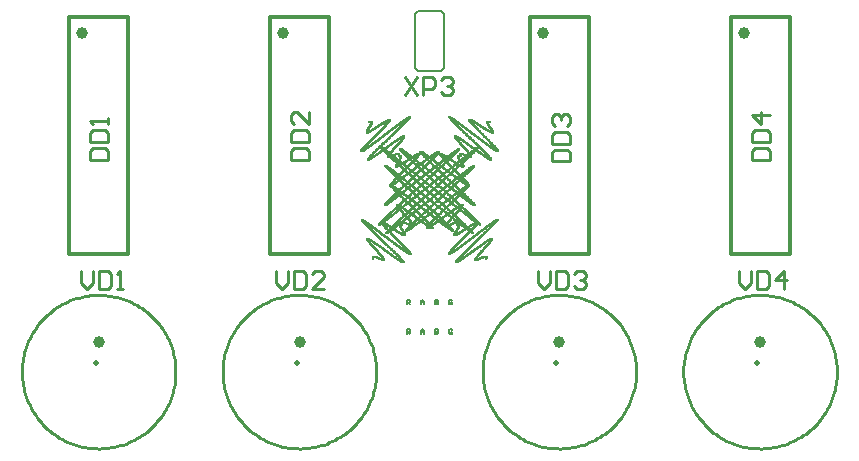
<source format=gto>
%FSLAX25Y25*%
%MOIN*%
G70*
G01*
G75*
G04 Layer_Color=65535*
%ADD10C,0.01969*%
%ADD11C,0.01575*%
%ADD12C,0.00984*%
%ADD13C,0.01181*%
%ADD14R,0.02953X0.02362*%
%ADD15R,0.07087X0.02756*%
%ADD16R,0.02362X0.02953*%
%ADD17C,0.07874*%
%ADD18C,0.05906*%
%ADD19C,0.03937*%
%ADD20R,0.05906X0.05906*%
%ADD21C,0.03543*%
%ADD22C,0.02362*%
%ADD23C,0.03150*%
%ADD24R,0.03937X0.06890*%
%ADD25C,0.01000*%
%ADD26C,0.01969*%
%ADD27C,0.00787*%
%ADD28C,0.00100*%
%ADD29C,0.00591*%
D13*
X100394Y78740D02*
X120079D01*
X100394Y0D02*
Y78740D01*
Y0D02*
X120079D01*
Y78740D01*
X33465D02*
X53150D01*
X33465Y0D02*
Y78740D01*
Y0D02*
X53150D01*
Y78740D01*
X-53150D02*
X-33465D01*
X-53150Y0D02*
Y78740D01*
Y0D02*
X-33465D01*
Y78740D01*
X-120079D02*
X-100394D01*
X-120079Y0D02*
Y78740D01*
Y0D02*
X-100394D01*
Y78740D01*
D19*
X104724Y73622D02*
D03*
X37795D02*
D03*
X-48819D02*
D03*
X110236Y-29528D02*
D03*
X-115748Y73622D02*
D03*
X-43307Y-29528D02*
D03*
X43307D02*
D03*
X-110236D02*
D03*
D25*
X135827Y-39370D02*
X135807Y-38372D01*
X135749Y-37375D01*
X135652Y-36381D01*
X135516Y-35392D01*
X135341Y-34408D01*
X135128Y-33432D01*
X134878Y-32466D01*
X134590Y-31510D01*
X134264Y-30566D01*
X133903Y-29635D01*
X133505Y-28719D01*
X133071Y-27819D01*
X132603Y-26937D01*
X132101Y-26074D01*
X131566Y-25231D01*
X130998Y-24409D01*
X130398Y-23611D01*
X129768Y-22836D01*
X129108Y-22086D01*
X128419Y-21363D01*
X127703Y-20668D01*
X126960Y-20000D01*
X126192Y-19363D01*
X125399Y-18755D01*
X124583Y-18179D01*
X123745Y-17636D01*
X122887Y-17125D01*
X122010Y-16649D01*
X121114Y-16207D01*
X120202Y-15800D01*
X119275Y-15429D01*
X118334Y-15094D01*
X117380Y-14797D01*
X116416Y-14537D01*
X115443Y-14315D01*
X114461Y-14131D01*
X113473Y-13985D01*
X112480Y-13878D01*
X111484Y-13810D01*
X110486Y-13781D01*
X109487Y-13791D01*
X108490Y-13839D01*
X107495Y-13927D01*
X106504Y-14053D01*
X105520Y-14218D01*
X104542Y-14421D01*
X103573Y-14662D01*
X102614Y-14941D01*
X101666Y-15257D01*
X100732Y-15610D01*
X99812Y-15999D01*
X98909Y-16423D01*
X98022Y-16883D01*
X97154Y-17376D01*
X96306Y-17903D01*
X95479Y-18463D01*
X94674Y-19055D01*
X93893Y-19678D01*
X93138Y-20330D01*
X92408Y-21012D01*
X91705Y-21722D01*
X91031Y-22458D01*
X90385Y-23220D01*
X89770Y-24007D01*
X89187Y-24817D01*
X88635Y-25649D01*
X88116Y-26503D01*
X87631Y-27376D01*
X87180Y-28267D01*
X86764Y-29175D01*
X86384Y-30098D01*
X86041Y-31036D01*
X85734Y-31986D01*
X85465Y-32948D01*
X85233Y-33919D01*
X85039Y-34899D01*
X84884Y-35885D01*
X84767Y-36877D01*
X84689Y-37873D01*
X84650Y-38871D01*
Y-39869D01*
X84689Y-40867D01*
X84767Y-41863D01*
X84884Y-42855D01*
X85039Y-43841D01*
X85233Y-44821D01*
X85465Y-45792D01*
X85734Y-46754D01*
X86041Y-47704D01*
X86384Y-48642D01*
X86764Y-49565D01*
X87180Y-50473D01*
X87631Y-51364D01*
X88116Y-52237D01*
X88635Y-53091D01*
X89187Y-53923D01*
X89770Y-54733D01*
X90385Y-55520D01*
X91031Y-56282D01*
X91705Y-57019D01*
X92408Y-57728D01*
X93138Y-58410D01*
X93893Y-59062D01*
X94674Y-59685D01*
X95479Y-60277D01*
X96306Y-60837D01*
X97154Y-61364D01*
X98022Y-61857D01*
X98908Y-62317D01*
X99812Y-62741D01*
X100732Y-63130D01*
X101666Y-63483D01*
X102614Y-63799D01*
X103573Y-64078D01*
X104542Y-64319D01*
X105519Y-64522D01*
X106504Y-64687D01*
X107495Y-64813D01*
X108490Y-64901D01*
X109487Y-64950D01*
X110486Y-64959D01*
X111484Y-64930D01*
X112480Y-64862D01*
X113473Y-64755D01*
X114461Y-64609D01*
X115443Y-64425D01*
X116416Y-64203D01*
X117380Y-63943D01*
X118334Y-63646D01*
X119275Y-63311D01*
X120202Y-62940D01*
X121114Y-62534D01*
X122009Y-62092D01*
X122887Y-61615D01*
X123745Y-61104D01*
X124583Y-60561D01*
X125399Y-59985D01*
X126192Y-59378D01*
X126960Y-58740D01*
X127703Y-58073D01*
X128419Y-57377D01*
X129108Y-56654D01*
X129768Y-55904D01*
X130398Y-55130D01*
X130998Y-54331D01*
X131566Y-53510D01*
X132101Y-52667D01*
X132603Y-51803D01*
X133071Y-50921D01*
X133505Y-50021D01*
X133903Y-49106D01*
X134264Y-48175D01*
X134590Y-47231D01*
X134878Y-46274D01*
X135128Y-45308D01*
X135341Y-44332D01*
X135516Y-43349D01*
X135652Y-42359D01*
X135749Y-41366D01*
X135807Y-40369D01*
X135827Y-39370D01*
X-17717Y-39370D02*
X-17736Y-38372D01*
X-17795Y-37375D01*
X-17892Y-36381D01*
X-18028Y-35392D01*
X-18202Y-34408D01*
X-18415Y-33432D01*
X-18665Y-32466D01*
X-18954Y-31510D01*
X-19279Y-30566D01*
X-19641Y-29635D01*
X-20039Y-28719D01*
X-20472Y-27819D01*
X-20940Y-26937D01*
X-21442Y-26074D01*
X-21977Y-25231D01*
X-22545Y-24409D01*
X-23145Y-23611D01*
X-23775Y-22836D01*
X-24435Y-22086D01*
X-25124Y-21363D01*
X-25840Y-20668D01*
X-26583Y-20000D01*
X-27352Y-19363D01*
X-28144Y-18755D01*
X-28960Y-18179D01*
X-29798Y-17636D01*
X-30656Y-17125D01*
X-31534Y-16649D01*
X-32429Y-16207D01*
X-33341Y-15800D01*
X-34269Y-15429D01*
X-35209Y-15094D01*
X-36163Y-14797D01*
X-37127Y-14537D01*
X-38100Y-14315D01*
X-39082Y-14131D01*
X-40070Y-13985D01*
X-41063Y-13878D01*
X-42059Y-13810D01*
X-43057Y-13781D01*
X-44056Y-13791D01*
X-45053Y-13839D01*
X-46048Y-13927D01*
X-47039Y-14053D01*
X-48024Y-14218D01*
X-49002Y-14421D01*
X-49971Y-14662D01*
X-50929Y-14941D01*
X-51877Y-15257D01*
X-52811Y-15610D01*
X-53731Y-15999D01*
X-54635Y-16423D01*
X-55522Y-16883D01*
X-56389Y-17376D01*
X-57238Y-17903D01*
X-58065Y-18463D01*
X-58869Y-19055D01*
X-59650Y-19678D01*
X-60406Y-20330D01*
X-61136Y-21012D01*
X-61838Y-21722D01*
X-62513Y-22458D01*
X-63158Y-23220D01*
X-63773Y-24007D01*
X-64357Y-24817D01*
X-64908Y-25649D01*
X-65427Y-26503D01*
X-65913Y-27376D01*
X-66363Y-28267D01*
X-66779Y-29175D01*
X-67159Y-30098D01*
X-67502Y-31036D01*
X-67809Y-31986D01*
X-68079Y-32948D01*
X-68310Y-33919D01*
X-68504Y-34899D01*
X-68659Y-35885D01*
X-68776Y-36877D01*
X-68854Y-37873D01*
X-68893Y-38871D01*
Y-39869D01*
X-68854Y-40867D01*
X-68776Y-41863D01*
X-68659Y-42855D01*
X-68504Y-43841D01*
X-68310Y-44821D01*
X-68079Y-45792D01*
X-67809Y-46754D01*
X-67502Y-47704D01*
X-67159Y-48642D01*
X-66779Y-49565D01*
X-66363Y-50473D01*
X-65913Y-51364D01*
X-65428Y-52237D01*
X-64909Y-53091D01*
X-64357Y-53923D01*
X-63773Y-54733D01*
X-63158Y-55520D01*
X-62513Y-56282D01*
X-61838Y-57019D01*
X-61136Y-57728D01*
X-60406Y-58410D01*
X-59650Y-59062D01*
X-58869Y-59685D01*
X-58065Y-60277D01*
X-57238Y-60837D01*
X-56390Y-61364D01*
X-55522Y-61857D01*
X-54635Y-62317D01*
X-53731Y-62741D01*
X-52811Y-63130D01*
X-51877Y-63483D01*
X-50930Y-63799D01*
X-49971Y-64078D01*
X-49002Y-64319D01*
X-48024Y-64522D01*
X-47039Y-64687D01*
X-46048Y-64813D01*
X-45053Y-64901D01*
X-44056Y-64950D01*
X-43058Y-64959D01*
X-42059Y-64930D01*
X-41063Y-64862D01*
X-40070Y-64755D01*
X-39082Y-64609D01*
X-38101Y-64425D01*
X-37127Y-64203D01*
X-36163Y-63943D01*
X-35210Y-63646D01*
X-34269Y-63311D01*
X-33341Y-62940D01*
X-32429Y-62534D01*
X-31534Y-62092D01*
X-30656Y-61615D01*
X-29798Y-61104D01*
X-28960Y-60561D01*
X-28144Y-59985D01*
X-27352Y-59378D01*
X-26583Y-58740D01*
X-25840Y-58073D01*
X-25124Y-57377D01*
X-24435Y-56654D01*
X-23775Y-55904D01*
X-23145Y-55130D01*
X-22545Y-54331D01*
X-21978Y-53510D01*
X-21442Y-52667D01*
X-20940Y-51803D01*
X-20472Y-50921D01*
X-20039Y-50021D01*
X-19641Y-49106D01*
X-19279Y-48175D01*
X-18954Y-47231D01*
X-18665Y-46274D01*
X-18415Y-45308D01*
X-18202Y-44332D01*
X-18028Y-43349D01*
X-17892Y-42359D01*
X-17795Y-41366D01*
X-17736Y-40369D01*
X-17717Y-39370D01*
X68898Y-39370D02*
X68878Y-38372D01*
X68820Y-37375D01*
X68722Y-36381D01*
X68586Y-35392D01*
X68412Y-34408D01*
X68199Y-33432D01*
X67949Y-32466D01*
X67660Y-31510D01*
X67335Y-30566D01*
X66974Y-29635D01*
X66576Y-28719D01*
X66142Y-27819D01*
X65674Y-26937D01*
X65172Y-26074D01*
X64637Y-25231D01*
X64069Y-24409D01*
X63469Y-23611D01*
X62839Y-22836D01*
X62179Y-22086D01*
X61490Y-21363D01*
X60774Y-20668D01*
X60031Y-20000D01*
X59263Y-19363D01*
X58470Y-18755D01*
X57654Y-18179D01*
X56816Y-17636D01*
X55958Y-17125D01*
X55080Y-16649D01*
X54185Y-16207D01*
X53273Y-15800D01*
X52346Y-15429D01*
X51405Y-15094D01*
X50451Y-14797D01*
X49487Y-14537D01*
X48514Y-14315D01*
X47532Y-14131D01*
X46544Y-13985D01*
X45551Y-13878D01*
X44555Y-13810D01*
X43557Y-13781D01*
X42558Y-13791D01*
X41561Y-13839D01*
X40566Y-13927D01*
X39575Y-14053D01*
X38590Y-14218D01*
X37613Y-14421D01*
X36644Y-14662D01*
X35685Y-14941D01*
X34737Y-15257D01*
X33803Y-15610D01*
X32883Y-15999D01*
X31979Y-16423D01*
X31093Y-16883D01*
X30225Y-17376D01*
X29377Y-17903D01*
X28550Y-18463D01*
X27745Y-19055D01*
X26964Y-19678D01*
X26208Y-20330D01*
X25479Y-21012D01*
X24776Y-21722D01*
X24102Y-22458D01*
X23456Y-23220D01*
X22841Y-24007D01*
X22257Y-24817D01*
X21706Y-25649D01*
X21187Y-26503D01*
X20702Y-27376D01*
X20251Y-28267D01*
X19835Y-29175D01*
X19455Y-30098D01*
X19112Y-31036D01*
X18805Y-31986D01*
X18535Y-32948D01*
X18304Y-33919D01*
X18110Y-34899D01*
X17955Y-35885D01*
X17838Y-36877D01*
X17760Y-37873D01*
X17721Y-38871D01*
Y-39869D01*
X17760Y-40867D01*
X17838Y-41863D01*
X17955Y-42855D01*
X18110Y-43841D01*
X18304Y-44821D01*
X18535Y-45792D01*
X18805Y-46754D01*
X19112Y-47704D01*
X19455Y-48642D01*
X19835Y-49565D01*
X20251Y-50473D01*
X20701Y-51364D01*
X21187Y-52237D01*
X21706Y-53091D01*
X22257Y-53923D01*
X22841Y-54733D01*
X23456Y-55520D01*
X24101Y-56282D01*
X24776Y-57019D01*
X25479Y-57728D01*
X26208Y-58410D01*
X26964Y-59062D01*
X27745Y-59685D01*
X28550Y-60277D01*
X29376Y-60837D01*
X30224Y-61364D01*
X31093Y-61857D01*
X31979Y-62317D01*
X32883Y-62741D01*
X33803Y-63130D01*
X34737Y-63483D01*
X35685Y-63799D01*
X36643Y-64078D01*
X37613Y-64319D01*
X38590Y-64522D01*
X39575Y-64687D01*
X40566Y-64813D01*
X41561Y-64901D01*
X42558Y-64950D01*
X43557Y-64959D01*
X44555Y-64930D01*
X45551Y-64862D01*
X46544Y-64755D01*
X47532Y-64609D01*
X48513Y-64425D01*
X49487Y-64203D01*
X50451Y-63943D01*
X51405Y-63646D01*
X52346Y-63311D01*
X53273Y-62940D01*
X54185Y-62534D01*
X55080Y-62092D01*
X55958Y-61615D01*
X56816Y-61104D01*
X57654Y-60561D01*
X58470Y-59985D01*
X59263Y-59378D01*
X60031Y-58740D01*
X60774Y-58073D01*
X61490Y-57377D01*
X62179Y-56654D01*
X62839Y-55904D01*
X63469Y-55130D01*
X64069Y-54331D01*
X64637Y-53510D01*
X65172Y-52667D01*
X65674Y-51803D01*
X66142Y-50921D01*
X66576Y-50021D01*
X66974Y-49106D01*
X67335Y-48175D01*
X67660Y-47231D01*
X67949Y-46274D01*
X68199Y-45308D01*
X68412Y-44332D01*
X68586Y-43349D01*
X68722Y-42359D01*
X68820Y-41366D01*
X68878Y-40369D01*
X68898Y-39370D01*
X-84646Y-39370D02*
X-84665Y-38372D01*
X-84724Y-37375D01*
X-84821Y-36381D01*
X-84957Y-35392D01*
X-85131Y-34408D01*
X-85344Y-33432D01*
X-85595Y-32466D01*
X-85883Y-31510D01*
X-86208Y-30566D01*
X-86570Y-29635D01*
X-86968Y-28719D01*
X-87401Y-27819D01*
X-87869Y-26937D01*
X-88371Y-26074D01*
X-88907Y-25231D01*
X-89474Y-24409D01*
X-90074Y-23611D01*
X-90704Y-22836D01*
X-91364Y-22086D01*
X-92053Y-21363D01*
X-92769Y-20668D01*
X-93512Y-20000D01*
X-94281Y-19363D01*
X-95073Y-18755D01*
X-95889Y-18179D01*
X-96727Y-17636D01*
X-97585Y-17125D01*
X-98463Y-16649D01*
X-99358Y-16207D01*
X-100270Y-15800D01*
X-101198Y-15429D01*
X-102139Y-15094D01*
X-103092Y-14797D01*
X-104056Y-14537D01*
X-105030Y-14315D01*
X-106011Y-14131D01*
X-106999Y-13985D01*
X-107992Y-13878D01*
X-108988Y-13810D01*
X-109986Y-13781D01*
X-110985Y-13791D01*
X-111983Y-13839D01*
X-112977Y-13927D01*
X-113968Y-14053D01*
X-114953Y-14218D01*
X-115931Y-14421D01*
X-116900Y-14662D01*
X-117859Y-14941D01*
X-118806Y-15257D01*
X-119740Y-15610D01*
X-120660Y-15999D01*
X-121564Y-16423D01*
X-122451Y-16883D01*
X-123319Y-17376D01*
X-124167Y-17903D01*
X-124994Y-18463D01*
X-125798Y-19055D01*
X-126579Y-19678D01*
X-127335Y-20330D01*
X-128065Y-21012D01*
X-128767Y-21722D01*
X-129442Y-22458D01*
X-130087Y-23220D01*
X-130702Y-24007D01*
X-131286Y-24817D01*
X-131838Y-25649D01*
X-132357Y-26503D01*
X-132842Y-27376D01*
X-133292Y-28267D01*
X-133708Y-29175D01*
X-134088Y-30098D01*
X-134432Y-31036D01*
X-134738Y-31986D01*
X-135008Y-32948D01*
X-135240Y-33919D01*
X-135433Y-34899D01*
X-135588Y-35885D01*
X-135705Y-36877D01*
X-135783Y-37873D01*
X-135822Y-38871D01*
Y-39869D01*
X-135783Y-40867D01*
X-135705Y-41863D01*
X-135588Y-42855D01*
X-135433Y-43841D01*
X-135240Y-44821D01*
X-135008Y-45792D01*
X-134738Y-46754D01*
X-134432Y-47704D01*
X-134088Y-48642D01*
X-133708Y-49565D01*
X-133292Y-50473D01*
X-132842Y-51364D01*
X-132357Y-52237D01*
X-131838Y-53091D01*
X-131286Y-53923D01*
X-130702Y-54733D01*
X-130087Y-55520D01*
X-129442Y-56282D01*
X-128768Y-57019D01*
X-128065Y-57728D01*
X-127335Y-58410D01*
X-126579Y-59062D01*
X-125798Y-59685D01*
X-124994Y-60277D01*
X-124167Y-60837D01*
X-123319Y-61364D01*
X-122451Y-61857D01*
X-121564Y-62317D01*
X-120660Y-62741D01*
X-119740Y-63130D01*
X-118806Y-63483D01*
X-117859Y-63799D01*
X-116900Y-64078D01*
X-115931Y-64319D01*
X-114953Y-64522D01*
X-113968Y-64687D01*
X-112977Y-64813D01*
X-111983Y-64901D01*
X-110985Y-64950D01*
X-109987Y-64959D01*
X-108988Y-64930D01*
X-107992Y-64862D01*
X-106999Y-64755D01*
X-106011Y-64609D01*
X-105030Y-64425D01*
X-104056Y-64203D01*
X-103092Y-63943D01*
X-102139Y-63646D01*
X-101198Y-63311D01*
X-100270Y-62940D01*
X-99358Y-62534D01*
X-98463Y-62092D01*
X-97585Y-61615D01*
X-96727Y-61104D01*
X-95890Y-60561D01*
X-95074Y-59985D01*
X-94281Y-59378D01*
X-93512Y-58740D01*
X-92769Y-58073D01*
X-92053Y-57377D01*
X-91364Y-56654D01*
X-90704Y-55904D01*
X-90074Y-55130D01*
X-89474Y-54331D01*
X-88907Y-53510D01*
X-88371Y-52667D01*
X-87869Y-51803D01*
X-87401Y-50921D01*
X-86968Y-50021D01*
X-86570Y-49106D01*
X-86208Y-48175D01*
X-85883Y-47231D01*
X-85595Y-46274D01*
X-85344Y-45308D01*
X-85131Y-44332D01*
X-84957Y-43349D01*
X-84821Y-42359D01*
X-84724Y-41366D01*
X-84665Y-40369D01*
X-84646Y-39370D01*
X103150Y-5813D02*
Y-9812D01*
X105149Y-11811D01*
X107148Y-9812D01*
Y-5813D01*
X109148D02*
Y-11811D01*
X112147D01*
X113146Y-10811D01*
Y-6813D01*
X112147Y-5813D01*
X109148D01*
X118145Y-11811D02*
Y-5813D01*
X115146Y-8812D01*
X119144D01*
X36220Y-5813D02*
Y-9812D01*
X38220Y-11811D01*
X40219Y-9812D01*
Y-5813D01*
X42219D02*
Y-11811D01*
X45218D01*
X46217Y-10811D01*
Y-6813D01*
X45218Y-5813D01*
X42219D01*
X48217Y-6813D02*
X49216Y-5813D01*
X51216D01*
X52215Y-6813D01*
Y-7812D01*
X51216Y-8812D01*
X50216D01*
X51216D01*
X52215Y-9812D01*
Y-10811D01*
X51216Y-11811D01*
X49216D01*
X48217Y-10811D01*
X-51181Y-5813D02*
Y-9812D01*
X-49182Y-11811D01*
X-47182Y-9812D01*
Y-5813D01*
X-45183D02*
Y-11811D01*
X-42184D01*
X-41184Y-10811D01*
Y-6813D01*
X-42184Y-5813D01*
X-45183D01*
X-35186Y-11811D02*
X-39185D01*
X-35186Y-7812D01*
Y-6813D01*
X-36186Y-5813D01*
X-38185D01*
X-39185Y-6813D01*
X-116142Y-5813D02*
Y-9812D01*
X-114142Y-11811D01*
X-112143Y-9812D01*
Y-5813D01*
X-110144D02*
Y-11811D01*
X-107145D01*
X-106145Y-10811D01*
Y-6813D01*
X-107145Y-5813D01*
X-110144D01*
X-104146Y-11811D02*
X-102146D01*
X-103146D01*
Y-5813D01*
X-104146Y-6813D01*
X-8268Y58754D02*
X-4269Y52756D01*
Y58754D02*
X-8268Y52756D01*
X-2270D02*
Y58754D01*
X729D01*
X1729Y57754D01*
Y55755D01*
X729Y54755D01*
X-2270D01*
X3728Y57754D02*
X4728Y58754D01*
X6727D01*
X7727Y57754D01*
Y56755D01*
X6727Y55755D01*
X5728D01*
X6727D01*
X7727Y54755D01*
Y53756D01*
X6727Y52756D01*
X4728D01*
X3728Y53756D01*
X107388Y31102D02*
X113386D01*
Y34101D01*
X112386Y35101D01*
X108387D01*
X107388Y34101D01*
Y31102D01*
Y37100D02*
X113386D01*
Y40099D01*
X112386Y41099D01*
X108387D01*
X107388Y40099D01*
Y37100D01*
X113386Y46097D02*
X107388D01*
X110387Y43099D01*
Y47097D01*
X40852Y30709D02*
X46850D01*
Y33708D01*
X45851Y34707D01*
X41852D01*
X40852Y33708D01*
Y30709D01*
Y36707D02*
X46850D01*
Y39706D01*
X45851Y40705D01*
X41852D01*
X40852Y39706D01*
Y36707D01*
X41852Y42705D02*
X40852Y43705D01*
Y45704D01*
X41852Y46703D01*
X42852D01*
X43851Y45704D01*
Y44704D01*
Y45704D01*
X44851Y46703D01*
X45851D01*
X46850Y45704D01*
Y43705D01*
X45851Y42705D01*
X-46156Y31102D02*
X-40157D01*
Y34101D01*
X-41157Y35101D01*
X-45156D01*
X-46156Y34101D01*
Y31102D01*
Y37100D02*
X-40157D01*
Y40099D01*
X-41157Y41099D01*
X-45156D01*
X-46156Y40099D01*
Y37100D01*
X-40157Y47097D02*
Y43099D01*
X-44156Y47097D01*
X-45156D01*
X-46156Y46097D01*
Y44098D01*
X-45156Y43099D01*
X-113085Y31102D02*
X-107087D01*
Y34101D01*
X-108086Y35101D01*
X-112085D01*
X-113085Y34101D01*
Y31102D01*
Y37100D02*
X-107087D01*
Y40099D01*
X-108086Y41099D01*
X-112085D01*
X-113085Y40099D01*
Y37100D01*
X-107087Y43099D02*
Y45098D01*
Y44098D01*
X-113085D01*
X-112085Y43099D01*
D26*
X109252Y-36417D02*
D03*
X42323D02*
D03*
X-44291D02*
D03*
X-111221D02*
D03*
D27*
X-4921Y62008D02*
X-3937Y61024D01*
X3937D01*
X4921Y62008D01*
Y79724D01*
X3937Y80709D02*
X4921Y79724D01*
X-3937Y80709D02*
X3937D01*
X-4921Y79724D02*
X-3937Y80709D01*
X-4921Y62008D02*
Y79724D01*
D28*
X8402Y-2950D02*
X9102D01*
X-9298D02*
X-8598D01*
X8402Y-2850D02*
X9302D01*
X-9498D02*
X-8598D01*
X8402Y-2750D02*
X9502D01*
X-9698D02*
X-8598D01*
X8402Y-2650D02*
X9602D01*
X-9798D02*
X-8598D01*
X8402Y-2550D02*
X9802D01*
X-9998D02*
X-8598D01*
X8502Y-2450D02*
X9902D01*
X-10098D02*
X-8698D01*
X8502Y-2350D02*
X10102D01*
X-10298D02*
X-8698D01*
X8602Y-2250D02*
X10202D01*
X-10398D02*
X-8798D01*
X15002Y-2150D02*
X15802D01*
X8702D02*
X10402D01*
X-10598D02*
X-8898D01*
X-15998D02*
X-15198D01*
X15002Y-2050D02*
X16102D01*
X9602D02*
X10602D01*
X8702D02*
X9502D01*
X-9698D02*
X-8898D01*
X-10798D02*
X-9798D01*
X-16298D02*
X-15198D01*
X15002Y-1950D02*
X16402D01*
X9802D02*
X10702D01*
X8802D02*
X9602D01*
X-9798D02*
X-8998D01*
X-10898D02*
X-9998D01*
X-16598D02*
X-15198D01*
X15002Y-1850D02*
X16602D01*
X9902D02*
X10802D01*
X8902D02*
X9702D01*
X-9898D02*
X-9098D01*
X-10998D02*
X-10098D01*
X-16798D02*
X-15198D01*
X18602Y-1750D02*
X19002D01*
X15002D02*
X16802D01*
X10002D02*
X11002D01*
X9002D02*
X9702D01*
X-9898D02*
X-9198D01*
X-11198D02*
X-10198D01*
X-16998D02*
X-15198D01*
X-19198D02*
X-18798D01*
X18602Y-1650D02*
X19002D01*
X15702D02*
X17002D01*
X15002D02*
X15602D01*
X10202D02*
X11102D01*
X9102D02*
X9802D01*
X-9998D02*
X-9298D01*
X-11298D02*
X-10398D01*
X-15798D02*
X-15198D01*
X-17198D02*
X-15898D01*
X-19198D02*
X-18798D01*
X18602Y-1550D02*
X19102D01*
X16002D02*
X17202D01*
X15002D02*
X15602D01*
X10302D02*
X11302D01*
X9202D02*
X9902D01*
X-10098D02*
X-9398D01*
X-11498D02*
X-10498D01*
X-15798D02*
X-15198D01*
X-17398D02*
X-16198D01*
X-19298D02*
X-18798D01*
X18602Y-1450D02*
X19102D01*
X16202D02*
X17402D01*
X15102D02*
X15702D01*
X10502D02*
X11402D01*
X9302D02*
X10002D01*
X-10198D02*
X-9498D01*
X-11598D02*
X-10698D01*
X-15898D02*
X-15298D01*
X-17598D02*
X-16398D01*
X-19298D02*
X-18798D01*
X18602Y-1350D02*
X19102D01*
X16402D02*
X17702D01*
X15102D02*
X15802D01*
X10602D02*
X11602D01*
X9402D02*
X10102D01*
X-10298D02*
X-9598D01*
X-11798D02*
X-10798D01*
X-15998D02*
X-15298D01*
X-17898D02*
X-16598D01*
X-19298D02*
X-18798D01*
X18602Y-1250D02*
X19102D01*
X16602D02*
X17902D01*
X15202D02*
X15802D01*
X10802D02*
X11702D01*
X9502D02*
X10202D01*
X-10398D02*
X-9698D01*
X-11898D02*
X-10998D01*
X-15998D02*
X-15398D01*
X-18098D02*
X-16798D01*
X-19298D02*
X-18798D01*
X18702Y-1150D02*
X19102D01*
X16902D02*
X18202D01*
X15202D02*
X15902D01*
X10902D02*
X11902D01*
X9502D02*
X10302D01*
X-10498D02*
X-9698D01*
X-12098D02*
X-11098D01*
X-16098D02*
X-15398D01*
X-18398D02*
X-17098D01*
X-19298D02*
X-18898D01*
X18602Y-1050D02*
X19102D01*
X17102D02*
X18502D01*
X15302D02*
X16002D01*
X11102D02*
X12002D01*
X9702D02*
X10402D01*
X-10598D02*
X-9898D01*
X-12198D02*
X-11298D01*
X-16198D02*
X-15498D01*
X-18698D02*
X-17298D01*
X-19298D02*
X-18798D01*
X17302Y-950D02*
X19102D01*
X15402D02*
X16102D01*
X11202D02*
X12102D01*
X9702D02*
X10502D01*
X-10698D02*
X-9898D01*
X-12298D02*
X-11398D01*
X-16298D02*
X-15598D01*
X-19298D02*
X-17498D01*
X17502Y-850D02*
X19102D01*
X15402D02*
X16102D01*
X11402D02*
X12202D01*
X9902D02*
X10602D01*
X-10798D02*
X-10098D01*
X-12398D02*
X-11598D01*
X-16298D02*
X-15598D01*
X-19298D02*
X-17698D01*
X17802Y-750D02*
X19102D01*
X15502D02*
X16202D01*
X11502D02*
X12402D01*
X9902D02*
X10702D01*
X-10898D02*
X-10098D01*
X-12598D02*
X-11698D01*
X-16398D02*
X-15698D01*
X-19298D02*
X-17998D01*
X18102Y-650D02*
X19002D01*
X15602D02*
X16302D01*
X11602D02*
X12602D01*
X10002D02*
X10802D01*
X-10998D02*
X-10198D01*
X-12798D02*
X-11798D01*
X-16498D02*
X-15798D01*
X-19198D02*
X-18298D01*
X15702Y-550D02*
X16402D01*
X11802D02*
X12702D01*
X10102D02*
X10902D01*
X-11098D02*
X-10298D01*
X-12898D02*
X-11998D01*
X-16598D02*
X-15898D01*
X15802Y-450D02*
X16502D01*
X11902D02*
X12802D01*
X10202D02*
X11002D01*
X-11198D02*
X-10398D01*
X-12998D02*
X-12098D01*
X-16698D02*
X-15998D01*
X15802Y-350D02*
X16502D01*
X12102D02*
X13002D01*
X10302D02*
X11102D01*
X-11298D02*
X-10498D01*
X-13198D02*
X-12298D01*
X-16698D02*
X-15998D01*
X15902Y-250D02*
X16602D01*
X12202D02*
X13102D01*
X10402D02*
X11202D01*
X-11398D02*
X-10598D01*
X-13298D02*
X-12398D01*
X-16798D02*
X-16098D01*
X16002Y-150D02*
X16702D01*
X12302D02*
X13302D01*
X10502D02*
X11302D01*
X6102D02*
X6802D01*
X-6998D02*
X-6298D01*
X-11498D02*
X-10698D01*
X-13498D02*
X-12498D01*
X-16898D02*
X-16198D01*
X16102Y-50D02*
X16802D01*
X12502D02*
X13402D01*
X10602D02*
X11402D01*
X6102D02*
X7002D01*
X-7198D02*
X-6298D01*
X-11598D02*
X-10798D01*
X-13598D02*
X-12698D01*
X-16998D02*
X-16298D01*
X16202Y50D02*
X16902D01*
X12602D02*
X13602D01*
X10702D02*
X11502D01*
X6102D02*
X7202D01*
X-7398D02*
X-6298D01*
X-11698D02*
X-10898D01*
X-13798D02*
X-12798D01*
X-17098D02*
X-16398D01*
X16302Y150D02*
X17002D01*
X12702D02*
X13702D01*
X10802D02*
X11602D01*
X6102D02*
X7302D01*
X-7498D02*
X-6298D01*
X-11798D02*
X-10998D01*
X-13898D02*
X-12898D01*
X-17198D02*
X-16498D01*
X16302Y250D02*
X17102D01*
X12902D02*
X13802D01*
X10902D02*
X11702D01*
X6102D02*
X7502D01*
X-7698D02*
X-6298D01*
X-11898D02*
X-11098D01*
X-13998D02*
X-13098D01*
X-17298D02*
X-16498D01*
X16402Y350D02*
X17202D01*
X13002D02*
X14002D01*
X11002D02*
X11802D01*
X6102D02*
X7602D01*
X-7798D02*
X-6298D01*
X-11998D02*
X-11198D01*
X-14198D02*
X-13198D01*
X-17398D02*
X-16598D01*
X16502Y450D02*
X17202D01*
X13202D02*
X14102D01*
X11202D02*
X11902D01*
X6202D02*
X7802D01*
X-7998D02*
X-6398D01*
X-12098D02*
X-11398D01*
X-14298D02*
X-13398D01*
X-17398D02*
X-16698D01*
X16602Y550D02*
X17302D01*
X13302D02*
X14202D01*
X11202D02*
X12002D01*
X6302D02*
X7902D01*
X-8098D02*
X-6498D01*
X-12198D02*
X-11398D01*
X-14398D02*
X-13498D01*
X-17498D02*
X-16798D01*
X16702Y650D02*
X17402D01*
X13402D02*
X14402D01*
X11302D02*
X12102D01*
X6302D02*
X8102D01*
X-8298D02*
X-6498D01*
X-12298D02*
X-11498D01*
X-14598D02*
X-13598D01*
X-17598D02*
X-16898D01*
X16802Y750D02*
X17502D01*
X13602D02*
X14502D01*
X11402D02*
X12202D01*
X7302D02*
X8202D01*
X6402D02*
X7102D01*
X-7298D02*
X-6598D01*
X-8398D02*
X-7498D01*
X-12398D02*
X-11598D01*
X-14698D02*
X-13798D01*
X-17698D02*
X-16998D01*
X16902Y850D02*
X17602D01*
X13702D02*
X14602D01*
X11602D02*
X12302D01*
X7402D02*
X8402D01*
X6502D02*
X7202D01*
X-7398D02*
X-6698D01*
X-8598D02*
X-7598D01*
X-12498D02*
X-11798D01*
X-14798D02*
X-13898D01*
X-17798D02*
X-17098D01*
X17002Y950D02*
X17702D01*
X13902D02*
X14802D01*
X11602D02*
X12402D01*
X7602D02*
X8502D01*
X6602D02*
X7302D01*
X-7498D02*
X-6798D01*
X-8698D02*
X-7798D01*
X-12598D02*
X-11798D01*
X-14998D02*
X-14098D01*
X-17898D02*
X-17198D01*
X17002Y1050D02*
X17802D01*
X14002D02*
X14902D01*
X11702D02*
X12502D01*
X7702D02*
X8702D01*
X6702D02*
X7402D01*
X-7598D02*
X-6898D01*
X-8898D02*
X-7898D01*
X-12698D02*
X-11898D01*
X-15098D02*
X-14198D01*
X-17998D02*
X-17198D01*
X17102Y1150D02*
X17902D01*
X14202D02*
X15002D01*
X11902D02*
X12602D01*
X7902D02*
X8802D01*
X6802D02*
X7502D01*
X-7698D02*
X-6998D01*
X-8998D02*
X-8098D01*
X-12798D02*
X-12098D01*
X-15198D02*
X-14398D01*
X-18098D02*
X-17298D01*
X17202Y1250D02*
X18002D01*
X14302D02*
X15202D01*
X11902D02*
X12702D01*
X8002D02*
X8902D01*
X6802D02*
X7602D01*
X-7798D02*
X-6998D01*
X-9098D02*
X-8198D01*
X-12898D02*
X-12098D01*
X-15398D02*
X-14498D01*
X-18198D02*
X-17398D01*
X17302Y1350D02*
X18002D01*
X14502D02*
X15302D01*
X12102D02*
X12802D01*
X8202D02*
X9102D01*
X6902D02*
X7702D01*
X-7898D02*
X-7098D01*
X-9298D02*
X-8398D01*
X-12998D02*
X-12298D01*
X-15498D02*
X-14698D01*
X-18198D02*
X-17498D01*
X17402Y1450D02*
X18102D01*
X14602D02*
X15402D01*
X12202D02*
X12902D01*
X8302D02*
X9202D01*
X7002D02*
X7802D01*
X-7998D02*
X-7198D01*
X-9398D02*
X-8498D01*
X-13098D02*
X-12398D01*
X-15598D02*
X-14798D01*
X-18298D02*
X-17598D01*
X17502Y1550D02*
X18202D01*
X14702D02*
X15602D01*
X12202D02*
X13002D01*
X8402D02*
X9302D01*
X7102D02*
X7902D01*
X-8098D02*
X-7298D01*
X-9498D02*
X-8598D01*
X-13198D02*
X-12398D01*
X-15798D02*
X-14898D01*
X-18398D02*
X-17698D01*
X17602Y1650D02*
X18302D01*
X14902D02*
X15702D01*
X12402D02*
X13102D01*
X8602D02*
X9502D01*
X7202D02*
X8002D01*
X-8198D02*
X-7398D01*
X-9698D02*
X-8798D01*
X-13298D02*
X-12598D01*
X-15898D02*
X-15098D01*
X-18498D02*
X-17798D01*
X17702Y1750D02*
X18402D01*
X15002D02*
X15902D01*
X12402D02*
X13202D01*
X8702D02*
X9602D01*
X7302D02*
X8002D01*
X-8198D02*
X-7498D01*
X-9798D02*
X-8898D01*
X-13398D02*
X-12598D01*
X-16098D02*
X-15198D01*
X-18598D02*
X-17898D01*
X17802Y1850D02*
X18502D01*
X15102D02*
X16002D01*
X12602D02*
X13302D01*
X8902D02*
X9802D01*
X7402D02*
X8102D01*
X-8298D02*
X-7598D01*
X-9998D02*
X-9098D01*
X-13498D02*
X-12798D01*
X-16198D02*
X-15298D01*
X-18698D02*
X-17998D01*
X17902Y1950D02*
X18602D01*
X15302D02*
X16102D01*
X12602D02*
X13402D01*
X9002D02*
X9902D01*
X7502D02*
X8202D01*
X-8398D02*
X-7698D01*
X-10098D02*
X-9198D01*
X-13598D02*
X-12798D01*
X-16298D02*
X-15498D01*
X-18798D02*
X-18098D01*
X18002Y2050D02*
X18702D01*
X15402D02*
X16302D01*
X12802D02*
X13502D01*
X9102D02*
X10002D01*
X7602D02*
X8302D01*
X-8498D02*
X-7798D01*
X-10198D02*
X-9298D01*
X-13698D02*
X-12998D01*
X-16498D02*
X-15598D01*
X-18898D02*
X-18198D01*
X18102Y2150D02*
X18802D01*
X15602D02*
X16402D01*
X12902D02*
X13602D01*
X9302D02*
X10202D01*
X7702D02*
X8402D01*
X-8598D02*
X-7898D01*
X-10398D02*
X-9498D01*
X-13798D02*
X-13098D01*
X-16598D02*
X-15798D01*
X-18998D02*
X-18298D01*
X18102Y2250D02*
X18902D01*
X15702D02*
X16602D01*
X13002D02*
X13702D01*
X9402D02*
X10302D01*
X7802D02*
X8502D01*
X-8698D02*
X-7998D01*
X-10498D02*
X-9598D01*
X-13898D02*
X-13198D01*
X-16798D02*
X-15898D01*
X-19098D02*
X-18298D01*
X18202Y2350D02*
X18902D01*
X15802D02*
X16702D01*
X13102D02*
X13802D01*
X9602D02*
X10402D01*
X7902D02*
X8602D01*
X-8798D02*
X-8098D01*
X-10598D02*
X-9798D01*
X-13998D02*
X-13298D01*
X-16898D02*
X-15998D01*
X-19098D02*
X-18398D01*
X18302Y2450D02*
X19002D01*
X16002D02*
X16902D01*
X13202D02*
X13902D01*
X9702D02*
X10602D01*
X8002D02*
X8702D01*
X-8898D02*
X-8198D01*
X-10798D02*
X-9898D01*
X-14098D02*
X-13398D01*
X-17098D02*
X-16198D01*
X-19198D02*
X-18498D01*
X18402Y2550D02*
X19102D01*
X16102D02*
X17002D01*
X13302D02*
X14002D01*
X9802D02*
X10702D01*
X8102D02*
X8802D01*
X-8998D02*
X-8298D01*
X-10898D02*
X-9998D01*
X-14198D02*
X-13498D01*
X-17198D02*
X-16298D01*
X-19298D02*
X-18598D01*
X18502Y2650D02*
X19202D01*
X16302D02*
X17102D01*
X13402D02*
X14102D01*
X10002D02*
X10802D01*
X8202D02*
X8902D01*
X-9098D02*
X-8398D01*
X-10998D02*
X-10198D01*
X-14298D02*
X-13598D01*
X-17298D02*
X-16498D01*
X-19398D02*
X-18698D01*
X18602Y2750D02*
X19302D01*
X16402D02*
X17302D01*
X13502D02*
X14302D01*
X10102D02*
X11002D01*
X8302D02*
X9002D01*
X-9198D02*
X-8498D01*
X-11198D02*
X-10298D01*
X-14498D02*
X-13698D01*
X-17498D02*
X-16598D01*
X-19498D02*
X-18798D01*
X18702Y2850D02*
X19402D01*
X16502D02*
X17402D01*
X13602D02*
X14302D01*
X10202D02*
X11102D01*
X8402D02*
X9102D01*
X-9298D02*
X-8598D01*
X-11298D02*
X-10398D01*
X-14498D02*
X-13798D01*
X-17598D02*
X-16698D01*
X-19598D02*
X-18898D01*
X18802Y2950D02*
X19502D01*
X16602D02*
X17602D01*
X13702D02*
X14502D01*
X10402D02*
X11302D01*
X8502D02*
X9202D01*
X-9398D02*
X-8698D01*
X-11498D02*
X-10598D01*
X-14698D02*
X-13898D01*
X-17798D02*
X-16798D01*
X-19698D02*
X-18998D01*
X18802Y3050D02*
X19602D01*
X16802D02*
X17702D01*
X13802D02*
X14502D01*
X10502D02*
X11402D01*
X8502D02*
X9302D01*
X-9498D02*
X-8698D01*
X-11598D02*
X-10698D01*
X-14698D02*
X-13998D01*
X-17898D02*
X-16998D01*
X-19798D02*
X-18998D01*
X18902Y3150D02*
X19702D01*
X17002D02*
X17902D01*
X13902D02*
X14602D01*
X10602D02*
X11502D01*
X8602D02*
X9402D01*
X-9598D02*
X-8798D01*
X-11698D02*
X-10798D01*
X-14798D02*
X-14098D01*
X-18098D02*
X-17198D01*
X-19898D02*
X-19098D01*
X19002Y3250D02*
X19702D01*
X17102D02*
X18002D01*
X14002D02*
X14802D01*
X10802D02*
X11602D01*
X8702D02*
X9502D01*
X-9698D02*
X-8898D01*
X-11798D02*
X-10998D01*
X-14998D02*
X-14198D01*
X-18198D02*
X-17298D01*
X-19898D02*
X-19198D01*
X19102Y3350D02*
X19802D01*
X17202D02*
X18202D01*
X14102D02*
X14802D01*
X10902D02*
X11802D01*
X8802D02*
X9602D01*
X-9798D02*
X-8998D01*
X-11998D02*
X-11098D01*
X-14998D02*
X-14298D01*
X-18398D02*
X-17398D01*
X-19998D02*
X-19298D01*
X19202Y3450D02*
X19902D01*
X17402D02*
X18302D01*
X14202D02*
X15002D01*
X11102D02*
X11902D01*
X8902D02*
X9702D01*
X-9898D02*
X-9098D01*
X-12098D02*
X-11298D01*
X-15198D02*
X-14398D01*
X-18498D02*
X-17598D01*
X-20098D02*
X-19398D01*
X19302Y3550D02*
X20002D01*
X17502D02*
X18402D01*
X14302D02*
X15002D01*
X11202D02*
X12102D01*
X9102D02*
X9802D01*
X-9998D02*
X-9298D01*
X-12298D02*
X-11398D01*
X-15198D02*
X-14498D01*
X-18598D02*
X-17698D01*
X-20198D02*
X-19498D01*
X19402Y3650D02*
X20102D01*
X17702D02*
X18602D01*
X14402D02*
X15202D01*
X11302D02*
X12102D01*
X9202D02*
X9902D01*
X-10098D02*
X-9398D01*
X-12298D02*
X-11498D01*
X-15398D02*
X-14598D01*
X-18798D02*
X-17898D01*
X-20298D02*
X-19598D01*
X19502Y3750D02*
X20202D01*
X17802D02*
X18802D01*
X14502D02*
X15302D01*
X11402D02*
X12302D01*
X9302D02*
X10002D01*
X-10198D02*
X-9498D01*
X-12498D02*
X-11598D01*
X-15498D02*
X-14698D01*
X-18998D02*
X-17998D01*
X-20398D02*
X-19698D01*
X19502Y3850D02*
X20302D01*
X17902D02*
X18902D01*
X14602D02*
X15402D01*
X11602D02*
X12402D01*
X9402D02*
X10102D01*
X-10298D02*
X-9598D01*
X-12598D02*
X-11798D01*
X-15598D02*
X-14798D01*
X-19098D02*
X-18098D01*
X-20498D02*
X-19698D01*
X19602Y3950D02*
X20302D01*
X18102D02*
X19002D01*
X14702D02*
X15502D01*
X11702D02*
X12602D01*
X9502D02*
X10202D01*
X-10398D02*
X-9698D01*
X-12798D02*
X-11898D01*
X-15698D02*
X-14898D01*
X-19198D02*
X-18298D01*
X-20498D02*
X-19798D01*
X19702Y4050D02*
X20402D01*
X18202D02*
X19202D01*
X14902D02*
X15502D01*
X11802D02*
X12702D01*
X9602D02*
X10302D01*
X-10498D02*
X-9798D01*
X-12898D02*
X-11998D01*
X-15698D02*
X-15098D01*
X-19398D02*
X-18398D01*
X-20598D02*
X-19898D01*
X19802Y4150D02*
X20502D01*
X18402D02*
X19402D01*
X14902D02*
X15702D01*
X12002D02*
X12802D01*
X9602D02*
X10402D01*
X-10598D02*
X-9798D01*
X-12998D02*
X-12198D01*
X-15898D02*
X-15098D01*
X-19598D02*
X-18598D01*
X-20698D02*
X-19998D01*
X19902Y4250D02*
X20602D01*
X18502D02*
X19502D01*
X15102D02*
X15802D01*
X12102D02*
X13002D01*
X9702D02*
X10502D01*
X-10698D02*
X-9898D01*
X-13198D02*
X-12298D01*
X-15998D02*
X-15298D01*
X-19698D02*
X-18698D01*
X-20798D02*
X-20098D01*
X20002Y4350D02*
X20602D01*
X18702D02*
X19702D01*
X15102D02*
X15902D01*
X12302D02*
X13102D01*
X9802D02*
X10602D01*
X-10798D02*
X-9998D01*
X-13298D02*
X-12498D01*
X-16098D02*
X-15298D01*
X-19898D02*
X-18898D01*
X-20798D02*
X-20198D01*
X20002Y4450D02*
X20702D01*
X18802D02*
X19802D01*
X15202D02*
X16002D01*
X12402D02*
X13202D01*
X9902D02*
X10702D01*
X-10898D02*
X-10098D01*
X-13398D02*
X-12598D01*
X-16198D02*
X-15398D01*
X-19998D02*
X-18998D01*
X-20898D02*
X-20198D01*
X20102Y4550D02*
X20802D01*
X19002D02*
X20002D01*
X15402D02*
X16102D01*
X12502D02*
X13402D01*
X10002D02*
X10802D01*
X-10998D02*
X-10198D01*
X-13598D02*
X-12698D01*
X-16298D02*
X-15598D01*
X-20198D02*
X-19198D01*
X-20998D02*
X-20298D01*
X19102Y4650D02*
X20802D01*
X15402D02*
X16202D01*
X12702D02*
X13502D01*
X10102D02*
X10902D01*
X-11098D02*
X-10298D01*
X-13698D02*
X-12898D01*
X-16398D02*
X-15598D01*
X-20998D02*
X-19298D01*
X19302Y4750D02*
X20902D01*
X15602D02*
X16302D01*
X12802D02*
X13602D01*
X10202D02*
X11002D01*
X-11198D02*
X-10398D01*
X-13798D02*
X-12998D01*
X-16498D02*
X-15798D01*
X-21098D02*
X-19498D01*
X19502Y4850D02*
X20902D01*
X15702D02*
X16402D01*
X12902D02*
X13802D01*
X10302D02*
X11102D01*
X-11298D02*
X-10498D01*
X-13998D02*
X-13098D01*
X-16598D02*
X-15898D01*
X-21098D02*
X-19698D01*
X19602Y4950D02*
X20902D01*
X15802D02*
X16502D01*
X13102D02*
X13902D01*
X10402D02*
X11202D01*
X-11398D02*
X-10598D01*
X-14098D02*
X-13298D01*
X-16698D02*
X-15998D01*
X-21098D02*
X-19798D01*
X19802Y5050D02*
X20902D01*
X15902D02*
X16602D01*
X13202D02*
X14002D01*
X10502D02*
X11302D01*
X-11498D02*
X-10698D01*
X-14198D02*
X-13398D01*
X-16798D02*
X-16098D01*
X-21098D02*
X-19998D01*
X20002Y5150D02*
X20902D01*
X15902D02*
X16702D01*
X13302D02*
X14202D01*
X10602D02*
X11402D01*
X-11598D02*
X-10798D01*
X-14398D02*
X-13498D01*
X-16898D02*
X-16098D01*
X-21098D02*
X-20198D01*
X20302Y5250D02*
X20802D01*
X16102D02*
X16902D01*
X13502D02*
X14302D01*
X10702D02*
X11502D01*
X-11698D02*
X-10898D01*
X-14498D02*
X-13698D01*
X-17098D02*
X-16298D01*
X-20998D02*
X-20498D01*
X16202Y5350D02*
X16902D01*
X13602D02*
X14402D01*
X10802D02*
X11602D01*
X-11798D02*
X-10998D01*
X-14598D02*
X-13798D01*
X-17098D02*
X-16398D01*
X16302Y5450D02*
X17002D01*
X13702D02*
X14602D01*
X10902D02*
X11702D01*
X-11898D02*
X-11098D01*
X-14798D02*
X-13898D01*
X-17198D02*
X-16498D01*
X16402Y5550D02*
X17102D01*
X13902D02*
X14702D01*
X11102D02*
X11802D01*
X-11998D02*
X-11298D01*
X-14898D02*
X-14098D01*
X-17298D02*
X-16598D01*
X16502Y5650D02*
X17202D01*
X14002D02*
X14802D01*
X11202D02*
X11902D01*
X-12098D02*
X-11398D01*
X-14998D02*
X-14198D01*
X-17398D02*
X-16698D01*
X16602Y5750D02*
X17402D01*
X14102D02*
X15002D01*
X11202D02*
X12002D01*
X-12198D02*
X-11398D01*
X-15198D02*
X-14298D01*
X-17598D02*
X-16798D01*
X16702Y5850D02*
X17402D01*
X14302D02*
X15102D01*
X11302D02*
X12102D01*
X-12298D02*
X-11498D01*
X-15298D02*
X-14498D01*
X-17598D02*
X-16898D01*
X16802Y5950D02*
X17602D01*
X14302D02*
X15202D01*
X11402D02*
X12202D01*
X-12398D02*
X-11598D01*
X-15398D02*
X-14498D01*
X-17798D02*
X-16998D01*
X16902Y6050D02*
X17602D01*
X14502D02*
X15402D01*
X11502D02*
X12302D01*
X-12498D02*
X-11698D01*
X-15598D02*
X-14698D01*
X-17798D02*
X-17098D01*
X17002Y6150D02*
X17802D01*
X14702D02*
X15502D01*
X11602D02*
X12402D01*
X7902D02*
X8702D01*
X-8898D02*
X-8098D01*
X-12598D02*
X-11798D01*
X-15698D02*
X-14898D01*
X-17998D02*
X-17198D01*
X17102Y6250D02*
X17902D01*
X14702D02*
X15602D01*
X11702D02*
X12502D01*
X7902D02*
X8902D01*
X-9098D02*
X-8098D01*
X-12698D02*
X-11898D01*
X-15798D02*
X-14898D01*
X-18098D02*
X-17298D01*
X17202Y6350D02*
X18002D01*
X14902D02*
X15802D01*
X11802D02*
X12602D01*
X7902D02*
X9202D01*
X-9398D02*
X-8098D01*
X-12798D02*
X-11998D01*
X-15998D02*
X-15098D01*
X-18198D02*
X-17398D01*
X17302Y6450D02*
X18102D01*
X15102D02*
X15902D01*
X11902D02*
X12702D01*
X7902D02*
X9302D01*
X-9498D02*
X-8098D01*
X-12898D02*
X-12098D01*
X-16098D02*
X-15298D01*
X-18298D02*
X-17498D01*
X17502Y6550D02*
X18202D01*
X15102D02*
X16002D01*
X12002D02*
X12802D01*
X7902D02*
X9502D01*
X-9698D02*
X-8098D01*
X-12998D02*
X-12198D01*
X-16198D02*
X-15298D01*
X-18398D02*
X-17698D01*
X17502Y6650D02*
X18302D01*
X15302D02*
X16202D01*
X12102D02*
X12902D01*
X8602D02*
X9702D01*
X7902D02*
X8502D01*
X-8698D02*
X-8098D01*
X-9898D02*
X-8798D01*
X-13098D02*
X-12298D01*
X-16398D02*
X-15498D01*
X-18498D02*
X-17698D01*
X17702Y6750D02*
X18402D01*
X15502D02*
X16302D01*
X12202D02*
X12902D01*
X8802D02*
X9902D01*
X7902D02*
X8502D01*
X-8698D02*
X-8098D01*
X-10098D02*
X-8998D01*
X-13098D02*
X-12398D01*
X-16498D02*
X-15698D01*
X-18598D02*
X-17898D01*
X17702Y6850D02*
X18502D01*
X15502D02*
X16402D01*
X13902D02*
X14502D01*
X12302D02*
X13002D01*
X9002D02*
X10102D01*
X8002D02*
X8602D01*
X-8798D02*
X-8198D01*
X-10298D02*
X-9198D01*
X-13198D02*
X-12498D01*
X-14698D02*
X-14098D01*
X-16598D02*
X-15698D01*
X-18698D02*
X-17898D01*
X17902Y6950D02*
X18602D01*
X15702D02*
X16602D01*
X13702D02*
X14502D01*
X12402D02*
X13102D01*
X9202D02*
X10202D01*
X8002D02*
X8602D01*
X-8798D02*
X-8198D01*
X-10398D02*
X-9398D01*
X-13298D02*
X-12598D01*
X-14698D02*
X-13898D01*
X-16798D02*
X-15898D01*
X-18798D02*
X-18098D01*
X17902Y7050D02*
X18702D01*
X15902D02*
X16702D01*
X13602D02*
X14502D01*
X12502D02*
X13202D01*
X9302D02*
X10402D01*
X8102D02*
X8702D01*
X-8898D02*
X-8298D01*
X-10598D02*
X-9498D01*
X-13398D02*
X-12698D01*
X-14698D02*
X-13798D01*
X-16898D02*
X-16098D01*
X-18898D02*
X-18098D01*
X18102Y7150D02*
X18802D01*
X15902D02*
X16802D01*
X12602D02*
X14502D01*
X9502D02*
X10502D01*
X8102D02*
X8702D01*
X-8898D02*
X-8298D01*
X-10698D02*
X-9698D01*
X-14698D02*
X-12798D01*
X-16998D02*
X-16098D01*
X-18998D02*
X-18298D01*
X18102Y7250D02*
X18902D01*
X16102D02*
X17002D01*
X12702D02*
X14502D01*
X9702D02*
X10702D01*
X8202D02*
X8802D01*
X-8998D02*
X-8398D01*
X-10898D02*
X-9898D01*
X-14698D02*
X-12898D01*
X-17198D02*
X-16298D01*
X-19098D02*
X-18298D01*
X18302Y7350D02*
X19002D01*
X16302D02*
X17002D01*
X12802D02*
X14402D01*
X9802D02*
X10802D01*
X8202D02*
X8902D01*
X-9098D02*
X-8398D01*
X-10998D02*
X-9998D01*
X-14598D02*
X-12998D01*
X-17198D02*
X-16498D01*
X-19198D02*
X-18498D01*
X18302Y7450D02*
X19102D01*
X16302D02*
X17202D01*
X12902D02*
X14302D01*
X10002D02*
X11002D01*
X8302D02*
X8902D01*
X-9098D02*
X-8498D01*
X-11198D02*
X-10198D01*
X-14498D02*
X-13098D01*
X-17398D02*
X-16498D01*
X-19298D02*
X-18498D01*
X18502Y7550D02*
X19202D01*
X16502D02*
X17402D01*
X12902D02*
X14302D01*
X10202D02*
X11202D01*
X8402D02*
X9002D01*
X-9198D02*
X-8598D01*
X-11398D02*
X-10398D01*
X-14498D02*
X-13098D01*
X-17598D02*
X-16698D01*
X-19398D02*
X-18698D01*
X18502Y7650D02*
X19302D01*
X16602D02*
X17502D01*
X12702D02*
X14202D01*
X10302D02*
X11302D01*
X8402D02*
X9102D01*
X7202D02*
X7802D01*
X-7998D02*
X-7398D01*
X-9298D02*
X-8598D01*
X-11498D02*
X-10498D01*
X-14398D02*
X-12898D01*
X-17698D02*
X-16798D01*
X-19498D02*
X-18698D01*
X18702Y7750D02*
X19402D01*
X16702D02*
X17602D01*
X12602D02*
X14102D01*
X10502D02*
X11502D01*
X8502D02*
X9102D01*
X7002D02*
X7802D01*
X-7998D02*
X-7198D01*
X-9298D02*
X-8698D01*
X-11698D02*
X-10698D01*
X-14298D02*
X-12798D01*
X-17798D02*
X-16898D01*
X-19598D02*
X-18898D01*
X18702Y7850D02*
X19502D01*
X16902D02*
X17702D01*
X12502D02*
X14002D01*
X10702D02*
X11602D01*
X8602D02*
X9202D01*
X6902D02*
X7802D01*
X-7998D02*
X-7098D01*
X-9398D02*
X-8798D01*
X-11798D02*
X-10898D01*
X-14198D02*
X-12698D01*
X-17898D02*
X-17098D01*
X-19698D02*
X-18898D01*
X18902Y7950D02*
X19602D01*
X17002D02*
X17902D01*
X12402D02*
X14102D01*
X10802D02*
X11802D01*
X8602D02*
X9302D01*
X6702D02*
X7802D01*
X-7998D02*
X-6898D01*
X-9498D02*
X-8798D01*
X-11998D02*
X-10998D01*
X-14298D02*
X-12598D01*
X-18098D02*
X-17198D01*
X-19798D02*
X-19098D01*
X19002Y8050D02*
X19702D01*
X17202D02*
X18002D01*
X12202D02*
X14202D01*
X10902D02*
X12002D01*
X8702D02*
X9302D01*
X6602D02*
X7802D01*
X-7998D02*
X-6798D01*
X-9498D02*
X-8898D01*
X-12198D02*
X-11098D01*
X-14398D02*
X-12398D01*
X-18198D02*
X-17398D01*
X-19898D02*
X-19198D01*
X19102Y8150D02*
X19802D01*
X17302D02*
X18202D01*
X11102D02*
X14302D01*
X8802D02*
X9402D01*
X6402D02*
X7702D01*
X-7898D02*
X-6598D01*
X-9598D02*
X-8998D01*
X-14498D02*
X-11298D01*
X-18398D02*
X-17498D01*
X-19998D02*
X-19298D01*
X19202Y8250D02*
X19902D01*
X17402D02*
X18302D01*
X13702D02*
X14402D01*
X12902D02*
X13602D01*
X11302D02*
X12802D01*
X8802D02*
X9502D01*
X6302D02*
X7702D01*
X-7898D02*
X-6498D01*
X-9698D02*
X-8998D01*
X-12998D02*
X-11498D01*
X-13798D02*
X-13098D01*
X-14598D02*
X-13898D01*
X-18498D02*
X-17598D01*
X-20098D02*
X-19398D01*
X19302Y8350D02*
X20002D01*
X17602D02*
X18402D01*
X13802D02*
X14502D01*
X11402D02*
X13502D01*
X8902D02*
X9502D01*
X6102D02*
X7602D01*
X-7798D02*
X-6298D01*
X-9698D02*
X-9098D01*
X-13698D02*
X-11598D01*
X-14698D02*
X-13998D01*
X-18598D02*
X-17798D01*
X-20198D02*
X-19498D01*
X19402Y8450D02*
X20102D01*
X17702D02*
X18502D01*
X13902D02*
X14602D01*
X11602D02*
X13402D01*
X9002D02*
X9602D01*
X6002D02*
X7502D01*
X502D02*
X1102D01*
X-1298D02*
X-698D01*
X-7698D02*
X-6198D01*
X-9798D02*
X-9198D01*
X-13598D02*
X-11798D01*
X-14798D02*
X-14098D01*
X-18698D02*
X-17898D01*
X-20298D02*
X-19598D01*
X19502Y8550D02*
X20202D01*
X17902D02*
X18702D01*
X13902D02*
X14702D01*
X11602D02*
X13302D01*
X9002D02*
X9702D01*
X5802D02*
X7402D01*
X302D02*
X1102D01*
X-1298D02*
X-498D01*
X-7598D02*
X-5998D01*
X-9898D02*
X-9198D01*
X-13498D02*
X-11798D01*
X-14898D02*
X-14098D01*
X-18898D02*
X-18098D01*
X-20398D02*
X-19698D01*
X19602Y8650D02*
X20302D01*
X17902D02*
X18802D01*
X14102D02*
X14802D01*
X11402D02*
X13202D01*
X9102D02*
X9702D01*
X5702D02*
X7302D01*
X102D02*
X1102D01*
X-1298D02*
X-298D01*
X-7498D02*
X-5898D01*
X-9898D02*
X-9298D01*
X-13398D02*
X-11598D01*
X-14998D02*
X-14298D01*
X-18998D02*
X-18098D01*
X-20498D02*
X-19798D01*
X19702Y8750D02*
X20402D01*
X18102D02*
X19002D01*
X14102D02*
X14902D01*
X11302D02*
X13102D01*
X9202D02*
X9802D01*
X5502D02*
X7202D01*
X-1298D02*
X1102D01*
X-7398D02*
X-5698D01*
X-9998D02*
X-9398D01*
X-13298D02*
X-11498D01*
X-15098D02*
X-14298D01*
X-19198D02*
X-18298D01*
X-20598D02*
X-19898D01*
X19802Y8850D02*
X20502D01*
X18202D02*
X19102D01*
X14202D02*
X15002D01*
X12202D02*
X13202D01*
X11202D02*
X12002D01*
X9202D02*
X9802D01*
X6402D02*
X7102D01*
X5402D02*
X6302D01*
X-1298D02*
X1102D01*
X-6498D02*
X-5598D01*
X-7298D02*
X-6598D01*
X-9998D02*
X-9398D01*
X-12198D02*
X-11398D01*
X-13398D02*
X-12398D01*
X-15198D02*
X-14398D01*
X-19298D02*
X-18398D01*
X-20698D02*
X-19998D01*
X19902Y8950D02*
X20602D01*
X18402D02*
X19202D01*
X14302D02*
X15102D01*
X12102D02*
X13302D01*
X11102D02*
X11902D01*
X9302D02*
X9902D01*
X6302D02*
X7102D01*
X5302D02*
X6202D01*
X-1298D02*
X1102D01*
X-6398D02*
X-5498D01*
X-7298D02*
X-6498D01*
X-10098D02*
X-9498D01*
X-12098D02*
X-11298D01*
X-13498D02*
X-12298D01*
X-15298D02*
X-14498D01*
X-19398D02*
X-18598D01*
X-20798D02*
X-20098D01*
X20002Y9050D02*
X20702D01*
X18502D02*
X19402D01*
X14402D02*
X15202D01*
X12002D02*
X13502D01*
X10902D02*
X11702D01*
X9302D02*
X9902D01*
X6202D02*
X6902D01*
X5202D02*
X6102D01*
X-1198D02*
X1002D01*
X-6298D02*
X-5398D01*
X-7098D02*
X-6398D01*
X-10098D02*
X-9498D01*
X-11898D02*
X-11098D01*
X-13698D02*
X-12198D01*
X-15398D02*
X-14598D01*
X-19598D02*
X-18698D01*
X-20898D02*
X-20198D01*
X20102Y9150D02*
X20802D01*
X18602D02*
X19502D01*
X14502D02*
X15202D01*
X11902D02*
X13602D01*
X10802D02*
X11602D01*
X9402D02*
X10002D01*
X6102D02*
X6802D01*
X5002D02*
X5902D01*
X-1198D02*
X1002D01*
X-6098D02*
X-5198D01*
X-6998D02*
X-6298D01*
X-10198D02*
X-9598D01*
X-11798D02*
X-10998D01*
X-13798D02*
X-12098D01*
X-15398D02*
X-14698D01*
X-19698D02*
X-18798D01*
X-20998D02*
X-20298D01*
X20202Y9250D02*
X20902D01*
X18802D02*
X19602D01*
X14602D02*
X15302D01*
X12802D02*
X13802D01*
X11802D02*
X12602D01*
X10702D02*
X11502D01*
X9402D02*
X10002D01*
X4902D02*
X6802D01*
X-1098D02*
X902D01*
X-6998D02*
X-5098D01*
X-10198D02*
X-9598D01*
X-11698D02*
X-10898D01*
X-12798D02*
X-11998D01*
X-13998D02*
X-12998D01*
X-15498D02*
X-14798D01*
X-19798D02*
X-18998D01*
X-21098D02*
X-20398D01*
X20302Y9350D02*
X21002D01*
X18902D02*
X19802D01*
X14702D02*
X15402D01*
X13002D02*
X14002D01*
X11702D02*
X12402D01*
X10502D02*
X11402D01*
X9502D02*
X10002D01*
X4802D02*
X6702D01*
X-998D02*
X802D01*
X-6898D02*
X-4998D01*
X-10198D02*
X-9698D01*
X-11598D02*
X-10698D01*
X-12598D02*
X-11898D01*
X-14198D02*
X-13198D01*
X-15598D02*
X-14898D01*
X-19998D02*
X-19098D01*
X-21198D02*
X-20498D01*
X20402Y9450D02*
X21102D01*
X19002D02*
X19902D01*
X14802D02*
X15502D01*
X13102D02*
X14102D01*
X11602D02*
X12302D01*
X10402D02*
X11202D01*
X9502D02*
X10002D01*
X4602D02*
X6602D01*
X2D02*
X1002D01*
X-1198D02*
X-198D01*
X-6798D02*
X-4798D01*
X-10198D02*
X-9698D01*
X-11398D02*
X-10598D01*
X-12498D02*
X-11798D01*
X-14298D02*
X-13298D01*
X-15698D02*
X-14998D01*
X-20098D02*
X-19198D01*
X-21298D02*
X-20598D01*
X20502Y9550D02*
X21202D01*
X19202D02*
X20102D01*
X14902D02*
X15602D01*
X13302D02*
X14302D01*
X11402D02*
X12302D01*
X10302D02*
X11102D01*
X9602D02*
X10002D01*
X4502D02*
X6802D01*
X-1298D02*
X1102D01*
X-6998D02*
X-4698D01*
X-10198D02*
X-9798D01*
X-11298D02*
X-10498D01*
X-12498D02*
X-11598D01*
X-14498D02*
X-13498D01*
X-15798D02*
X-15098D01*
X-20298D02*
X-19398D01*
X-21398D02*
X-20698D01*
X20602Y9650D02*
X21302D01*
X19302D02*
X20202D01*
X16402D02*
X16902D01*
X15002D02*
X15702D01*
X13402D02*
X14502D01*
X11402D02*
X12102D01*
X10102D02*
X11002D01*
X8902D02*
X10002D01*
X5302D02*
X7102D01*
X4302D02*
X5202D01*
X-1398D02*
X1202D01*
X-5398D02*
X-4498D01*
X-7298D02*
X-5498D01*
X-10198D02*
X-9098D01*
X-11198D02*
X-10298D01*
X-12298D02*
X-11598D01*
X-14698D02*
X-13598D01*
X-15898D02*
X-15198D01*
X-17098D02*
X-16598D01*
X-20398D02*
X-19498D01*
X-21498D02*
X-20798D01*
X20702Y9750D02*
X21402D01*
X19402D02*
X20302D01*
X16202D02*
X16902D01*
X15002D02*
X15702D01*
X13602D02*
X14602D01*
X11302D02*
X12002D01*
X8902D02*
X10802D01*
X5302D02*
X7302D01*
X4202D02*
X5102D01*
X502D02*
X1402D01*
X-598D02*
X402D01*
X-1598D02*
X-698D01*
X-5298D02*
X-4398D01*
X-7498D02*
X-5498D01*
X-10998D02*
X-9098D01*
X-12198D02*
X-11498D01*
X-14798D02*
X-13798D01*
X-15898D02*
X-15198D01*
X-17098D02*
X-16398D01*
X-20498D02*
X-19598D01*
X-21598D02*
X-20898D01*
X20802Y9850D02*
X21502D01*
X19602D02*
X20502D01*
X16002D02*
X16902D01*
X15102D02*
X15802D01*
X13702D02*
X14802D01*
X11202D02*
X11902D01*
X8902D02*
X10702D01*
X5302D02*
X7502D01*
X4102D02*
X5002D01*
X602D02*
X1502D01*
X-598D02*
X402D01*
X-1698D02*
X-798D01*
X-5198D02*
X-4298D01*
X-7698D02*
X-5498D01*
X-10898D02*
X-9098D01*
X-12098D02*
X-11398D01*
X-14998D02*
X-13898D01*
X-15998D02*
X-15298D01*
X-17098D02*
X-16198D01*
X-20698D02*
X-19798D01*
X-21698D02*
X-20998D01*
X20902Y9950D02*
X21602D01*
X19702D02*
X20602D01*
X15202D02*
X16902D01*
X13902D02*
X15002D01*
X11102D02*
X11802D01*
X8902D02*
X10602D01*
X6402D02*
X7702D01*
X5302D02*
X6102D01*
X4002D02*
X4802D01*
X702D02*
X1702D01*
X-498D02*
X302D01*
X-1898D02*
X-898D01*
X-4998D02*
X-4198D01*
X-6298D02*
X-5498D01*
X-7898D02*
X-6598D01*
X-10798D02*
X-9098D01*
X-11998D02*
X-11298D01*
X-15198D02*
X-14098D01*
X-17098D02*
X-15398D01*
X-20798D02*
X-19898D01*
X-21798D02*
X-21098D01*
X21002Y10050D02*
X21702D01*
X19902D02*
X20802D01*
X15302D02*
X16902D01*
X14102D02*
X15102D01*
X11002D02*
X11702D01*
X8902D02*
X10402D01*
X6702D02*
X7902D01*
X5202D02*
X6002D01*
X3802D02*
X4702D01*
X902D02*
X1802D01*
X-598D02*
X402D01*
X-1998D02*
X-1098D01*
X-4898D02*
X-3998D01*
X-6198D02*
X-5398D01*
X-8098D02*
X-6898D01*
X-10598D02*
X-9098D01*
X-11898D02*
X-11198D01*
X-15298D02*
X-14298D01*
X-17098D02*
X-15498D01*
X-20998D02*
X-20098D01*
X-21898D02*
X-21198D01*
X21002Y10150D02*
X21802D01*
X20002D02*
X20902D01*
X15402D02*
X16802D01*
X14202D02*
X15302D01*
X10902D02*
X11602D01*
X9502D02*
X10302D01*
X8902D02*
X9402D01*
X6902D02*
X8202D01*
X5102D02*
X6102D01*
X3702D02*
X4502D01*
X1002D02*
X2002D01*
X-598D02*
X402D01*
X-2198D02*
X-1198D01*
X-4698D02*
X-3898D01*
X-6298D02*
X-5298D01*
X-8398D02*
X-7098D01*
X-9598D02*
X-9098D01*
X-10498D02*
X-9698D01*
X-11798D02*
X-11098D01*
X-15498D02*
X-14398D01*
X-16998D02*
X-15598D01*
X-21098D02*
X-20198D01*
X-21998D02*
X-21198D01*
X21202Y10250D02*
X21902D01*
X20202D02*
X21002D01*
X14402D02*
X16802D01*
X10702D02*
X11502D01*
X8902D02*
X10202D01*
X7102D02*
X8402D01*
X5002D02*
X6202D01*
X3602D02*
X4402D01*
X1202D02*
X2102D01*
X-798D02*
X602D01*
X-2298D02*
X-1398D01*
X-4598D02*
X-3798D01*
X-6398D02*
X-5198D01*
X-8598D02*
X-7298D01*
X-10398D02*
X-9098D01*
X-11698D02*
X-10898D01*
X-16998D02*
X-14598D01*
X-21198D02*
X-20398D01*
X-22098D02*
X-21398D01*
X21302Y10350D02*
X22002D01*
X20302D02*
X21202D01*
X14602D02*
X16702D01*
X10602D02*
X11402D01*
X8902D02*
X10102D01*
X7302D02*
X8702D01*
X4902D02*
X6202D01*
X3402D02*
X4302D01*
X1302D02*
X2202D01*
X-798D02*
X602D01*
X-2398D02*
X-1498D01*
X-4498D02*
X-3598D01*
X-6398D02*
X-5098D01*
X-8898D02*
X-7498D01*
X-10298D02*
X-9098D01*
X-11598D02*
X-10798D01*
X-16898D02*
X-14798D01*
X-21398D02*
X-20498D01*
X-22198D02*
X-21498D01*
X20402Y10450D02*
X22102D01*
X14702D02*
X16602D01*
X10502D02*
X11302D01*
X7502D02*
X9902D01*
X5602D02*
X6302D01*
X4802D02*
X5502D01*
X3302D02*
X4102D01*
X1502D02*
X2402D01*
X2D02*
X702D01*
X-898D02*
X-198D01*
X-2598D02*
X-1698D01*
X-4298D02*
X-3498D01*
X-5698D02*
X-4998D01*
X-6498D02*
X-5798D01*
X-10098D02*
X-7698D01*
X-11498D02*
X-10698D01*
X-16798D02*
X-14898D01*
X-22298D02*
X-20598D01*
X20502Y10550D02*
X22202D01*
X14902D02*
X16502D01*
X10402D02*
X11202D01*
X7802D02*
X9802D01*
X5702D02*
X6402D01*
X4702D02*
X5402D01*
X3202D02*
X4002D01*
X1602D02*
X2502D01*
X102D02*
X802D01*
X-998D02*
X-298D01*
X-2698D02*
X-1798D01*
X-4198D02*
X-3398D01*
X-5598D02*
X-4898D01*
X-6598D02*
X-5898D01*
X-9998D02*
X-7998D01*
X-11398D02*
X-10598D01*
X-16698D02*
X-15098D01*
X-22398D02*
X-20698D01*
X20702Y10650D02*
X22302D01*
X14902D02*
X16402D01*
X10302D02*
X11002D01*
X8002D02*
X9702D01*
X5802D02*
X6502D01*
X4602D02*
X5302D01*
X3002D02*
X3902D01*
X1702D02*
X2702D01*
X202D02*
X902D01*
X-1098D02*
X-398D01*
X-2898D02*
X-1898D01*
X-4098D02*
X-3198D01*
X-5498D02*
X-4798D01*
X-6698D02*
X-5998D01*
X-9898D02*
X-8198D01*
X-11198D02*
X-10498D01*
X-16598D02*
X-15098D01*
X-22498D02*
X-20898D01*
X20802Y10750D02*
X22302D01*
X14802D02*
X16302D01*
X10202D02*
X10902D01*
X8302D02*
X9602D01*
X5802D02*
X6502D01*
X4502D02*
X5202D01*
X2902D02*
X3702D01*
X1902D02*
X2802D01*
X302D02*
X1002D01*
X-1198D02*
X-498D01*
X-2998D02*
X-2098D01*
X-3898D02*
X-3098D01*
X-5398D02*
X-4698D01*
X-6698D02*
X-5998D01*
X-9798D02*
X-8498D01*
X-11098D02*
X-10398D01*
X-16498D02*
X-14998D01*
X-22498D02*
X-20998D01*
X21002Y10850D02*
X22402D01*
X14602D02*
X16202D01*
X10102D02*
X10802D01*
X8602D02*
X9502D01*
X5902D02*
X6602D01*
X4302D02*
X5102D01*
X2002D02*
X3602D01*
X402D02*
X1102D01*
X-1298D02*
X-598D01*
X-3798D02*
X-2198D01*
X-5298D02*
X-4498D01*
X-6798D02*
X-6098D01*
X-9698D02*
X-8798D01*
X-10998D02*
X-10298D01*
X-16398D02*
X-14798D01*
X-22598D02*
X-21198D01*
X21102Y10950D02*
X22502D01*
X14502D02*
X16102D01*
X10002D02*
X10702D01*
X8502D02*
X9202D01*
X6002D02*
X6702D01*
X4302D02*
X5002D01*
X2202D02*
X3502D01*
X502D02*
X1202D01*
X-1398D02*
X-698D01*
X-3698D02*
X-2398D01*
X-5198D02*
X-4498D01*
X-6898D02*
X-6198D01*
X-9398D02*
X-8698D01*
X-10898D02*
X-10198D01*
X-16298D02*
X-14698D01*
X-22698D02*
X-21298D01*
X21302Y11050D02*
X22602D01*
X14402D02*
X16002D01*
X9902D02*
X10602D01*
X8402D02*
X9102D01*
X6102D02*
X6802D01*
X4202D02*
X4902D01*
X2302D02*
X3302D01*
X602D02*
X1302D01*
X-1498D02*
X-798D01*
X-3498D02*
X-2498D01*
X-5098D02*
X-4398D01*
X-6998D02*
X-6298D01*
X-9298D02*
X-8598D01*
X-10798D02*
X-10098D01*
X-16198D02*
X-14598D01*
X-22798D02*
X-21498D01*
X21402Y11150D02*
X22702D01*
X15202D02*
X15902D01*
X14202D02*
X15102D01*
X9802D02*
X10502D01*
X8302D02*
X9002D01*
X6202D02*
X6902D01*
X4002D02*
X4802D01*
X2402D02*
X3302D01*
X702D02*
X1402D01*
X-1598D02*
X-898D01*
X-3498D02*
X-2598D01*
X-4998D02*
X-4198D01*
X-7098D02*
X-6398D01*
X-9198D02*
X-8498D01*
X-10698D02*
X-9998D01*
X-15298D02*
X-14398D01*
X-16098D02*
X-15398D01*
X-22898D02*
X-21598D01*
X21602Y11250D02*
X22702D01*
X14102D02*
X15802D01*
X9702D02*
X10402D01*
X8102D02*
X8902D01*
X6302D02*
X7002D01*
X3902D02*
X4702D01*
X2302D02*
X3502D01*
X802D02*
X1502D01*
X-1698D02*
X-998D01*
X-3698D02*
X-2498D01*
X-4898D02*
X-4098D01*
X-7198D02*
X-6498D01*
X-9098D02*
X-8298D01*
X-10598D02*
X-9898D01*
X-15998D02*
X-14298D01*
X-22898D02*
X-21798D01*
X21702Y11350D02*
X22702D01*
X14902D02*
X15702D01*
X14002D02*
X14802D01*
X9602D02*
X10302D01*
X8002D02*
X8802D01*
X6402D02*
X7102D01*
X3902D02*
X4602D01*
X2102D02*
X3602D01*
X902D02*
X1602D01*
X-1798D02*
X-1098D01*
X-3798D02*
X-2298D01*
X-4798D02*
X-4098D01*
X-7298D02*
X-6598D01*
X-8998D02*
X-8198D01*
X-10498D02*
X-9798D01*
X-14998D02*
X-14198D01*
X-15898D02*
X-15098D01*
X-22898D02*
X-21898D01*
X21902Y11450D02*
X22702D01*
X14802D02*
X15602D01*
X13802D02*
X14702D01*
X9502D02*
X10202D01*
X7902D02*
X8702D01*
X6402D02*
X7102D01*
X2902D02*
X4502D01*
X2002D02*
X2802D01*
X1002D02*
X1702D01*
X-1898D02*
X-1198D01*
X-2998D02*
X-2198D01*
X-4698D02*
X-3098D01*
X-7298D02*
X-6598D01*
X-8898D02*
X-8098D01*
X-10398D02*
X-9698D01*
X-14898D02*
X-13998D01*
X-15798D02*
X-14998D01*
X-22898D02*
X-22098D01*
X22102Y11550D02*
X22702D01*
X14702D02*
X15502D01*
X13702D02*
X14602D01*
X9302D02*
X10102D01*
X7802D02*
X8502D01*
X6502D02*
X7202D01*
X3002D02*
X4302D01*
X1102D02*
X2702D01*
X-2898D02*
X-1298D01*
X-4498D02*
X-3198D01*
X-7398D02*
X-6698D01*
X-8698D02*
X-7998D01*
X-10298D02*
X-9498D01*
X-14798D02*
X-13898D01*
X-15698D02*
X-14898D01*
X-22898D02*
X-22298D01*
X14602Y11650D02*
X15402D01*
X13602D02*
X14402D01*
X9202D02*
X10002D01*
X7702D02*
X8402D01*
X6602D02*
X7302D01*
X3202D02*
X4302D01*
X1202D02*
X2602D01*
X-2798D02*
X-1398D01*
X-4498D02*
X-3398D01*
X-7498D02*
X-6798D01*
X-8598D02*
X-7898D01*
X-10198D02*
X-9398D01*
X-14598D02*
X-13798D01*
X-15598D02*
X-14798D01*
X14502Y11750D02*
X15202D01*
X13502D02*
X14302D01*
X9102D02*
X9902D01*
X6702D02*
X8302D01*
X3302D02*
X4202D01*
X1302D02*
X2402D01*
X-2598D02*
X-1498D01*
X-4398D02*
X-3498D01*
X-8498D02*
X-6898D01*
X-10098D02*
X-9298D01*
X-14498D02*
X-13698D01*
X-15398D02*
X-14698D01*
X14402Y11850D02*
X15202D01*
X13402D02*
X14102D01*
X9002D02*
X9702D01*
X6802D02*
X8202D01*
X3302D02*
X4302D01*
X1402D02*
X2302D01*
X-2498D02*
X-1598D01*
X-4498D02*
X-3498D01*
X-8398D02*
X-6998D01*
X-9898D02*
X-9198D01*
X-14298D02*
X-13598D01*
X-15398D02*
X-14598D01*
X14302Y11950D02*
X15002D01*
X13202D02*
X14002D01*
X8902D02*
X9602D01*
X6902D02*
X8102D01*
X3202D02*
X4502D01*
X1402D02*
X2202D01*
X-2398D02*
X-1598D01*
X-4698D02*
X-3398D01*
X-8298D02*
X-7098D01*
X-9798D02*
X-9098D01*
X-14198D02*
X-13398D01*
X-15198D02*
X-14498D01*
X14202Y12050D02*
X15002D01*
X13102D02*
X13902D01*
X8802D02*
X9502D01*
X7002D02*
X7902D01*
X3102D02*
X4602D01*
X1202D02*
X2302D01*
X-2498D02*
X-1398D01*
X-4798D02*
X-3298D01*
X-8098D02*
X-7198D01*
X-9698D02*
X-8998D01*
X-14098D02*
X-13298D01*
X-15198D02*
X-14398D01*
X14102Y12150D02*
X14802D01*
X13002D02*
X13802D01*
X8802D02*
X9402D01*
X6902D02*
X7802D01*
X3802D02*
X4802D01*
X3002D02*
X3702D01*
X1102D02*
X2502D01*
X-2698D02*
X-1298D01*
X-3898D02*
X-3198D01*
X-4998D02*
X-3998D01*
X-7998D02*
X-7098D01*
X-9598D02*
X-8998D01*
X-13998D02*
X-13198D01*
X-14998D02*
X-14298D01*
X14002Y12250D02*
X14702D01*
X12902D02*
X13702D01*
X8702D02*
X9302D01*
X6802D02*
X7802D01*
X4002D02*
X4902D01*
X2902D02*
X3702D01*
X902D02*
X2502D01*
X-2698D02*
X-1098D01*
X-3898D02*
X-3098D01*
X-5098D02*
X-4198D01*
X-7998D02*
X-6998D01*
X-9498D02*
X-8898D01*
X-13898D02*
X-13098D01*
X-14898D02*
X-14198D01*
X13902Y12350D02*
X14702D01*
X12702D02*
X13502D01*
X8502D02*
X9202D01*
X6702D02*
X7902D01*
X4102D02*
X5002D01*
X2802D02*
X3502D01*
X1902D02*
X2602D01*
X802D02*
X1702D01*
X-1898D02*
X-998D01*
X-2798D02*
X-2098D01*
X-3698D02*
X-2998D01*
X-5198D02*
X-4298D01*
X-8098D02*
X-6898D01*
X-9398D02*
X-8698D01*
X-13698D02*
X-12898D01*
X-14898D02*
X-14098D01*
X13802Y12450D02*
X14502D01*
X12602D02*
X13402D01*
X8402D02*
X9102D01*
X6502D02*
X8002D01*
X4202D02*
X5202D01*
X2002D02*
X3402D01*
X702D02*
X1502D01*
X-1698D02*
X-898D01*
X-3598D02*
X-2198D01*
X-5398D02*
X-4398D01*
X-8198D02*
X-6698D01*
X-9298D02*
X-8598D01*
X-13598D02*
X-12798D01*
X-14698D02*
X-13998D01*
X13702Y12550D02*
X14402D01*
X12502D02*
X13302D01*
X8302D02*
X9102D01*
X7402D02*
X8102D01*
X6402D02*
X7202D01*
X4402D02*
X5302D01*
X2102D02*
X3302D01*
X502D02*
X1402D01*
X-1598D02*
X-698D01*
X-3498D02*
X-2298D01*
X-5498D02*
X-4598D01*
X-7398D02*
X-6598D01*
X-8298D02*
X-7598D01*
X-9298D02*
X-8498D01*
X-13498D02*
X-12698D01*
X-14598D02*
X-13898D01*
X13602Y12650D02*
X14402D01*
X12402D02*
X13202D01*
X7502D02*
X8902D01*
X6302D02*
X7102D01*
X4502D02*
X5502D01*
X2202D02*
X3202D01*
X402D02*
X1202D01*
X-1398D02*
X-598D01*
X-3398D02*
X-2398D01*
X-5698D02*
X-4698D01*
X-7298D02*
X-6498D01*
X-9098D02*
X-7698D01*
X-13398D02*
X-12598D01*
X-14598D02*
X-13798D01*
X13502Y12750D02*
X14202D01*
X12102D02*
X13002D01*
X7602D02*
X8802D01*
X6302D02*
X6902D01*
X4702D02*
X5602D01*
X2302D02*
X3102D01*
X302D02*
X1102D01*
X-1298D02*
X-498D01*
X-3298D02*
X-2498D01*
X-5798D02*
X-4898D01*
X-7098D02*
X-6498D01*
X-8998D02*
X-7798D01*
X-13198D02*
X-12298D01*
X-14398D02*
X-13698D01*
X13402Y12850D02*
X14102D01*
X12002D02*
X12902D01*
X7702D02*
X8702D01*
X6102D02*
X6802D01*
X4802D02*
X5702D01*
X2202D02*
X3202D01*
X102D02*
X1002D01*
X-1198D02*
X-298D01*
X-3398D02*
X-2398D01*
X-5898D02*
X-4998D01*
X-6998D02*
X-6298D01*
X-8898D02*
X-7898D01*
X-13098D02*
X-12198D01*
X-14298D02*
X-13598D01*
X13302Y12950D02*
X14002D01*
X11902D02*
X12802D01*
X7802D02*
X8602D01*
X6002D02*
X6702D01*
X4902D02*
X5902D01*
X2202D02*
X3202D01*
X2D02*
X802D01*
X-998D02*
X-198D01*
X-3398D02*
X-2398D01*
X-6098D02*
X-5098D01*
X-6898D02*
X-6198D01*
X-8798D02*
X-7998D01*
X-12998D02*
X-12098D01*
X-14198D02*
X-13498D01*
X13202Y13050D02*
X13902D01*
X11802D02*
X12602D01*
X7802D02*
X8602D01*
X5102D02*
X6502D01*
X2102D02*
X3402D01*
X-898D02*
X702D01*
X-3598D02*
X-2298D01*
X-6698D02*
X-5298D01*
X-8798D02*
X-7998D01*
X-12798D02*
X-11998D01*
X-14098D02*
X-13398D01*
X13102Y13150D02*
X13802D01*
X11702D02*
X12402D01*
X7702D02*
X8602D01*
X5202D02*
X6502D01*
X2702D02*
X3402D01*
X2002D02*
X2602D01*
X-798D02*
X602D01*
X-2798D02*
X-2198D01*
X-3598D02*
X-2898D01*
X-6698D02*
X-5398D01*
X-8798D02*
X-7898D01*
X-12598D02*
X-11898D01*
X-13998D02*
X-13298D01*
X13002Y13250D02*
X13702D01*
X11602D02*
X12302D01*
X7502D02*
X8702D01*
X5402D02*
X6402D01*
X2802D02*
X3602D01*
X1902D02*
X2602D01*
X-598D02*
X402D01*
X-2798D02*
X-2098D01*
X-3798D02*
X-2998D01*
X-6598D02*
X-5598D01*
X-8898D02*
X-7698D01*
X-12498D02*
X-11798D01*
X-13898D02*
X-13198D01*
X12902Y13350D02*
X13602D01*
X11502D02*
X12202D01*
X7402D02*
X8802D01*
X5502D02*
X6402D01*
X2902D02*
X3702D01*
X1802D02*
X2502D01*
X-498D02*
X302D01*
X-2698D02*
X-1998D01*
X-3898D02*
X-3098D01*
X-6598D02*
X-5698D01*
X-8998D02*
X-7598D01*
X-12398D02*
X-11698D01*
X-13798D02*
X-13098D01*
X12802Y13450D02*
X13502D01*
X11302D02*
X12102D01*
X8202D02*
X8902D01*
X7302D02*
X8102D01*
X5402D02*
X6602D01*
X3002D02*
X3802D01*
X1702D02*
X2402D01*
X-598D02*
X402D01*
X-2598D02*
X-1898D01*
X-3998D02*
X-3198D01*
X-6798D02*
X-5598D01*
X-8298D02*
X-7498D01*
X-9098D02*
X-8398D01*
X-12298D02*
X-11498D01*
X-13698D02*
X-12998D01*
X12602Y13550D02*
X13402D01*
X11202D02*
X12002D01*
X8302D02*
X9002D01*
X7202D02*
X7902D01*
X5202D02*
X6702D01*
X3102D02*
X3902D01*
X1602D02*
X2302D01*
X-798D02*
X602D01*
X-2498D02*
X-1798D01*
X-4098D02*
X-3298D01*
X-6898D02*
X-5398D01*
X-8098D02*
X-7398D01*
X-9198D02*
X-8498D01*
X-12198D02*
X-11398D01*
X-13598D02*
X-12798D01*
X12502Y13650D02*
X13302D01*
X11102D02*
X11902D01*
X8402D02*
X9102D01*
X7002D02*
X7802D01*
X5102D02*
X6902D01*
X3202D02*
X4002D01*
X1402D02*
X2202D01*
X-898D02*
X702D01*
X-2398D02*
X-1598D01*
X-4198D02*
X-3398D01*
X-7098D02*
X-5298D01*
X-7998D02*
X-7198D01*
X-9298D02*
X-8598D01*
X-12098D02*
X-11298D01*
X-13498D02*
X-12698D01*
X12402Y13750D02*
X13202D01*
X11002D02*
X11702D01*
X8502D02*
X9202D01*
X6102D02*
X7702D01*
X5002D02*
X5802D01*
X3402D02*
X4102D01*
X1302D02*
X2102D01*
X2D02*
X802D01*
X-998D02*
X-198D01*
X-2298D02*
X-1498D01*
X-4298D02*
X-3598D01*
X-5998D02*
X-5198D01*
X-7898D02*
X-6298D01*
X-9398D02*
X-8698D01*
X-11898D02*
X-11198D01*
X-13398D02*
X-12598D01*
X12302Y13850D02*
X13102D01*
X10902D02*
X11602D01*
X8602D02*
X9302D01*
X6202D02*
X7602D01*
X4802D02*
X5602D01*
X3402D02*
X4202D01*
X1202D02*
X2002D01*
X102D02*
X902D01*
X-1098D02*
X-298D01*
X-2198D02*
X-1398D01*
X-4398D02*
X-3598D01*
X-5798D02*
X-4998D01*
X-7798D02*
X-6398D01*
X-9498D02*
X-8798D01*
X-11798D02*
X-11098D01*
X-13298D02*
X-12498D01*
X12202Y13950D02*
X12902D01*
X10702D02*
X11502D01*
X8602D02*
X9402D01*
X6302D02*
X7402D01*
X4702D02*
X5502D01*
X3602D02*
X4302D01*
X302D02*
X1902D01*
X-2098D02*
X-498D01*
X-4498D02*
X-3798D01*
X-5698D02*
X-4898D01*
X-7598D02*
X-6498D01*
X-9598D02*
X-8798D01*
X-11698D02*
X-10898D01*
X-13098D02*
X-12398D01*
X12102Y14050D02*
X12802D01*
X10502D02*
X11402D01*
X8702D02*
X9502D01*
X6502D02*
X7402D01*
X4502D02*
X5402D01*
X3602D02*
X4402D01*
X402D02*
X1702D01*
X-1898D02*
X-598D01*
X-4598D02*
X-3798D01*
X-5598D02*
X-4698D01*
X-7598D02*
X-6698D01*
X-9698D02*
X-8898D01*
X-11598D02*
X-10698D01*
X-12998D02*
X-12298D01*
X12002Y14150D02*
X12702D01*
X10402D02*
X11302D01*
X8802D02*
X9602D01*
X6502D02*
X7602D01*
X3802D02*
X5202D01*
X502D02*
X1602D01*
X-1798D02*
X-698D01*
X-5398D02*
X-3998D01*
X-7798D02*
X-6698D01*
X-9798D02*
X-8998D01*
X-11498D02*
X-10598D01*
X-12898D02*
X-12198D01*
X11902Y14250D02*
X12602D01*
X10402D02*
X11102D01*
X8902D02*
X9602D01*
X6502D02*
X7702D01*
X3802D02*
X5102D01*
X602D02*
X1502D01*
X-1698D02*
X-798D01*
X-5298D02*
X-3998D01*
X-7898D02*
X-6698D01*
X-9798D02*
X-9098D01*
X-11298D02*
X-10598D01*
X-12798D02*
X-12098D01*
X11802Y14350D02*
X12502D01*
X10202D02*
X11002D01*
X9002D02*
X9702D01*
X6402D02*
X7802D01*
X4002D02*
X4902D01*
X602D02*
X1602D01*
X-1798D02*
X-798D01*
X-5098D02*
X-4198D01*
X-7998D02*
X-6598D01*
X-9898D02*
X-9198D01*
X-11198D02*
X-10398D01*
X-12698D02*
X-11998D01*
X11702Y14450D02*
X12402D01*
X10102D02*
X10802D01*
X9102D02*
X9802D01*
X7102D02*
X8002D01*
X6202D02*
X6902D01*
X4002D02*
X4802D01*
X502D02*
X1702D01*
X-1898D02*
X-698D01*
X-4998D02*
X-4198D01*
X-7098D02*
X-6398D01*
X-8198D02*
X-7298D01*
X-9998D02*
X-9298D01*
X-10998D02*
X-10298D01*
X-12598D02*
X-11898D01*
X11602Y14550D02*
X12302D01*
X10002D02*
X10602D01*
X9202D02*
X9902D01*
X7202D02*
X8102D01*
X6102D02*
X6802D01*
X4002D02*
X4902D01*
X402D02*
X1802D01*
X-1998D02*
X-598D01*
X-5098D02*
X-4198D01*
X-6998D02*
X-6298D01*
X-8298D02*
X-7398D01*
X-10098D02*
X-9398D01*
X-10798D02*
X-10198D01*
X-12498D02*
X-11798D01*
X11502Y14650D02*
X12202D01*
X9302D02*
X10602D01*
X7302D02*
X8302D01*
X5902D02*
X6802D01*
X3902D02*
X5002D01*
X1202D02*
X2002D01*
X302D02*
X1002D01*
X-1198D02*
X-498D01*
X-2198D02*
X-1398D01*
X-5198D02*
X-4098D01*
X-6998D02*
X-6098D01*
X-8498D02*
X-7498D01*
X-10798D02*
X-9498D01*
X-12398D02*
X-11698D01*
X11302Y14750D02*
X12102D01*
X9402D02*
X10502D01*
X7502D02*
X8402D01*
X5902D02*
X6602D01*
X3702D02*
X5102D01*
X1302D02*
X2102D01*
X202D02*
X902D01*
X-1098D02*
X-398D01*
X-2298D02*
X-1498D01*
X-5298D02*
X-3898D01*
X-6798D02*
X-6098D01*
X-8598D02*
X-7698D01*
X-10698D02*
X-9598D01*
X-12298D02*
X-11498D01*
X11202Y14850D02*
X12002D01*
X9502D02*
X10402D01*
X7602D02*
X8602D01*
X5802D02*
X6502D01*
X4502D02*
X5202D01*
X3602D02*
X4402D01*
X1402D02*
X2202D01*
X102D02*
X802D01*
X-998D02*
X-298D01*
X-2398D02*
X-1598D01*
X-4598D02*
X-3798D01*
X-5398D02*
X-4698D01*
X-6698D02*
X-5998D01*
X-8798D02*
X-7798D01*
X-10598D02*
X-9698D01*
X-12198D02*
X-11398D01*
X11102Y14950D02*
X11902D01*
X9402D02*
X10202D01*
X7802D02*
X8702D01*
X5702D02*
X6302D01*
X4502D02*
X5302D01*
X3402D02*
X4302D01*
X1502D02*
X2302D01*
X2D02*
X702D01*
X-898D02*
X-198D01*
X-2498D02*
X-1698D01*
X-4498D02*
X-3598D01*
X-5498D02*
X-4698D01*
X-6498D02*
X-5898D01*
X-8898D02*
X-7998D01*
X-10398D02*
X-9598D01*
X-12098D02*
X-11298D01*
X11002Y15050D02*
X11702D01*
X9302D02*
X10302D01*
X7902D02*
X8802D01*
X5502D02*
X6202D01*
X4702D02*
X5402D01*
X3302D02*
X4102D01*
X1702D02*
X2502D01*
X-798D02*
X602D01*
X-2698D02*
X-1898D01*
X-4298D02*
X-3498D01*
X-5598D02*
X-4898D01*
X-6398D02*
X-5698D01*
X-8998D02*
X-8098D01*
X-10498D02*
X-9498D01*
X-11898D02*
X-11198D01*
X10902Y15150D02*
X11602D01*
X9202D02*
X10402D01*
X8102D02*
X9002D01*
X4802D02*
X6202D01*
X3202D02*
X4002D01*
X1802D02*
X2602D01*
X-698D02*
X502D01*
X-2798D02*
X-1998D01*
X-4198D02*
X-3398D01*
X-6398D02*
X-4998D01*
X-9198D02*
X-8298D01*
X-10598D02*
X-9398D01*
X-11798D02*
X-11098D01*
X10802Y15250D02*
X11502D01*
X8202D02*
X10502D01*
X4902D02*
X6102D01*
X3002D02*
X3802D01*
X1902D02*
X2702D01*
X-598D02*
X402D01*
X-2898D02*
X-2098D01*
X-3998D02*
X-3198D01*
X-6298D02*
X-5098D01*
X-10698D02*
X-8398D01*
X-11698D02*
X-10998D01*
X10702Y15350D02*
X11402D01*
X9902D02*
X10602D01*
X8302D02*
X9702D01*
X5002D02*
X5902D01*
X3002D02*
X3702D01*
X2002D02*
X2902D01*
X-498D02*
X302D01*
X-3098D02*
X-2198D01*
X-3898D02*
X-3198D01*
X-6098D02*
X-5198D01*
X-9898D02*
X-8498D01*
X-10798D02*
X-10098D01*
X-11598D02*
X-10898D01*
X10002Y15450D02*
X11302D01*
X8502D02*
X9602D01*
X5102D02*
X5802D01*
X2202D02*
X3602D01*
X-498D02*
X302D01*
X-3798D02*
X-2398D01*
X-5998D02*
X-5298D01*
X-9798D02*
X-8698D01*
X-11498D02*
X-10198D01*
X10002Y15550D02*
X11202D01*
X8602D02*
X9602D01*
X5002D02*
X5902D01*
X2302D02*
X3402D01*
X-598D02*
X402D01*
X-3598D02*
X-2498D01*
X-6098D02*
X-5198D01*
X-9798D02*
X-8798D01*
X-11398D02*
X-10198D01*
X10102Y15650D02*
X11102D01*
X8502D02*
X9802D01*
X5002D02*
X6002D01*
X2402D02*
X3302D01*
X-798D02*
X602D01*
X-3498D02*
X-2598D01*
X-6198D02*
X-5198D01*
X-9998D02*
X-8698D01*
X-11298D02*
X-10298D01*
X10202Y15750D02*
X11002D01*
X8302D02*
X9902D01*
X4802D02*
X6202D01*
X2502D02*
X3402D01*
X-898D02*
X702D01*
X-3598D02*
X-2698D01*
X-6398D02*
X-4998D01*
X-10098D02*
X-8498D01*
X-11198D02*
X-10398D01*
X10202Y15850D02*
X10902D01*
X9102D02*
X10102D01*
X8302D02*
X9002D01*
X5502D02*
X6202D01*
X4702D02*
X5402D01*
X2302D02*
X3502D01*
X2D02*
X802D01*
X-998D02*
X-198D01*
X-3698D02*
X-2498D01*
X-5598D02*
X-4898D01*
X-6398D02*
X-5698D01*
X-9198D02*
X-8498D01*
X-10298D02*
X-9298D01*
X-11098D02*
X-10398D01*
X9202Y15950D02*
X11002D01*
X8202D02*
X8902D01*
X5602D02*
X6302D01*
X4502D02*
X5202D01*
X2202D02*
X3602D01*
X202D02*
X902D01*
X-1098D02*
X-398D01*
X-3798D02*
X-2398D01*
X-5398D02*
X-4698D01*
X-6498D02*
X-5798D01*
X-9098D02*
X-8398D01*
X-11198D02*
X-9398D01*
X9402Y16050D02*
X11102D01*
X8102D02*
X8702D01*
X5702D02*
X6502D01*
X4502D02*
X5202D01*
X2002D02*
X3702D01*
X302D02*
X1002D01*
X-1198D02*
X-498D01*
X-3898D02*
X-2198D01*
X-5398D02*
X-4698D01*
X-6698D02*
X-5898D01*
X-8898D02*
X-8298D01*
X-11298D02*
X-9598D01*
X14502Y16150D02*
X15102D01*
X9602D02*
X11102D01*
X7902D02*
X8602D01*
X5802D02*
X6502D01*
X4402D02*
X5102D01*
X3102D02*
X3902D01*
X2002D02*
X2702D01*
X402D02*
X1102D01*
X-1298D02*
X-598D01*
X-2898D02*
X-2198D01*
X-4098D02*
X-3298D01*
X-5298D02*
X-4598D01*
X-6698D02*
X-5998D01*
X-8798D02*
X-8098D01*
X-11298D02*
X-9798D01*
X-15298D02*
X-14698D01*
X14302Y16250D02*
X15102D01*
X9702D02*
X11102D01*
X7802D02*
X8602D01*
X5902D02*
X6702D01*
X4202D02*
X4902D01*
X3202D02*
X4002D01*
X1902D02*
X2602D01*
X502D02*
X1202D01*
X-1398D02*
X-698D01*
X-2798D02*
X-2098D01*
X-4198D02*
X-3398D01*
X-5098D02*
X-4398D01*
X-6898D02*
X-6098D01*
X-8798D02*
X-7998D01*
X-11298D02*
X-9898D01*
X-15298D02*
X-14498D01*
X14102Y16350D02*
X15102D01*
X9602D02*
X11102D01*
X7602D02*
X8502D01*
X6002D02*
X6702D01*
X3302D02*
X4802D01*
X1702D02*
X2402D01*
X602D02*
X1302D01*
X-1498D02*
X-798D01*
X-2598D02*
X-1898D01*
X-4998D02*
X-3498D01*
X-6898D02*
X-6198D01*
X-8698D02*
X-7798D01*
X-11298D02*
X-9798D01*
X-15298D02*
X-14298D01*
X13902Y16450D02*
X15102D01*
X9502D02*
X11102D01*
X7502D02*
X8302D01*
X6102D02*
X6902D01*
X3402D02*
X4802D01*
X1602D02*
X2302D01*
X702D02*
X1502D01*
X-1698D02*
X-898D01*
X-2498D02*
X-1798D01*
X-4998D02*
X-3598D01*
X-7098D02*
X-6298D01*
X-8498D02*
X-7698D01*
X-11298D02*
X-9698D01*
X-15298D02*
X-14098D01*
X13802Y16550D02*
X15002D01*
X10302D02*
X11102D01*
X9402D02*
X10102D01*
X7502D02*
X8202D01*
X6202D02*
X7002D01*
X3602D02*
X4602D01*
X802D02*
X2302D01*
X-2498D02*
X-998D01*
X-4798D02*
X-3798D01*
X-7198D02*
X-6398D01*
X-8398D02*
X-7698D01*
X-10298D02*
X-9598D01*
X-11298D02*
X-10498D01*
X-15198D02*
X-13998D01*
X13602Y16650D02*
X15002D01*
X10502D02*
X11102D01*
X9302D02*
X10002D01*
X7302D02*
X8002D01*
X6302D02*
X7102D01*
X3702D02*
X4502D01*
X902D02*
X2102D01*
X-2298D02*
X-1098D01*
X-4698D02*
X-3898D01*
X-7298D02*
X-6498D01*
X-8198D02*
X-7498D01*
X-10198D02*
X-9498D01*
X-11298D02*
X-10698D01*
X-15198D02*
X-13798D01*
X13502Y16750D02*
X14902D01*
X9302D02*
X9902D01*
X6402D02*
X7902D01*
X3602D02*
X4602D01*
X1102D02*
X2002D01*
X-2198D02*
X-1298D01*
X-4798D02*
X-3798D01*
X-8098D02*
X-6598D01*
X-10098D02*
X-9498D01*
X-15098D02*
X-13698D01*
X13402Y16850D02*
X14902D01*
X9102D02*
X9802D01*
X6602D02*
X7702D01*
X3602D02*
X4802D01*
X1002D02*
X1902D01*
X-2098D02*
X-1198D01*
X-4998D02*
X-3798D01*
X-7898D02*
X-6798D01*
X-9998D02*
X-9298D01*
X-15098D02*
X-13598D01*
X13202Y16950D02*
X14802D01*
X9002D02*
X9702D01*
X6602D02*
X7702D01*
X3502D02*
X4902D01*
X1002D02*
X1902D01*
X-2098D02*
X-1198D01*
X-5098D02*
X-3698D01*
X-7898D02*
X-6798D01*
X-9898D02*
X-9198D01*
X-14998D02*
X-13398D01*
X13102Y17050D02*
X14702D01*
X8902D02*
X9502D01*
X6702D02*
X7602D01*
X4202D02*
X5002D01*
X3302D02*
X4002D01*
X902D02*
X2002D01*
X-2198D02*
X-1098D01*
X-4198D02*
X-3498D01*
X-5198D02*
X-4398D01*
X-7798D02*
X-6898D01*
X-9698D02*
X-9098D01*
X-14898D02*
X-13298D01*
X13002Y17150D02*
X14602D01*
X8802D02*
X9502D01*
X6602D02*
X7602D01*
X4302D02*
X5202D01*
X3202D02*
X3902D01*
X702D02*
X2102D01*
X-2298D02*
X-898D01*
X-4098D02*
X-3398D01*
X-5398D02*
X-4498D01*
X-7798D02*
X-6798D01*
X-9698D02*
X-8998D01*
X-14798D02*
X-13198D01*
X13802Y17250D02*
X14502D01*
X12802D02*
X13702D01*
X8602D02*
X9402D01*
X6602D02*
X7702D01*
X4502D02*
X5302D01*
X3202D02*
X3902D01*
X1502D02*
X2202D01*
X602D02*
X1302D01*
X-1498D02*
X-798D01*
X-2398D02*
X-1698D01*
X-4098D02*
X-3398D01*
X-5498D02*
X-4698D01*
X-7898D02*
X-6798D01*
X-9598D02*
X-8798D01*
X-13898D02*
X-12998D01*
X-14698D02*
X-13998D01*
X13702Y17350D02*
X14402D01*
X12702D02*
X13602D01*
X8502D02*
X9302D01*
X6402D02*
X7802D01*
X4602D02*
X5402D01*
X3002D02*
X3702D01*
X1602D02*
X2402D01*
X402D02*
X1302D01*
X-1498D02*
X-598D01*
X-2598D02*
X-1798D01*
X-3898D02*
X-3198D01*
X-5598D02*
X-4798D01*
X-7998D02*
X-6598D01*
X-9498D02*
X-8698D01*
X-13798D02*
X-12898D01*
X-14598D02*
X-13898D01*
X12602Y17450D02*
X14302D01*
X8402D02*
X9202D01*
X7102D02*
X7902D01*
X6302D02*
X7002D01*
X4702D02*
X5602D01*
X2902D02*
X3602D01*
X1702D02*
X2502D01*
X302D02*
X1102D01*
X-1298D02*
X-498D01*
X-2698D02*
X-1898D01*
X-3798D02*
X-3098D01*
X-5798D02*
X-4898D01*
X-7198D02*
X-6498D01*
X-8098D02*
X-7298D01*
X-9398D02*
X-8598D01*
X-14498D02*
X-12798D01*
X13402Y17550D02*
X14202D01*
X12402D02*
X13302D01*
X8402D02*
X9002D01*
X7302D02*
X8002D01*
X6102D02*
X6802D01*
X4902D02*
X5702D01*
X2702D02*
X3402D01*
X1802D02*
X2602D01*
X202D02*
X1002D01*
X-1198D02*
X-398D01*
X-2798D02*
X-1998D01*
X-3598D02*
X-2898D01*
X-5898D02*
X-5098D01*
X-6998D02*
X-6298D01*
X-8198D02*
X-7498D01*
X-9198D02*
X-8598D01*
X-13498D02*
X-12598D01*
X-14398D02*
X-13598D01*
X13302Y17650D02*
X14102D01*
X12302D02*
X13202D01*
X8302D02*
X8902D01*
X7402D02*
X8102D01*
X6002D02*
X6802D01*
X5002D02*
X5802D01*
X2002D02*
X3402D01*
X2D02*
X802D01*
X-998D02*
X-198D01*
X-3598D02*
X-2198D01*
X-5998D02*
X-5198D01*
X-6998D02*
X-6198D01*
X-8298D02*
X-7598D01*
X-9098D02*
X-8498D01*
X-13398D02*
X-12498D01*
X-14298D02*
X-13498D01*
X13202Y17750D02*
X14002D01*
X12202D02*
X13002D01*
X7502D02*
X8802D01*
X5102D02*
X6702D01*
X2102D02*
X3302D01*
X2D02*
X702D01*
X-898D02*
X-198D01*
X-3498D02*
X-2298D01*
X-6898D02*
X-5298D01*
X-8998D02*
X-7698D01*
X-13198D02*
X-12398D01*
X-14198D02*
X-13398D01*
X13202Y17850D02*
X13902D01*
X12002D02*
X12902D01*
X7602D02*
X8702D01*
X5302D02*
X6502D01*
X2202D02*
X3102D01*
X-798D02*
X602D01*
X-3298D02*
X-2398D01*
X-6698D02*
X-5498D01*
X-8898D02*
X-7798D01*
X-13098D02*
X-12198D01*
X-14098D02*
X-13398D01*
X13102Y17950D02*
X13802D01*
X11902D02*
X12802D01*
X7702D02*
X8702D01*
X5402D02*
X6402D01*
X2302D02*
X3002D01*
X-598D02*
X402D01*
X-3198D02*
X-2498D01*
X-6598D02*
X-5598D01*
X-8898D02*
X-7898D01*
X-12998D02*
X-12098D01*
X-13998D02*
X-13298D01*
X13002Y18050D02*
X13702D01*
X11802D02*
X12602D01*
X7702D02*
X8502D01*
X5502D02*
X6302D01*
X2302D02*
X3202D01*
X-498D02*
X302D01*
X-3398D02*
X-2498D01*
X-6498D02*
X-5698D01*
X-8698D02*
X-7898D01*
X-12798D02*
X-11998D01*
X-13898D02*
X-13198D01*
X12902Y18150D02*
X13602D01*
X11602D02*
X12502D01*
X7602D02*
X8702D01*
X5402D02*
X6402D01*
X2102D02*
X3302D01*
X-598D02*
X402D01*
X-3498D02*
X-2298D01*
X-6598D02*
X-5598D01*
X-8898D02*
X-7798D01*
X-12698D02*
X-11798D01*
X-13798D02*
X-13098D01*
X12702Y18250D02*
X13502D01*
X11502D02*
X12302D01*
X7602D02*
X8702D01*
X5402D02*
X6602D01*
X2002D02*
X3402D01*
X-698D02*
X502D01*
X-3598D02*
X-2198D01*
X-6798D02*
X-5598D01*
X-8898D02*
X-7798D01*
X-12498D02*
X-11698D01*
X-13698D02*
X-12898D01*
X12702Y18350D02*
X13402D01*
X11402D02*
X12202D01*
X7502D02*
X8902D01*
X5202D02*
X6702D01*
X2802D02*
X3502D01*
X2002D02*
X2702D01*
X-898D02*
X702D01*
X-2898D02*
X-2198D01*
X-3698D02*
X-2998D01*
X-6898D02*
X-5398D01*
X-9098D02*
X-7698D01*
X-12398D02*
X-11598D01*
X-13598D02*
X-12898D01*
X12602Y18450D02*
X13302D01*
X11202D02*
X12102D01*
X8202D02*
X8902D01*
X7302D02*
X8002D01*
X6002D02*
X6802D01*
X5102D02*
X5802D01*
X2902D02*
X3602D01*
X1802D02*
X2502D01*
X2D02*
X702D01*
X-898D02*
X-198D01*
X-2698D02*
X-1998D01*
X-3798D02*
X-3098D01*
X-5998D02*
X-5298D01*
X-6998D02*
X-6198D01*
X-8198D02*
X-7498D01*
X-9098D02*
X-8398D01*
X-12298D02*
X-11398D01*
X-13498D02*
X-12798D01*
X12402Y18550D02*
X13202D01*
X11102D02*
X12002D01*
X8302D02*
X9102D01*
X7202D02*
X7902D01*
X6102D02*
X7002D01*
X4902D02*
X5602D01*
X3002D02*
X3702D01*
X1702D02*
X2402D01*
X102D02*
X802D01*
X-998D02*
X-298D01*
X-2598D02*
X-1898D01*
X-3898D02*
X-3198D01*
X-5798D02*
X-5098D01*
X-7198D02*
X-6298D01*
X-8098D02*
X-7398D01*
X-9298D02*
X-8498D01*
X-12198D02*
X-11298D01*
X-13398D02*
X-12598D01*
X12402Y18650D02*
X13102D01*
X11002D02*
X11802D01*
X8402D02*
X9102D01*
X6302D02*
X7902D01*
X4702D02*
X5602D01*
X3102D02*
X3702D01*
X1702D02*
X2202D01*
X302D02*
X902D01*
X-1098D02*
X-498D01*
X-2398D02*
X-1898D01*
X-3898D02*
X-3298D01*
X-5798D02*
X-4898D01*
X-8098D02*
X-6498D01*
X-9298D02*
X-8598D01*
X-11998D02*
X-11198D01*
X-13298D02*
X-12598D01*
X12202Y18750D02*
X13002D01*
X10802D02*
X11702D01*
X8502D02*
X9302D01*
X6402D02*
X7702D01*
X4702D02*
X5502D01*
X3202D02*
X3902D01*
X1502D02*
X2202D01*
X402D02*
X1102D01*
X-1298D02*
X-598D01*
X-2398D02*
X-1698D01*
X-4098D02*
X-3398D01*
X-5698D02*
X-4898D01*
X-7898D02*
X-6598D01*
X-9498D02*
X-8698D01*
X-11898D02*
X-10998D01*
X-13198D02*
X-12398D01*
X12202Y18850D02*
X12902D01*
X10702D02*
X11502D01*
X8602D02*
X9302D01*
X6502D02*
X7602D01*
X4602D02*
X5302D01*
X3302D02*
X4002D01*
X1402D02*
X2102D01*
X402D02*
X1202D01*
X-1398D02*
X-598D01*
X-2298D02*
X-1598D01*
X-4198D02*
X-3498D01*
X-5498D02*
X-4798D01*
X-7798D02*
X-6698D01*
X-9498D02*
X-8798D01*
X-11698D02*
X-10898D01*
X-13098D02*
X-12398D01*
X12002Y18950D02*
X12802D01*
X10502D02*
X11502D01*
X8702D02*
X9502D01*
X6702D02*
X7502D01*
X4402D02*
X5102D01*
X3502D02*
X4102D01*
X502D02*
X1902D01*
X-2098D02*
X-698D01*
X-4298D02*
X-3698D01*
X-5298D02*
X-4598D01*
X-7698D02*
X-6898D01*
X-9698D02*
X-8898D01*
X-11698D02*
X-10698D01*
X-12998D02*
X-12198D01*
X12002Y19050D02*
X12702D01*
X10502D02*
X11302D01*
X8802D02*
X9602D01*
X6702D02*
X7602D01*
X4302D02*
X5002D01*
X3502D02*
X4202D01*
X702D02*
X1902D01*
X-2098D02*
X-898D01*
X-4398D02*
X-3698D01*
X-5198D02*
X-4498D01*
X-7798D02*
X-6898D01*
X-9798D02*
X-8998D01*
X-11498D02*
X-10698D01*
X-12898D02*
X-12198D01*
X11802Y19150D02*
X12602D01*
X10402D02*
X11102D01*
X8902D02*
X9602D01*
X6602D02*
X7802D01*
X3602D02*
X5002D01*
X802D02*
X1802D01*
X-1998D02*
X-998D01*
X-5198D02*
X-3798D01*
X-7998D02*
X-6798D01*
X-9798D02*
X-9098D01*
X-11298D02*
X-10598D01*
X-12798D02*
X-11998D01*
X11802Y19250D02*
X12502D01*
X10202D02*
X11002D01*
X9002D02*
X9802D01*
X6402D02*
X7902D01*
X3702D02*
X4802D01*
X902D02*
X1702D01*
X-1898D02*
X-1098D01*
X-4998D02*
X-3898D01*
X-8098D02*
X-6598D01*
X-9998D02*
X-9198D01*
X-11198D02*
X-10398D01*
X-12698D02*
X-11998D01*
X11602Y19350D02*
X12402D01*
X10102D02*
X10902D01*
X9102D02*
X9802D01*
X7202D02*
X8002D01*
X6402D02*
X7102D01*
X3802D02*
X4702D01*
X902D02*
X1802D01*
X-1998D02*
X-1098D01*
X-4898D02*
X-3998D01*
X-7298D02*
X-6598D01*
X-8198D02*
X-7398D01*
X-9998D02*
X-9298D01*
X-11098D02*
X-10298D01*
X-12598D02*
X-11798D01*
X11602Y19450D02*
X12302D01*
X9202D02*
X10802D01*
X7302D02*
X8102D01*
X6302D02*
X7002D01*
X3802D02*
X4702D01*
X702D02*
X1902D01*
X-2098D02*
X-898D01*
X-4898D02*
X-3998D01*
X-7198D02*
X-6498D01*
X-8298D02*
X-7498D01*
X-10998D02*
X-9398D01*
X-12498D02*
X-11798D01*
X11402Y19550D02*
X12202D01*
X9302D02*
X10702D01*
X7502D02*
X8302D01*
X6202D02*
X6802D01*
X3602D02*
X4802D01*
X1402D02*
X2102D01*
X602D02*
X1302D01*
X-1498D02*
X-798D01*
X-2298D02*
X-1598D01*
X-4998D02*
X-3798D01*
X-6998D02*
X-6398D01*
X-8498D02*
X-7698D01*
X-10898D02*
X-9498D01*
X-12398D02*
X-11598D01*
X11302Y19650D02*
X12102D01*
X9402D02*
X10502D01*
X7602D02*
X8502D01*
X6002D02*
X6702D01*
X3602D02*
X4902D01*
X1402D02*
X2202D01*
X402D02*
X1102D01*
X-1298D02*
X-598D01*
X-2398D02*
X-1598D01*
X-5098D02*
X-3798D01*
X-6898D02*
X-6198D01*
X-8698D02*
X-7798D01*
X-10698D02*
X-9598D01*
X-12298D02*
X-11498D01*
X11302Y19750D02*
X12002D01*
X9502D02*
X10402D01*
X7702D02*
X8602D01*
X5902D02*
X6702D01*
X4302D02*
X5002D01*
X3502D02*
X4202D01*
X1502D02*
X2402D01*
X402D02*
X1102D01*
X-1298D02*
X-598D01*
X-2598D02*
X-1698D01*
X-4398D02*
X-3698D01*
X-5198D02*
X-4498D01*
X-6898D02*
X-6098D01*
X-8798D02*
X-7898D01*
X-10598D02*
X-9698D01*
X-12198D02*
X-11498D01*
X11102Y19850D02*
X11902D01*
X9402D02*
X10402D01*
X7802D02*
X8702D01*
X5802D02*
X6602D01*
X4402D02*
X5102D01*
X3302D02*
X4002D01*
X1702D02*
X2502D01*
X302D02*
X1002D01*
X-1198D02*
X-498D01*
X-2698D02*
X-1898D01*
X-4198D02*
X-3498D01*
X-5298D02*
X-4598D01*
X-6798D02*
X-5998D01*
X-8898D02*
X-7998D01*
X-10598D02*
X-9598D01*
X-12098D02*
X-11298D01*
X11002Y19950D02*
X11702D01*
X9302D02*
X10502D01*
X8002D02*
X8802D01*
X5802D02*
X6402D01*
X4502D02*
X5202D01*
X3102D02*
X3902D01*
X1802D02*
X2702D01*
X102D02*
X802D01*
X-998D02*
X-298D01*
X-2898D02*
X-1998D01*
X-4098D02*
X-3298D01*
X-5398D02*
X-4698D01*
X-6598D02*
X-5998D01*
X-8998D02*
X-8198D01*
X-10698D02*
X-9498D01*
X-11898D02*
X-11198D01*
X10902Y20050D02*
X11702D01*
X9202D02*
X10502D01*
X8202D02*
X9002D01*
X5602D02*
X6302D01*
X4602D02*
X5302D01*
X3102D02*
X3902D01*
X2002D02*
X2702D01*
X102D02*
X702D01*
X-898D02*
X-298D01*
X-2898D02*
X-2198D01*
X-4098D02*
X-3298D01*
X-5498D02*
X-4798D01*
X-6498D02*
X-5798D01*
X-9198D02*
X-8398D01*
X-10698D02*
X-9398D01*
X-11898D02*
X-11098D01*
X10802Y20150D02*
X11602D01*
X9902D02*
X10702D01*
X8202D02*
X9802D01*
X4702D02*
X6202D01*
X3002D02*
X3702D01*
X2102D02*
X2802D01*
X2D02*
X702D01*
X-898D02*
X-198D01*
X-2998D02*
X-2298D01*
X-3898D02*
X-3198D01*
X-6398D02*
X-4898D01*
X-9998D02*
X-8398D01*
X-10898D02*
X-10098D01*
X-11798D02*
X-10998D01*
X10002Y20250D02*
X11402D01*
X8402D02*
X9702D01*
X4802D02*
X6002D01*
X2302D02*
X3502D01*
X-698D02*
X502D01*
X-3698D02*
X-2498D01*
X-6198D02*
X-4998D01*
X-9898D02*
X-8598D01*
X-11598D02*
X-10198D01*
X10102Y20350D02*
X11402D01*
X8502D02*
X9602D01*
X4902D02*
X6002D01*
X2402D02*
X3402D01*
X-598D02*
X402D01*
X-3598D02*
X-2598D01*
X-6198D02*
X-5098D01*
X-9798D02*
X-8698D01*
X-11598D02*
X-10298D01*
X10202Y20450D02*
X11202D01*
X8602D02*
X9502D01*
X5102D02*
X5902D01*
X2402D02*
X3402D01*
X-598D02*
X402D01*
X-3598D02*
X-2598D01*
X-6098D02*
X-5298D01*
X-9698D02*
X-8798D01*
X-11398D02*
X-10398D01*
X10302Y20550D02*
X11102D01*
X8502D02*
X9602D01*
X5102D02*
X5802D01*
X2502D02*
X3402D01*
X-498D02*
X302D01*
X-3598D02*
X-2698D01*
X-5998D02*
X-5298D01*
X-9798D02*
X-8698D01*
X-11298D02*
X-10498D01*
X10302Y20650D02*
X11202D01*
X8402D02*
X9802D01*
X4902D02*
X5902D01*
X2302D02*
X3502D01*
X-698D02*
X502D01*
X-3698D02*
X-2498D01*
X-6098D02*
X-5098D01*
X-9998D02*
X-8598D01*
X-11398D02*
X-10498D01*
X10202Y20750D02*
X11302D01*
X8302D02*
X9902D01*
X4802D02*
X6002D01*
X2202D02*
X3602D01*
X-698D02*
X502D01*
X-3798D02*
X-2398D01*
X-6198D02*
X-4998D01*
X-10098D02*
X-8498D01*
X-11498D02*
X-10398D01*
X9202Y20850D02*
X11402D01*
X8202D02*
X9002D01*
X4702D02*
X6102D01*
X3002D02*
X3802D01*
X2002D02*
X2702D01*
X-798D02*
X602D01*
X-2898D02*
X-2198D01*
X-3998D02*
X-3198D01*
X-6298D02*
X-4898D01*
X-9198D02*
X-8398D01*
X-11598D02*
X-9398D01*
X9302Y20950D02*
X11502D01*
X8002D02*
X8802D01*
X5502D02*
X6302D01*
X4702D02*
X5302D01*
X3102D02*
X3802D01*
X2002D02*
X2702D01*
X102D02*
X802D01*
X-998D02*
X-298D01*
X-2898D02*
X-2198D01*
X-3998D02*
X-3298D01*
X-5498D02*
X-4898D01*
X-6498D02*
X-5698D01*
X-8998D02*
X-8198D01*
X-11698D02*
X-9498D01*
X10802Y21050D02*
X11602D01*
X9502D02*
X10602D01*
X7902D02*
X8702D01*
X5602D02*
X6402D01*
X4502D02*
X5202D01*
X3202D02*
X3902D01*
X1802D02*
X2602D01*
X202D02*
X802D01*
X-998D02*
X-398D01*
X-2798D02*
X-1998D01*
X-4098D02*
X-3398D01*
X-5398D02*
X-4698D01*
X-6598D02*
X-5798D01*
X-8898D02*
X-8098D01*
X-10798D02*
X-9698D01*
X-11798D02*
X-10998D01*
X10902Y21150D02*
X11702D01*
X9602D02*
X10502D01*
X7702D02*
X8602D01*
X5702D02*
X6502D01*
X4402D02*
X5102D01*
X3402D02*
X4102D01*
X1702D02*
X2402D01*
X202D02*
X1002D01*
X-1198D02*
X-398D01*
X-2598D02*
X-1898D01*
X-4298D02*
X-3598D01*
X-5298D02*
X-4598D01*
X-6698D02*
X-5898D01*
X-8798D02*
X-7898D01*
X-10698D02*
X-9798D01*
X-11898D02*
X-11098D01*
X11002Y21250D02*
X11702D01*
X9702D02*
X10602D01*
X7602D02*
X8502D01*
X5902D02*
X6602D01*
X4302D02*
X4902D01*
X3502D02*
X4202D01*
X1502D02*
X2202D01*
X402D02*
X1102D01*
X-1298D02*
X-598D01*
X-2398D02*
X-1698D01*
X-4398D02*
X-3698D01*
X-5098D02*
X-4498D01*
X-6798D02*
X-6098D01*
X-8698D02*
X-7798D01*
X-10798D02*
X-9898D01*
X-11898D02*
X-11198D01*
X11102Y21350D02*
X11902D01*
X9602D02*
X10702D01*
X7502D02*
X8302D01*
X6002D02*
X6702D01*
X3502D02*
X4902D01*
X1502D02*
X2202D01*
X602D02*
X1302D01*
X-1498D02*
X-798D01*
X-2398D02*
X-1698D01*
X-5098D02*
X-3698D01*
X-6898D02*
X-6198D01*
X-8498D02*
X-7698D01*
X-10898D02*
X-9798D01*
X-12098D02*
X-11298D01*
X11202Y21450D02*
X11902D01*
X9502D02*
X10802D01*
X7402D02*
X8102D01*
X6102D02*
X6802D01*
X3702D02*
X4802D01*
X602D02*
X2102D01*
X-2298D02*
X-798D01*
X-4998D02*
X-3898D01*
X-6998D02*
X-6298D01*
X-8298D02*
X-7598D01*
X-10998D02*
X-9698D01*
X-12098D02*
X-11398D01*
X11302Y21550D02*
X12102D01*
X9302D02*
X11002D01*
X7202D02*
X8002D01*
X6202D02*
X6902D01*
X3802D02*
X4702D01*
X702D02*
X1902D01*
X-2098D02*
X-898D01*
X-4898D02*
X-3998D01*
X-7098D02*
X-6398D01*
X-8198D02*
X-7398D01*
X-11198D02*
X-9498D01*
X-12298D02*
X-11498D01*
X11402Y21650D02*
X12102D01*
X10202D02*
X11102D01*
X9202D02*
X10002D01*
X7102D02*
X7902D01*
X6302D02*
X7002D01*
X3902D02*
X4802D01*
X902D02*
X1702D01*
X-1898D02*
X-1098D01*
X-4998D02*
X-4098D01*
X-7198D02*
X-6498D01*
X-8098D02*
X-7298D01*
X-10198D02*
X-9398D01*
X-11298D02*
X-10398D01*
X-12298D02*
X-11598D01*
X11502Y21750D02*
X12202D01*
X10402D02*
X11302D01*
X9102D02*
X9902D01*
X6402D02*
X7802D01*
X3702D02*
X4902D01*
X1002D02*
X1702D01*
X-1898D02*
X-1198D01*
X-5098D02*
X-3898D01*
X-7998D02*
X-6598D01*
X-10098D02*
X-9298D01*
X-11498D02*
X-10598D01*
X-12398D02*
X-11698D01*
X11602Y21850D02*
X12302D01*
X10502D02*
X11402D01*
X9102D02*
X9802D01*
X6502D02*
X7702D01*
X3602D02*
X5002D01*
X902D02*
X1702D01*
X-1898D02*
X-1098D01*
X-5198D02*
X-3798D01*
X-7898D02*
X-6698D01*
X-9998D02*
X-9298D01*
X-11598D02*
X-10698D01*
X-12498D02*
X-11798D01*
X11702Y21950D02*
X12402D01*
X10702D02*
X11602D01*
X9002D02*
X9602D01*
X6602D02*
X7502D01*
X4402D02*
X5202D01*
X3602D02*
X4302D01*
X702D02*
X1902D01*
X-2098D02*
X-898D01*
X-4498D02*
X-3798D01*
X-5398D02*
X-4598D01*
X-7698D02*
X-6798D01*
X-9798D02*
X-9198D01*
X-11798D02*
X-10898D01*
X-12598D02*
X-11898D01*
X11802Y22050D02*
X12502D01*
X10802D02*
X11702D01*
X8802D02*
X9502D01*
X6602D02*
X7502D01*
X4502D02*
X5302D01*
X3402D02*
X4102D01*
X502D02*
X1902D01*
X-2098D02*
X-698D01*
X-4298D02*
X-3598D01*
X-5498D02*
X-4698D01*
X-7698D02*
X-6798D01*
X-9698D02*
X-8998D01*
X-11898D02*
X-10998D01*
X-12698D02*
X-11998D01*
X10902Y22150D02*
X12602D01*
X8702D02*
X9502D01*
X6502D02*
X7602D01*
X4602D02*
X5302D01*
X3302D02*
X4002D01*
X502D02*
X2102D01*
X-2298D02*
X-698D01*
X-4198D02*
X-3498D01*
X-5498D02*
X-4798D01*
X-7798D02*
X-6698D01*
X-9698D02*
X-8898D01*
X-12798D02*
X-11098D01*
X11102Y22250D02*
X12702D01*
X8602D02*
X9402D01*
X6402D02*
X7702D01*
X4802D02*
X5402D01*
X3202D02*
X3802D01*
X1502D02*
X2202D01*
X402D02*
X1102D01*
X-1298D02*
X-598D01*
X-2398D02*
X-1698D01*
X-3998D02*
X-3398D01*
X-5598D02*
X-4998D01*
X-7898D02*
X-6598D01*
X-9598D02*
X-8798D01*
X-12898D02*
X-11298D01*
X11202Y22350D02*
X12802D01*
X8502D02*
X9302D01*
X7102D02*
X7802D01*
X6302D02*
X7002D01*
X4902D02*
X5602D01*
X3002D02*
X3802D01*
X1702D02*
X2402D01*
X202D02*
X902D01*
X-1098D02*
X-398D01*
X-2598D02*
X-1898D01*
X-3998D02*
X-3198D01*
X-5798D02*
X-5098D01*
X-7198D02*
X-6498D01*
X-7998D02*
X-7298D01*
X-9498D02*
X-8698D01*
X-12998D02*
X-11398D01*
X11402Y22450D02*
X12802D01*
X8402D02*
X9102D01*
X7202D02*
X7902D01*
X6102D02*
X6902D01*
X5002D02*
X5702D01*
X2902D02*
X3702D01*
X1702D02*
X2402D01*
X2D02*
X802D01*
X-998D02*
X-198D01*
X-2598D02*
X-1898D01*
X-3898D02*
X-3098D01*
X-5898D02*
X-5198D01*
X-7098D02*
X-6298D01*
X-8098D02*
X-7398D01*
X-9298D02*
X-8598D01*
X-12998D02*
X-11598D01*
X11502Y22550D02*
X12902D01*
X8202D02*
X9002D01*
X7302D02*
X8002D01*
X5902D02*
X6802D01*
X5002D02*
X5802D01*
X2902D02*
X3602D01*
X1802D02*
X2502D01*
X2D02*
X802D01*
X-998D02*
X-198D01*
X-2698D02*
X-1998D01*
X-3798D02*
X-3098D01*
X-5998D02*
X-5198D01*
X-6998D02*
X-6098D01*
X-8198D02*
X-7498D01*
X-9198D02*
X-8398D01*
X-13098D02*
X-11698D01*
X11702Y22650D02*
X13202D01*
X8202D02*
X8902D01*
X7402D02*
X8102D01*
X5202D02*
X6702D01*
X2802D02*
X3402D01*
X2002D02*
X2702D01*
X-798D02*
X602D01*
X-2898D02*
X-2198D01*
X-3598D02*
X-2998D01*
X-6898D02*
X-5398D01*
X-8298D02*
X-7598D01*
X-9098D02*
X-8398D01*
X-13398D02*
X-11898D01*
X11802Y22750D02*
X13202D01*
X7502D02*
X8802D01*
X5302D02*
X6602D01*
X2102D02*
X3302D01*
X-598D02*
X402D01*
X-3498D02*
X-2298D01*
X-6798D02*
X-5498D01*
X-8998D02*
X-7698D01*
X-13398D02*
X-11998D01*
X12002Y22850D02*
X13202D01*
X7602D02*
X8702D01*
X5402D02*
X6302D01*
X2102D02*
X3202D01*
X-498D02*
X302D01*
X-3398D02*
X-2298D01*
X-6498D02*
X-5598D01*
X-8898D02*
X-7798D01*
X-13398D02*
X-12198D01*
X12002Y22950D02*
X13202D01*
X7702D02*
X8602D01*
X5502D02*
X6402D01*
X2302D02*
X3202D01*
X-498D02*
X302D01*
X-3398D02*
X-2498D01*
X-6598D02*
X-5698D01*
X-8798D02*
X-7898D01*
X-13398D02*
X-12198D01*
X11802Y23050D02*
X13202D01*
X7802D02*
X8502D01*
X5402D02*
X6502D01*
X2402D02*
X3002D01*
X-598D02*
X402D01*
X-3198D02*
X-2598D01*
X-6698D02*
X-5598D01*
X-8698D02*
X-7998D01*
X-13398D02*
X-11998D01*
X11702Y23150D02*
X13202D01*
X7602D02*
X8602D01*
X5202D02*
X6602D01*
X2202D02*
X3202D01*
X-798D02*
X602D01*
X-3398D02*
X-2398D01*
X-6798D02*
X-5398D01*
X-8798D02*
X-7798D01*
X-13398D02*
X-11898D01*
X11502Y23250D02*
X13102D01*
X7502D02*
X8802D01*
X6002D02*
X6702D01*
X5102D02*
X5902D01*
X2102D02*
X3302D01*
X2D02*
X802D01*
X-998D02*
X-198D01*
X-3498D02*
X-2298D01*
X-6098D02*
X-5298D01*
X-6898D02*
X-6198D01*
X-8998D02*
X-7698D01*
X-13298D02*
X-11698D01*
X11402Y23350D02*
X13002D01*
X7402D02*
X8902D01*
X6102D02*
X6902D01*
X5002D02*
X5802D01*
X2802D02*
X3502D01*
X1902D02*
X2602D01*
X2D02*
X802D01*
X-998D02*
X-198D01*
X-2798D02*
X-2098D01*
X-3698D02*
X-2998D01*
X-5998D02*
X-5198D01*
X-7098D02*
X-6298D01*
X-9098D02*
X-7598D01*
X-13198D02*
X-11598D01*
X12302Y23450D02*
X13002D01*
X11202D02*
X12202D01*
X8202D02*
X9002D01*
X7302D02*
X8102D01*
X6202D02*
X7002D01*
X4902D02*
X5602D01*
X2802D02*
X3502D01*
X1802D02*
X2602D01*
X202D02*
X902D01*
X-1098D02*
X-398D01*
X-2798D02*
X-1998D01*
X-3698D02*
X-2998D01*
X-5798D02*
X-5098D01*
X-7198D02*
X-6398D01*
X-8298D02*
X-7498D01*
X-9198D02*
X-8398D01*
X-12398D02*
X-11398D01*
X-13198D02*
X-12498D01*
X12202Y23550D02*
X12902D01*
X11102D02*
X12002D01*
X8402D02*
X9102D01*
X7202D02*
X7902D01*
X6302D02*
X7102D01*
X4802D02*
X5502D01*
X2902D02*
X3602D01*
X1802D02*
X2502D01*
X402D02*
X1102D01*
X-1298D02*
X-598D01*
X-2698D02*
X-1998D01*
X-3798D02*
X-3098D01*
X-5698D02*
X-4998D01*
X-7298D02*
X-6498D01*
X-8098D02*
X-7398D01*
X-9298D02*
X-8598D01*
X-12198D02*
X-11298D01*
X-13098D02*
X-12398D01*
X12102Y23650D02*
X12802D01*
X10902D02*
X11902D01*
X8502D02*
X9202D01*
X6502D02*
X7802D01*
X4602D02*
X5402D01*
X3102D02*
X3802D01*
X1702D02*
X2302D01*
X502D02*
X1302D01*
X-1498D02*
X-698D01*
X-2498D02*
X-1898D01*
X-3998D02*
X-3298D01*
X-5598D02*
X-4798D01*
X-7998D02*
X-6698D01*
X-9398D02*
X-8698D01*
X-12098D02*
X-11098D01*
X-12998D02*
X-12298D01*
X12002Y23750D02*
X12702D01*
X10802D02*
X11702D01*
X8602D02*
X9302D01*
X6602D02*
X7702D01*
X4502D02*
X5302D01*
X3202D02*
X3802D01*
X1502D02*
X2202D01*
X502D02*
X1302D01*
X-1498D02*
X-698D01*
X-2398D02*
X-1698D01*
X-3998D02*
X-3398D01*
X-5498D02*
X-4698D01*
X-7898D02*
X-6798D01*
X-9498D02*
X-8798D01*
X-11898D02*
X-10998D01*
X-12898D02*
X-12198D01*
X11902Y23850D02*
X12602D01*
X10702D02*
X11602D01*
X8702D02*
X9402D01*
X6702D02*
X7602D01*
X4302D02*
X5202D01*
X3202D02*
X3902D01*
X702D02*
X2102D01*
X-2298D02*
X-898D01*
X-4098D02*
X-3398D01*
X-5398D02*
X-4498D01*
X-7798D02*
X-6898D01*
X-9598D02*
X-8898D01*
X-11798D02*
X-10898D01*
X-12798D02*
X-12098D01*
X11802Y23950D02*
X12502D01*
X10502D02*
X11402D01*
X8802D02*
X9602D01*
X6802D02*
X7602D01*
X4202D02*
X5002D01*
X3402D02*
X4102D01*
X902D02*
X2102D01*
X-2298D02*
X-1098D01*
X-4298D02*
X-3598D01*
X-5198D02*
X-4398D01*
X-7798D02*
X-6998D01*
X-9798D02*
X-8998D01*
X-11598D02*
X-10698D01*
X-12698D02*
X-11998D01*
X11702Y24050D02*
X12402D01*
X10302D02*
X11302D01*
X8902D02*
X9702D01*
X6702D02*
X7702D01*
X3502D02*
X4902D01*
X1002D02*
X1902D01*
X-2098D02*
X-1198D01*
X-5098D02*
X-3698D01*
X-7898D02*
X-6898D01*
X-9898D02*
X-9098D01*
X-11498D02*
X-10498D01*
X-12598D02*
X-11898D01*
X11602Y24150D02*
X12302D01*
X10202D02*
X11102D01*
X9002D02*
X9802D01*
X6602D02*
X7902D01*
X3502D02*
X4802D01*
X1002D02*
X1802D01*
X-1998D02*
X-1198D01*
X-4998D02*
X-3698D01*
X-8098D02*
X-6798D01*
X-9998D02*
X-9198D01*
X-11298D02*
X-10398D01*
X-12498D02*
X-11798D01*
X11502Y24250D02*
X12302D01*
X10102D02*
X11002D01*
X9102D02*
X9902D01*
X6502D02*
X8002D01*
X3702D02*
X4602D01*
X1002D02*
X1902D01*
X-2098D02*
X-1198D01*
X-4798D02*
X-3898D01*
X-8198D02*
X-6698D01*
X-10098D02*
X-9298D01*
X-11198D02*
X-10298D01*
X-12498D02*
X-11698D01*
X11402Y24350D02*
X12202D01*
X9302D02*
X10902D01*
X7302D02*
X8102D01*
X6402D02*
X7102D01*
X3702D02*
X4602D01*
X902D02*
X2102D01*
X-2298D02*
X-1098D01*
X-4798D02*
X-3898D01*
X-7298D02*
X-6598D01*
X-8298D02*
X-7498D01*
X-11098D02*
X-9498D01*
X-12398D02*
X-11598D01*
X11402Y24450D02*
X12102D01*
X9402D02*
X10702D01*
X7502D02*
X8202D01*
X6302D02*
X7002D01*
X3502D02*
X4602D01*
X702D02*
X2302D01*
X-2498D02*
X-898D01*
X-4798D02*
X-3698D01*
X-7198D02*
X-6498D01*
X-8398D02*
X-7698D01*
X-10898D02*
X-9598D01*
X-12298D02*
X-11598D01*
X11202Y24550D02*
X12002D01*
X9502D02*
X10602D01*
X7602D02*
X8302D01*
X6102D02*
X6902D01*
X3402D02*
X4702D01*
X1502D02*
X2302D01*
X602D02*
X1402D01*
X-1598D02*
X-798D01*
X-2498D02*
X-1698D01*
X-4898D02*
X-3598D01*
X-7098D02*
X-6298D01*
X-8498D02*
X-7798D01*
X-10798D02*
X-9698D01*
X-12198D02*
X-11398D01*
X11202Y24650D02*
X11902D01*
X9502D02*
X10502D01*
X7702D02*
X8602D01*
X6002D02*
X6802D01*
X4202D02*
X4902D01*
X3302D02*
X4102D01*
X1702D02*
X2402D01*
X602D02*
X1302D01*
X-1498D02*
X-798D01*
X-2598D02*
X-1898D01*
X-4298D02*
X-3498D01*
X-5098D02*
X-4398D01*
X-6998D02*
X-6198D01*
X-8798D02*
X-7898D01*
X-10698D02*
X-9698D01*
X-12098D02*
X-11398D01*
X11102Y24750D02*
X11802D01*
X9402D02*
X10302D01*
X7802D02*
X8702D01*
X5902D02*
X6702D01*
X4302D02*
X4902D01*
X3202D02*
X3902D01*
X1902D02*
X2602D01*
X502D02*
X1102D01*
X-1298D02*
X-698D01*
X-2798D02*
X-2098D01*
X-4098D02*
X-3398D01*
X-5098D02*
X-4498D01*
X-6898D02*
X-6098D01*
X-8898D02*
X-7998D01*
X-10498D02*
X-9598D01*
X-11998D02*
X-11298D01*
X11002Y24850D02*
X11702D01*
X9302D02*
X10502D01*
X7902D02*
X8802D01*
X5802D02*
X6602D01*
X4302D02*
X5002D01*
X3102D02*
X3802D01*
X2002D02*
X2802D01*
X302D02*
X1002D01*
X-1198D02*
X-498D01*
X-2998D02*
X-2198D01*
X-3998D02*
X-3298D01*
X-5198D02*
X-4498D01*
X-6798D02*
X-5998D01*
X-8998D02*
X-8098D01*
X-10698D02*
X-9498D01*
X-11898D02*
X-11198D01*
X10902Y24950D02*
X11602D01*
X9102D02*
X10602D01*
X8102D02*
X8902D01*
X5702D02*
X6402D01*
X4502D02*
X5202D01*
X2902D02*
X3702D01*
X2002D02*
X2802D01*
X202D02*
X902D01*
X-1098D02*
X-398D01*
X-2998D02*
X-2198D01*
X-3898D02*
X-3098D01*
X-5398D02*
X-4698D01*
X-6598D02*
X-5898D01*
X-9098D02*
X-8298D01*
X-10798D02*
X-9298D01*
X-11798D02*
X-11098D01*
X10802Y25050D02*
X11502D01*
X8302D02*
X10702D01*
X5602D02*
X6302D01*
X4602D02*
X5302D01*
X2202D02*
X3602D01*
X102D02*
X902D01*
X-1098D02*
X-298D01*
X-3798D02*
X-2398D01*
X-5498D02*
X-4798D01*
X-6498D02*
X-5798D01*
X-10898D02*
X-8498D01*
X-11698D02*
X-10998D01*
X10002Y25150D02*
X11402D01*
X8402D02*
X9702D01*
X5602D02*
X6202D01*
X4602D02*
X5302D01*
X2402D02*
X3502D01*
X102D02*
X702D01*
X-898D02*
X-298D01*
X-3698D02*
X-2598D01*
X-5498D02*
X-4798D01*
X-6398D02*
X-5798D01*
X-9898D02*
X-8598D01*
X-11598D02*
X-10198D01*
X10202Y25250D02*
X11302D01*
X8502D02*
X9602D01*
X4802D02*
X6102D01*
X2502D02*
X3302D01*
X-798D02*
X602D01*
X-3498D02*
X-2698D01*
X-6298D02*
X-4998D01*
X-9798D02*
X-8698D01*
X-11498D02*
X-10398D01*
X10302Y25350D02*
X11202D01*
X8602D02*
X9502D01*
X4902D02*
X6002D01*
X2402D02*
X3202D01*
X-698D02*
X502D01*
X-3398D02*
X-2598D01*
X-6198D02*
X-5098D01*
X-9698D02*
X-8798D01*
X-11398D02*
X-10498D01*
X10402Y25450D02*
X11102D01*
X8502D02*
X9602D01*
X5102D02*
X6002D01*
X2302D02*
X3402D01*
X-498D02*
X302D01*
X-3598D02*
X-2498D01*
X-6198D02*
X-5298D01*
X-9798D02*
X-8698D01*
X-11298D02*
X-10598D01*
X10302Y25550D02*
X11202D01*
X8302D02*
X9702D01*
X5102D02*
X5902D01*
X2202D02*
X3602D01*
X-498D02*
X302D01*
X-3798D02*
X-2398D01*
X-6098D02*
X-5298D01*
X-9898D02*
X-8498D01*
X-11398D02*
X-10498D01*
X10202Y25650D02*
X11302D01*
X8202D02*
X9802D01*
X5002D02*
X5902D01*
X3002D02*
X3702D01*
X2102D02*
X2802D01*
X-598D02*
X402D01*
X-2998D02*
X-2298D01*
X-3898D02*
X-3198D01*
X-6098D02*
X-5198D01*
X-9998D02*
X-8398D01*
X-11498D02*
X-10398D01*
X10102Y25750D02*
X11402D01*
X9102D02*
X9902D01*
X8002D02*
X8902D01*
X4902D02*
X6102D01*
X3002D02*
X3702D01*
X1902D02*
X2702D01*
X-598D02*
X402D01*
X-2898D02*
X-2098D01*
X-3898D02*
X-3198D01*
X-6298D02*
X-5098D01*
X-9098D02*
X-8198D01*
X-10098D02*
X-9298D01*
X-11598D02*
X-10298D01*
X10802Y25850D02*
X11602D01*
X9302D02*
X10702D01*
X7902D02*
X8802D01*
X4802D02*
X6102D01*
X3202D02*
X3902D01*
X1802D02*
X2602D01*
X-698D02*
X502D01*
X-2798D02*
X-1998D01*
X-4098D02*
X-3398D01*
X-6298D02*
X-4998D01*
X-8998D02*
X-8098D01*
X-10898D02*
X-9498D01*
X-11798D02*
X-10998D01*
X10902Y25950D02*
X11702D01*
X9402D02*
X10602D01*
X7802D02*
X8602D01*
X5502D02*
X6202D01*
X4602D02*
X5402D01*
X3302D02*
X4102D01*
X1702D02*
X2502D01*
X2D02*
X702D01*
X-898D02*
X-198D01*
X-2698D02*
X-1898D01*
X-4298D02*
X-3498D01*
X-5598D02*
X-4798D01*
X-6398D02*
X-5698D01*
X-8798D02*
X-7998D01*
X-10798D02*
X-9598D01*
X-11898D02*
X-11098D01*
X11002Y26050D02*
X11702D01*
X9502D02*
X10602D01*
X7702D02*
X8502D01*
X5702D02*
X6402D01*
X4502D02*
X5302D01*
X3502D02*
X4202D01*
X1602D02*
X2302D01*
X102D02*
X802D01*
X-998D02*
X-298D01*
X-2498D02*
X-1798D01*
X-4398D02*
X-3698D01*
X-5498D02*
X-4698D01*
X-6598D02*
X-5898D01*
X-8698D02*
X-7898D01*
X-10798D02*
X-9698D01*
X-11898D02*
X-11198D01*
X11102Y26150D02*
X11902D01*
X9602D02*
X10502D01*
X7502D02*
X8402D01*
X5802D02*
X6502D01*
X4402D02*
X5202D01*
X3502D02*
X4202D01*
X1502D02*
X2202D01*
X102D02*
X902D01*
X-1098D02*
X-298D01*
X-2398D02*
X-1698D01*
X-4398D02*
X-3698D01*
X-5398D02*
X-4598D01*
X-6698D02*
X-5998D01*
X-8598D02*
X-7698D01*
X-10698D02*
X-9798D01*
X-12098D02*
X-11298D01*
X11302Y26250D02*
X12002D01*
X9602D02*
X10502D01*
X7402D02*
X8202D01*
X5802D02*
X6502D01*
X3702D02*
X5102D01*
X1302D02*
X2102D01*
X302D02*
X1002D01*
X-1198D02*
X-498D01*
X-2298D02*
X-1498D01*
X-5298D02*
X-3898D01*
X-6698D02*
X-5998D01*
X-8398D02*
X-7598D01*
X-10698D02*
X-9798D01*
X-12198D02*
X-11498D01*
X11302Y26350D02*
X12002D01*
X9502D02*
X10702D01*
X7202D02*
X8102D01*
X6002D02*
X6702D01*
X3802D02*
X4902D01*
X402D02*
X2002D01*
X-2198D02*
X-598D01*
X-5098D02*
X-3998D01*
X-6898D02*
X-6198D01*
X-8298D02*
X-7398D01*
X-10898D02*
X-9698D01*
X-12198D02*
X-11498D01*
X11402Y26450D02*
X12202D01*
X9402D02*
X10802D01*
X7102D02*
X8002D01*
X6102D02*
X6802D01*
X4002D02*
X4802D01*
X502D02*
X1902D01*
X-2098D02*
X-698D01*
X-4998D02*
X-4198D01*
X-6998D02*
X-6298D01*
X-8198D02*
X-7298D01*
X-10998D02*
X-9598D01*
X-12398D02*
X-11598D01*
X11602Y26550D02*
X12302D01*
X9302D02*
X10902D01*
X6302D02*
X7802D01*
X4002D02*
X4902D01*
X602D02*
X1702D01*
X-1898D02*
X-798D01*
X-5098D02*
X-4198D01*
X-7998D02*
X-6498D01*
X-11098D02*
X-9498D01*
X-12498D02*
X-11798D01*
X11602Y26650D02*
X12402D01*
X10202D02*
X11102D01*
X9202D02*
X10002D01*
X6302D02*
X7702D01*
X3902D02*
X4902D01*
X802D02*
X1602D01*
X-1798D02*
X-998D01*
X-5098D02*
X-4098D01*
X-7898D02*
X-6498D01*
X-10198D02*
X-9398D01*
X-11298D02*
X-10398D01*
X-12598D02*
X-11798D01*
X11702Y26750D02*
X12502D01*
X10402D02*
X11202D01*
X9102D02*
X9902D01*
X6402D02*
X7502D01*
X3802D02*
X5002D01*
X602D02*
X1502D01*
X-1698D02*
X-798D01*
X-5198D02*
X-3998D01*
X-7698D02*
X-6598D01*
X-10098D02*
X-9298D01*
X-11398D02*
X-10598D01*
X-12698D02*
X-11898D01*
X11902Y26850D02*
X12602D01*
X10502D02*
X11402D01*
X9002D02*
X9802D01*
X6602D02*
X7502D01*
X3702D02*
X5202D01*
X502D02*
X1702D01*
X-1898D02*
X-698D01*
X-5398D02*
X-3898D01*
X-7698D02*
X-6798D01*
X-9998D02*
X-9198D01*
X-11598D02*
X-10698D01*
X-12798D02*
X-12098D01*
X12002Y26950D02*
X12702D01*
X10602D02*
X11502D01*
X8902D02*
X9702D01*
X6502D02*
X7402D01*
X4602D02*
X5302D01*
X3602D02*
X4402D01*
X402D02*
X1802D01*
X-1998D02*
X-598D01*
X-4598D02*
X-3798D01*
X-5498D02*
X-4798D01*
X-7598D02*
X-6698D01*
X-9898D02*
X-9098D01*
X-11698D02*
X-10798D01*
X-12898D02*
X-12198D01*
X12002Y27050D02*
X12802D01*
X10802D02*
X11702D01*
X8802D02*
X9602D01*
X6302D02*
X7402D01*
X4602D02*
X5502D01*
X3502D02*
X4202D01*
X202D02*
X1902D01*
X-2098D02*
X-398D01*
X-4398D02*
X-3698D01*
X-5698D02*
X-4798D01*
X-7598D02*
X-6498D01*
X-9798D02*
X-8998D01*
X-11898D02*
X-10998D01*
X-12998D02*
X-12198D01*
X12202Y27150D02*
X12902D01*
X10902D02*
X11802D01*
X8702D02*
X9502D01*
X6202D02*
X7602D01*
X4802D02*
X5502D01*
X3402D02*
X4102D01*
X1302D02*
X1902D01*
X102D02*
X902D01*
X-1098D02*
X-298D01*
X-2098D02*
X-1498D01*
X-4298D02*
X-3598D01*
X-5698D02*
X-4998D01*
X-7798D02*
X-6398D01*
X-9698D02*
X-8898D01*
X-11998D02*
X-11098D01*
X-13098D02*
X-12398D01*
X12202Y27250D02*
X13002D01*
X11102D02*
X11902D01*
X8602D02*
X9402D01*
X7002D02*
X7702D01*
X6102D02*
X6902D01*
X4902D02*
X5602D01*
X3202D02*
X4002D01*
X1402D02*
X2002D01*
X2D02*
X802D01*
X-998D02*
X-198D01*
X-2198D02*
X-1598D01*
X-4198D02*
X-3398D01*
X-5798D02*
X-5098D01*
X-7098D02*
X-6298D01*
X-7898D02*
X-7198D01*
X-9598D02*
X-8798D01*
X-12098D02*
X-11298D01*
X-13198D02*
X-12398D01*
X12402Y27350D02*
X13102D01*
X11202D02*
X12002D01*
X8502D02*
X9302D01*
X7202D02*
X7902D01*
X5902D02*
X6802D01*
X5102D02*
X5802D01*
X3202D02*
X3902D01*
X1502D02*
X2202D01*
X-798D02*
X602D01*
X-2398D02*
X-1698D01*
X-4098D02*
X-3398D01*
X-5998D02*
X-5298D01*
X-6998D02*
X-6098D01*
X-8098D02*
X-7398D01*
X-9498D02*
X-8698D01*
X-12198D02*
X-11398D01*
X-13298D02*
X-12598D01*
X12402Y27450D02*
X13202D01*
X11402D02*
X12202D01*
X8402D02*
X9202D01*
X7202D02*
X7902D01*
X5202D02*
X6602D01*
X3102D02*
X3802D01*
X1602D02*
X2302D01*
X-698D02*
X502D01*
X-2498D02*
X-1798D01*
X-3998D02*
X-3298D01*
X-6798D02*
X-5398D01*
X-8098D02*
X-7398D01*
X-9398D02*
X-8598D01*
X-12398D02*
X-11598D01*
X-13398D02*
X-12598D01*
X12602Y27550D02*
X13302D01*
X11402D02*
X12302D01*
X8302D02*
X9102D01*
X7302D02*
X8002D01*
X5202D02*
X6502D01*
X3002D02*
X3702D01*
X1602D02*
X2402D01*
X-598D02*
X402D01*
X-2598D02*
X-1798D01*
X-3898D02*
X-3198D01*
X-6698D02*
X-5398D01*
X-8198D02*
X-7498D01*
X-9298D02*
X-8498D01*
X-12498D02*
X-11598D01*
X-13498D02*
X-12798D01*
X12702Y27650D02*
X13402D01*
X11602D02*
X12402D01*
X7502D02*
X9002D01*
X5402D02*
X6402D01*
X2902D02*
X3602D01*
X1802D02*
X2502D01*
X-498D02*
X302D01*
X-2698D02*
X-1998D01*
X-3798D02*
X-3098D01*
X-6598D02*
X-5598D01*
X-9198D02*
X-7698D01*
X-12598D02*
X-11798D01*
X-13598D02*
X-12898D01*
X12802Y27750D02*
X13502D01*
X11702D02*
X12602D01*
X7602D02*
X8902D01*
X5402D02*
X6302D01*
X1902D02*
X3502D01*
X-598D02*
X402D01*
X-3698D02*
X-2098D01*
X-6498D02*
X-5598D01*
X-9098D02*
X-7798D01*
X-12798D02*
X-11898D01*
X-13698D02*
X-12998D01*
X12902Y27850D02*
X13602D01*
X11902D02*
X12702D01*
X7602D02*
X8802D01*
X5302D02*
X6402D01*
X2002D02*
X3402D01*
X-698D02*
X502D01*
X-3598D02*
X-2198D01*
X-6598D02*
X-5498D01*
X-8998D02*
X-7798D01*
X-12898D02*
X-12098D01*
X-13798D02*
X-13098D01*
X13002Y27950D02*
X13702D01*
X12002D02*
X12902D01*
X7802D02*
X8602D01*
X5102D02*
X6602D01*
X2102D02*
X3302D01*
X-898D02*
X702D01*
X-3498D02*
X-2298D01*
X-6798D02*
X-5298D01*
X-8798D02*
X-7998D01*
X-13098D02*
X-12198D01*
X-13898D02*
X-13198D01*
X13102Y28050D02*
X13802D01*
X12102D02*
X13002D01*
X7802D02*
X8602D01*
X5902D02*
X6702D01*
X5002D02*
X5802D01*
X2302D02*
X3202D01*
X2D02*
X802D01*
X-998D02*
X-198D01*
X-3398D02*
X-2498D01*
X-5998D02*
X-5198D01*
X-6898D02*
X-6098D01*
X-8798D02*
X-7998D01*
X-13198D02*
X-12298D01*
X-13998D02*
X-13298D01*
X13202Y28150D02*
X13902D01*
X12202D02*
X13102D01*
X7702D02*
X8702D01*
X6002D02*
X6702D01*
X4902D02*
X5702D01*
X2402D02*
X3002D01*
X102D02*
X902D01*
X-1098D02*
X-298D01*
X-3198D02*
X-2598D01*
X-5898D02*
X-5098D01*
X-6898D02*
X-6198D01*
X-8898D02*
X-7898D01*
X-13298D02*
X-12398D01*
X-14098D02*
X-13398D01*
X12402Y28250D02*
X14002D01*
X7602D02*
X8902D01*
X6202D02*
X6902D01*
X4702D02*
X5602D01*
X2202D02*
X3102D01*
X302D02*
X1002D01*
X-1198D02*
X-498D01*
X-3298D02*
X-2398D01*
X-5798D02*
X-4898D01*
X-7098D02*
X-6398D01*
X-9098D02*
X-7798D01*
X-14198D02*
X-12598D01*
X12502Y28350D02*
X14102D01*
X7502D02*
X9002D01*
X6302D02*
X7002D01*
X4602D02*
X5402D01*
X2102D02*
X3302D01*
X402D02*
X1102D01*
X-1298D02*
X-598D01*
X-3498D02*
X-2298D01*
X-5598D02*
X-4798D01*
X-7198D02*
X-6498D01*
X-9198D02*
X-7698D01*
X-14298D02*
X-12698D01*
X12702Y28450D02*
X14202D01*
X8302D02*
X9002D01*
X7402D02*
X8202D01*
X6502D02*
X7202D01*
X4502D02*
X5302D01*
X2002D02*
X3402D01*
X502D02*
X1302D01*
X-1498D02*
X-698D01*
X-3598D02*
X-2198D01*
X-5498D02*
X-4698D01*
X-7398D02*
X-6698D01*
X-8398D02*
X-7598D01*
X-9198D02*
X-8498D01*
X-14398D02*
X-12898D01*
X12802Y28550D02*
X14302D01*
X8502D02*
X9102D01*
X6502D02*
X8102D01*
X4302D02*
X5202D01*
X1902D02*
X3502D01*
X602D02*
X1402D01*
X-1598D02*
X-798D01*
X-3698D02*
X-2098D01*
X-5398D02*
X-4498D01*
X-8298D02*
X-6698D01*
X-9298D02*
X-8698D01*
X-14498D02*
X-12998D01*
X12902Y28650D02*
X14402D01*
X8602D02*
X9302D01*
X6602D02*
X8002D01*
X4202D02*
X5002D01*
X2902D02*
X3602D01*
X1802D02*
X2502D01*
X702D02*
X1602D01*
X-1798D02*
X-898D01*
X-2698D02*
X-1998D01*
X-3798D02*
X-3098D01*
X-5198D02*
X-4398D01*
X-8198D02*
X-6798D01*
X-9498D02*
X-8798D01*
X-14598D02*
X-13098D01*
X13002Y28750D02*
X14502D01*
X8702D02*
X9402D01*
X6802D02*
X7902D01*
X4102D02*
X4902D01*
X3002D02*
X3702D01*
X902D02*
X2402D01*
X-2598D02*
X-1098D01*
X-3898D02*
X-3198D01*
X-5098D02*
X-4298D01*
X-8098D02*
X-6998D01*
X-9598D02*
X-8898D01*
X-14698D02*
X-13198D01*
X13202Y28850D02*
X14602D01*
X8702D02*
X9502D01*
X6902D02*
X7802D01*
X3902D02*
X4802D01*
X3102D02*
X3802D01*
X1002D02*
X2302D01*
X-2498D02*
X-1198D01*
X-3998D02*
X-3298D01*
X-4998D02*
X-4098D01*
X-7998D02*
X-7098D01*
X-9698D02*
X-8898D01*
X-14798D02*
X-13398D01*
X13302Y28950D02*
X14702D01*
X10602D02*
X11302D01*
X8902D02*
X9502D01*
X6902D02*
X7802D01*
X3202D02*
X4602D01*
X1102D02*
X2202D01*
X-2398D02*
X-1298D01*
X-4798D02*
X-3398D01*
X-7998D02*
X-7098D01*
X-9698D02*
X-9098D01*
X-11498D02*
X-10798D01*
X-14898D02*
X-13498D01*
X13502Y29050D02*
X14702D01*
X10402D02*
X11402D01*
X9002D02*
X9702D01*
X6802D02*
X7902D01*
X3302D02*
X4502D01*
X1302D02*
X2102D01*
X-2298D02*
X-1498D01*
X-4698D02*
X-3498D01*
X-8098D02*
X-6998D01*
X-9898D02*
X-9198D01*
X-11598D02*
X-10598D01*
X-14898D02*
X-13698D01*
X13602Y29150D02*
X14802D01*
X10202D02*
X11402D01*
X9102D02*
X9802D01*
X6702D02*
X8102D01*
X3402D02*
X4402D01*
X1302D02*
X2202D01*
X-2398D02*
X-1498D01*
X-4598D02*
X-3598D01*
X-8298D02*
X-6898D01*
X-9998D02*
X-9298D01*
X-11598D02*
X-10398D01*
X-14998D02*
X-13798D01*
X13702Y29250D02*
X14802D01*
X9302D02*
X11402D01*
X6602D02*
X8202D01*
X3402D02*
X4302D01*
X1202D02*
X2302D01*
X-2498D02*
X-1398D01*
X-4498D02*
X-3598D01*
X-8398D02*
X-6798D01*
X-11598D02*
X-9498D01*
X-14998D02*
X-13898D01*
X13902Y29350D02*
X14802D01*
X9302D02*
X11402D01*
X7502D02*
X8202D01*
X6502D02*
X7302D01*
X3302D02*
X4402D01*
X1002D02*
X2402D01*
X-2598D02*
X-1198D01*
X-4598D02*
X-3498D01*
X-7498D02*
X-6698D01*
X-8398D02*
X-7698D01*
X-11598D02*
X-9498D01*
X-14998D02*
X-14098D01*
X14102Y29450D02*
X14802D01*
X9402D02*
X11402D01*
X7702D02*
X8402D01*
X6402D02*
X7202D01*
X3202D02*
X4502D01*
X1802D02*
X2502D01*
X902D02*
X1702D01*
X-1898D02*
X-1098D01*
X-2698D02*
X-1998D01*
X-4698D02*
X-3398D01*
X-7398D02*
X-6598D01*
X-8598D02*
X-7898D01*
X-11598D02*
X-9598D01*
X-14998D02*
X-14298D01*
X14202Y29550D02*
X14802D01*
X10802D02*
X11402D01*
X9402D02*
X10502D01*
X7802D02*
X8502D01*
X6302D02*
X7102D01*
X3002D02*
X4602D01*
X1902D02*
X2802D01*
X902D02*
X1602D01*
X-1798D02*
X-1098D01*
X-2998D02*
X-2098D01*
X-4798D02*
X-3198D01*
X-7298D02*
X-6498D01*
X-8698D02*
X-7998D01*
X-10698D02*
X-9598D01*
X-11598D02*
X-10998D01*
X-14998D02*
X-14398D01*
X10702Y29650D02*
X11302D01*
X9302D02*
X10302D01*
X8002D02*
X8702D01*
X6202D02*
X7002D01*
X4002D02*
X4702D01*
X2002D02*
X3702D01*
X702D02*
X1502D01*
X-1698D02*
X-898D01*
X-3898D02*
X-2198D01*
X-4898D02*
X-4198D01*
X-7198D02*
X-6398D01*
X-8898D02*
X-8198D01*
X-10498D02*
X-9498D01*
X-11498D02*
X-10898D01*
X10702Y29750D02*
X11302D01*
X9102D02*
X10502D01*
X8002D02*
X8802D01*
X6102D02*
X6902D01*
X4102D02*
X4802D01*
X2102D02*
X3602D01*
X602D02*
X1302D01*
X-1498D02*
X-798D01*
X-3798D02*
X-2298D01*
X-4998D02*
X-4298D01*
X-7098D02*
X-6298D01*
X-8998D02*
X-8198D01*
X-10698D02*
X-9298D01*
X-11498D02*
X-10898D01*
X8102Y29850D02*
X11202D01*
X6102D02*
X6802D01*
X4202D02*
X4902D01*
X2202D02*
X3502D01*
X602D02*
X1302D01*
X-1498D02*
X-798D01*
X-3698D02*
X-2398D01*
X-5098D02*
X-4398D01*
X-6998D02*
X-6298D01*
X-11398D02*
X-8298D01*
X9902Y29950D02*
X11202D01*
X8302D02*
X9802D01*
X6002D02*
X6702D01*
X4302D02*
X5002D01*
X2502D02*
X3302D01*
X402D02*
X1202D01*
X-1398D02*
X-598D01*
X-3498D02*
X-2698D01*
X-5198D02*
X-4498D01*
X-6898D02*
X-6198D01*
X-9998D02*
X-8498D01*
X-11398D02*
X-10098D01*
X10102Y30050D02*
X11102D01*
X8402D02*
X9602D01*
X5802D02*
X6602D01*
X4402D02*
X5102D01*
X2302D02*
X3302D01*
X302D02*
X1002D01*
X-1198D02*
X-498D01*
X-3498D02*
X-2498D01*
X-5298D02*
X-4598D01*
X-6798D02*
X-5998D01*
X-9798D02*
X-8598D01*
X-11298D02*
X-10298D01*
X10202Y30150D02*
X11102D01*
X8402D02*
X9402D01*
X5702D02*
X6502D01*
X4502D02*
X5202D01*
X2202D02*
X3402D01*
X202D02*
X1002D01*
X-1198D02*
X-398D01*
X-3598D02*
X-2398D01*
X-5398D02*
X-4698D01*
X-6698D02*
X-5898D01*
X-9598D02*
X-8598D01*
X-11298D02*
X-10398D01*
X10302Y30250D02*
X11002D01*
X8302D02*
X9402D01*
X5602D02*
X6402D01*
X4602D02*
X5302D01*
X2102D02*
X3602D01*
X102D02*
X902D01*
X-1098D02*
X-298D01*
X-3798D02*
X-2298D01*
X-5498D02*
X-4798D01*
X-6598D02*
X-5798D01*
X-9598D02*
X-8498D01*
X-11198D02*
X-10498D01*
X10302Y30350D02*
X11102D01*
X8102D02*
X9502D01*
X5602D02*
X6302D01*
X4702D02*
X5402D01*
X2902D02*
X3802D01*
X1902D02*
X2802D01*
X2D02*
X702D01*
X-898D02*
X-198D01*
X-2998D02*
X-2098D01*
X-3998D02*
X-3098D01*
X-5598D02*
X-4898D01*
X-6498D02*
X-5798D01*
X-9698D02*
X-8298D01*
X-11298D02*
X-10498D01*
X10202Y30450D02*
X11202D01*
X8002D02*
X9602D01*
X4802D02*
X6202D01*
X3002D02*
X3902D01*
X1902D02*
X2602D01*
X-798D02*
X602D01*
X-2798D02*
X-2098D01*
X-4098D02*
X-3198D01*
X-6398D02*
X-4998D01*
X-9798D02*
X-8198D01*
X-11398D02*
X-10398D01*
X10102Y30550D02*
X11302D01*
X9002D02*
X9802D01*
X7802D02*
X8802D01*
X4902D02*
X6102D01*
X3102D02*
X4002D01*
X1702D02*
X2602D01*
X-798D02*
X602D01*
X-2798D02*
X-1898D01*
X-4198D02*
X-3298D01*
X-6298D02*
X-5098D01*
X-8998D02*
X-7998D01*
X-9998D02*
X-9198D01*
X-11498D02*
X-10298D01*
X10102Y30650D02*
X11402D01*
X9102D02*
X9902D01*
X7702D02*
X8702D01*
X5002D02*
X6002D01*
X3402D02*
X4102D01*
X1602D02*
X2402D01*
X-598D02*
X402D01*
X-2598D02*
X-1798D01*
X-4298D02*
X-3598D01*
X-6198D02*
X-5198D01*
X-8898D02*
X-7898D01*
X-10098D02*
X-9298D01*
X-11598D02*
X-10298D01*
X10802Y30750D02*
X11602D01*
X9202D02*
X10702D01*
X7502D02*
X8502D01*
X5102D02*
X5902D01*
X3502D02*
X4302D01*
X1402D02*
X2302D01*
X-598D02*
X402D01*
X-2498D02*
X-1598D01*
X-4498D02*
X-3698D01*
X-6098D02*
X-5298D01*
X-8698D02*
X-7698D01*
X-10898D02*
X-9398D01*
X-11798D02*
X-10998D01*
X10902Y30850D02*
X11702D01*
X9402D02*
X10602D01*
X7402D02*
X8302D01*
X5102D02*
X6002D01*
X3602D02*
X4402D01*
X1302D02*
X2202D01*
X-498D02*
X302D01*
X-2398D02*
X-1498D01*
X-4598D02*
X-3798D01*
X-6198D02*
X-5298D01*
X-8498D02*
X-7598D01*
X-10798D02*
X-9598D01*
X-11898D02*
X-11098D01*
X11002Y30950D02*
X11802D01*
X9502D02*
X10502D01*
X7202D02*
X8202D01*
X5002D02*
X6102D01*
X3702D02*
X4502D01*
X1202D02*
X2002D01*
X-598D02*
X402D01*
X-2198D02*
X-1398D01*
X-4698D02*
X-3898D01*
X-6298D02*
X-5198D01*
X-8398D02*
X-7398D01*
X-10698D02*
X-9698D01*
X-11998D02*
X-11198D01*
X11202Y31050D02*
X11902D01*
X9602D02*
X10502D01*
X7102D02*
X8002D01*
X4902D02*
X6202D01*
X3802D02*
X4602D01*
X1002D02*
X1902D01*
X-698D02*
X502D01*
X-2098D02*
X-1198D01*
X-4798D02*
X-3998D01*
X-6398D02*
X-5098D01*
X-8198D02*
X-7298D01*
X-10698D02*
X-9798D01*
X-12098D02*
X-11398D01*
X11302Y31150D02*
X12002D01*
X9802D02*
X10602D01*
X6902D02*
X7902D01*
X4002D02*
X6302D01*
X902D02*
X1702D01*
X-798D02*
X602D01*
X-1898D02*
X-1098D01*
X-6498D02*
X-4198D01*
X-8098D02*
X-7098D01*
X-10798D02*
X-9998D01*
X-12198D02*
X-11498D01*
X20002Y31250D02*
X20602D01*
X11402D02*
X12102D01*
X9702D02*
X10702D01*
X6802D02*
X7702D01*
X5702D02*
X6402D01*
X4102D02*
X5402D01*
X2D02*
X1602D01*
X-1798D02*
X-198D01*
X-5598D02*
X-4298D01*
X-6598D02*
X-5898D01*
X-7898D02*
X-6998D01*
X-10898D02*
X-9898D01*
X-12298D02*
X-11598D01*
X-20798D02*
X-20198D01*
X19802Y31350D02*
X20602D01*
X11502D02*
X12302D01*
X9602D02*
X10802D01*
X6602D02*
X7602D01*
X5802D02*
X6502D01*
X4202D02*
X5302D01*
X102D02*
X1502D01*
X-1698D02*
X-298D01*
X-5498D02*
X-4398D01*
X-6698D02*
X-5998D01*
X-7798D02*
X-6798D01*
X-10998D02*
X-9798D01*
X-12498D02*
X-11698D01*
X-20798D02*
X-19998D01*
X19602Y31450D02*
X20602D01*
X11602D02*
X12402D01*
X9602D02*
X11002D01*
X5902D02*
X7402D01*
X4302D02*
X5202D01*
X202D02*
X1402D01*
X-1598D02*
X-398D01*
X-5398D02*
X-4498D01*
X-7598D02*
X-6098D01*
X-11198D02*
X-9798D01*
X-12598D02*
X-11798D01*
X-20798D02*
X-19798D01*
X19402Y31550D02*
X20602D01*
X11702D02*
X12402D01*
X10302D02*
X11102D01*
X9502D02*
X10102D01*
X6002D02*
X7302D01*
X4402D02*
X5302D01*
X302D02*
X1202D01*
X-1398D02*
X-498D01*
X-5498D02*
X-4598D01*
X-7498D02*
X-6198D01*
X-10298D02*
X-9698D01*
X-11298D02*
X-10498D01*
X-12598D02*
X-11898D01*
X-20798D02*
X-19598D01*
X19302Y31650D02*
X20602D01*
X11902D02*
X12502D01*
X10402D02*
X11202D01*
X9502D02*
X10102D01*
X6102D02*
X7102D01*
X4302D02*
X5402D01*
X202D02*
X1202D01*
X-1398D02*
X-398D01*
X-5598D02*
X-4498D01*
X-7298D02*
X-6298D01*
X-10298D02*
X-9698D01*
X-11398D02*
X-10598D01*
X-12698D02*
X-12098D01*
X-20798D02*
X-19498D01*
X19102Y31750D02*
X20602D01*
X12002D02*
X12602D01*
X10602D02*
X11302D01*
X9402D02*
X10002D01*
X6002D02*
X7002D01*
X4202D02*
X5502D01*
X2D02*
X1202D01*
X-1398D02*
X-198D01*
X-5698D02*
X-4398D01*
X-7198D02*
X-6198D01*
X-10198D02*
X-9598D01*
X-11498D02*
X-10798D01*
X-12798D02*
X-12198D01*
X-20798D02*
X-19298D01*
X19002Y31850D02*
X20502D01*
X12102D02*
X12702D01*
X10702D02*
X11502D01*
X9402D02*
X10002D01*
X5802D02*
X7002D01*
X4202D02*
X5702D01*
X-1498D02*
X1302D01*
X-5898D02*
X-4398D01*
X-7198D02*
X-5998D01*
X-10198D02*
X-9598D01*
X-11698D02*
X-10898D01*
X-12898D02*
X-12298D01*
X-20698D02*
X-19198D01*
X18802Y31950D02*
X20502D01*
X12102D02*
X12902D01*
X10802D02*
X11602D01*
X9302D02*
X9902D01*
X5002D02*
X7202D01*
X4102D02*
X4802D01*
X702D02*
X1402D01*
X-798D02*
X602D01*
X-1598D02*
X-898D01*
X-4998D02*
X-4298D01*
X-7398D02*
X-5198D01*
X-10098D02*
X-9498D01*
X-11798D02*
X-10998D01*
X-13098D02*
X-12298D01*
X-20698D02*
X-18998D01*
X19702Y32050D02*
X20402D01*
X18602D02*
X19602D01*
X13302D02*
X14002D01*
X12202D02*
X13002D01*
X10902D02*
X11702D01*
X9302D02*
X9902D01*
X5102D02*
X7302D01*
X4002D02*
X4702D01*
X802D02*
X1602D01*
X-698D02*
X502D01*
X-1798D02*
X-998D01*
X-4898D02*
X-4198D01*
X-7498D02*
X-5298D01*
X-10098D02*
X-9498D01*
X-11898D02*
X-11098D01*
X-13198D02*
X-12398D01*
X-14198D02*
X-13498D01*
X-19798D02*
X-18798D01*
X-20598D02*
X-19898D01*
X19602Y32150D02*
X20302D01*
X18502D02*
X19502D01*
X12302D02*
X14002D01*
X11102D02*
X11802D01*
X9302D02*
X9802D01*
X6602D02*
X7402D01*
X5202D02*
X6302D01*
X3902D02*
X4602D01*
X902D02*
X1702D01*
X-598D02*
X402D01*
X-1898D02*
X-1098D01*
X-4798D02*
X-4098D01*
X-6498D02*
X-5398D01*
X-7598D02*
X-6798D01*
X-9998D02*
X-9498D01*
X-11998D02*
X-11298D01*
X-14198D02*
X-12498D01*
X-19698D02*
X-18698D01*
X-20498D02*
X-19798D01*
X19502Y32250D02*
X20202D01*
X18302D02*
X19302D01*
X12402D02*
X14002D01*
X11202D02*
X11902D01*
X9302D02*
X9802D01*
X6702D02*
X7502D01*
X5202D02*
X6202D01*
X3802D02*
X4502D01*
X1002D02*
X1802D01*
X-598D02*
X402D01*
X-1998D02*
X-1198D01*
X-4698D02*
X-3998D01*
X-6398D02*
X-5398D01*
X-7698D02*
X-6898D01*
X-9998D02*
X-9498D01*
X-12098D02*
X-11398D01*
X-14198D02*
X-12598D01*
X-19498D02*
X-18498D01*
X-20398D02*
X-19698D01*
X19402Y32350D02*
X20102D01*
X18202D02*
X19202D01*
X12502D02*
X14002D01*
X11302D02*
X12102D01*
X9302D02*
X9702D01*
X6902D02*
X7602D01*
X5002D02*
X6302D01*
X3702D02*
X4402D01*
X1102D02*
X1802D01*
X-698D02*
X502D01*
X-1998D02*
X-1298D01*
X-4598D02*
X-3898D01*
X-6498D02*
X-5198D01*
X-7798D02*
X-7098D01*
X-9898D02*
X-9498D01*
X-12298D02*
X-11498D01*
X-14198D02*
X-12698D01*
X-19398D02*
X-18398D01*
X-20298D02*
X-19598D01*
X19302Y32450D02*
X20002D01*
X18102D02*
X19002D01*
X12302D02*
X14002D01*
X11402D02*
X12202D01*
X9302D02*
X10402D01*
X7002D02*
X7702D01*
X4902D02*
X6402D01*
X3602D02*
X4302D01*
X1202D02*
X2002D01*
X-898D02*
X702D01*
X-2198D02*
X-1398D01*
X-4498D02*
X-3798D01*
X-6598D02*
X-5098D01*
X-7898D02*
X-7198D01*
X-10598D02*
X-9498D01*
X-12398D02*
X-11598D01*
X-14198D02*
X-12498D01*
X-19198D02*
X-18298D01*
X-20198D02*
X-19498D01*
X19202Y32550D02*
X20002D01*
X17902D02*
X18902D01*
X11502D02*
X14002D01*
X9302D02*
X10402D01*
X7002D02*
X7802D01*
X4702D02*
X6602D01*
X3502D02*
X4302D01*
X1302D02*
X2002D01*
X-998D02*
X802D01*
X-2198D02*
X-1498D01*
X-4498D02*
X-3698D01*
X-6798D02*
X-4898D01*
X-7998D02*
X-7198D01*
X-10598D02*
X-9498D01*
X-14198D02*
X-11698D01*
X-19098D02*
X-18098D01*
X-20198D02*
X-19398D01*
X19102Y32650D02*
X19902D01*
X17802D02*
X18702D01*
X11702D02*
X14002D01*
X9302D02*
X10402D01*
X7202D02*
X7902D01*
X5802D02*
X6702D01*
X4502D02*
X5502D01*
X3502D02*
X4202D01*
X1402D02*
X2102D01*
X102D02*
X1002D01*
X-1198D02*
X-298D01*
X-2298D02*
X-1598D01*
X-4398D02*
X-3698D01*
X-5698D02*
X-4698D01*
X-6898D02*
X-5998D01*
X-8098D02*
X-7398D01*
X-10598D02*
X-9498D01*
X-14198D02*
X-11898D01*
X-18898D02*
X-17998D01*
X-20098D02*
X-19298D01*
X19002Y32750D02*
X19802D01*
X17602D02*
X18602D01*
X13002D02*
X14002D01*
X11602D02*
X12902D01*
X9302D02*
X10402D01*
X7302D02*
X8002D01*
X6002D02*
X6802D01*
X4402D02*
X5402D01*
X3402D02*
X4102D01*
X1502D02*
X2202D01*
X202D02*
X1102D01*
X-1298D02*
X-398D01*
X-2398D02*
X-1698D01*
X-4298D02*
X-3598D01*
X-5598D02*
X-4598D01*
X-6998D02*
X-6198D01*
X-8198D02*
X-7498D01*
X-10598D02*
X-9498D01*
X-13098D02*
X-11798D01*
X-14198D02*
X-13198D01*
X-18798D02*
X-17798D01*
X-19998D02*
X-19198D01*
X18902Y32850D02*
X19702D01*
X17502D02*
X18402D01*
X13102D02*
X13902D01*
X11402D02*
X12702D01*
X9502D02*
X10402D01*
X7302D02*
X8102D01*
X6102D02*
X7002D01*
X4202D02*
X5202D01*
X3302D02*
X4002D01*
X1602D02*
X2302D01*
X402D02*
X1202D01*
X-1398D02*
X-598D01*
X-2498D02*
X-1798D01*
X-4198D02*
X-3498D01*
X-5398D02*
X-4398D01*
X-7198D02*
X-6298D01*
X-8298D02*
X-7498D01*
X-10598D02*
X-9698D01*
X-12898D02*
X-11598D01*
X-14098D02*
X-13298D01*
X-18598D02*
X-17698D01*
X-19898D02*
X-19098D01*
X18902Y32950D02*
X19602D01*
X17402D02*
X18302D01*
X13202D02*
X13902D01*
X11202D02*
X12802D01*
X9902D02*
X10402D01*
X7502D02*
X8202D01*
X6302D02*
X7102D01*
X4002D02*
X5102D01*
X3302D02*
X3902D01*
X1702D02*
X2402D01*
X502D02*
X1402D01*
X-1598D02*
X-698D01*
X-2598D02*
X-1898D01*
X-4098D02*
X-3498D01*
X-5298D02*
X-4198D01*
X-7298D02*
X-6498D01*
X-8398D02*
X-7698D01*
X-10598D02*
X-10098D01*
X-12998D02*
X-11398D01*
X-14098D02*
X-13398D01*
X-18498D02*
X-17598D01*
X-19798D02*
X-19098D01*
X18802Y33050D02*
X19502D01*
X17202D02*
X18102D01*
X13102D02*
X14102D01*
X10902D02*
X12902D01*
X9902D02*
X10402D01*
X7602D02*
X8302D01*
X6402D02*
X7202D01*
X3202D02*
X4902D01*
X1802D02*
X2502D01*
X602D02*
X1602D01*
X-1798D02*
X-798D01*
X-2698D02*
X-1998D01*
X-5098D02*
X-3398D01*
X-7398D02*
X-6598D01*
X-8498D02*
X-7798D01*
X-10598D02*
X-10098D01*
X-13098D02*
X-11098D01*
X-14298D02*
X-13298D01*
X-18298D02*
X-17398D01*
X-19698D02*
X-18998D01*
X18602Y33150D02*
X19402D01*
X17102D02*
X18002D01*
X12302D02*
X14202D01*
X10602D02*
X12002D01*
X9902D02*
X10402D01*
X7702D02*
X8402D01*
X6502D02*
X7402D01*
X3202D02*
X4702D01*
X1902D02*
X2602D01*
X802D02*
X1702D01*
X-1898D02*
X-998D01*
X-2798D02*
X-2098D01*
X-4898D02*
X-3398D01*
X-7598D02*
X-6698D01*
X-8598D02*
X-7898D01*
X-10598D02*
X-10098D01*
X-12198D02*
X-10798D01*
X-14398D02*
X-12498D01*
X-18198D02*
X-17298D01*
X-19598D02*
X-18798D01*
X18502Y33250D02*
X19302D01*
X16902D02*
X17802D01*
X12402D02*
X14202D01*
X9902D02*
X11802D01*
X7802D02*
X8502D01*
X6702D02*
X7502D01*
X3202D02*
X4602D01*
X1902D02*
X2702D01*
X902D02*
X1802D01*
X-1998D02*
X-1098D01*
X-2898D02*
X-2098D01*
X-4798D02*
X-3398D01*
X-7698D02*
X-6898D01*
X-8698D02*
X-7998D01*
X-11998D02*
X-10098D01*
X-14398D02*
X-12598D01*
X-17998D02*
X-17098D01*
X-19498D02*
X-18698D01*
X18502Y33350D02*
X19202D01*
X16802D02*
X17702D01*
X12502D02*
X14302D01*
X9902D02*
X11502D01*
X7902D02*
X8602D01*
X6802D02*
X7602D01*
X3202D02*
X4402D01*
X2102D02*
X2802D01*
X1002D02*
X2002D01*
X-2198D02*
X-1198D01*
X-2998D02*
X-2298D01*
X-4598D02*
X-3398D01*
X-7798D02*
X-6998D01*
X-8798D02*
X-8098D01*
X-11698D02*
X-10098D01*
X-14498D02*
X-12698D01*
X-17898D02*
X-16998D01*
X-19398D02*
X-18698D01*
X18402Y33450D02*
X19102D01*
X16602D02*
X17602D01*
X13802D02*
X14502D01*
X12602D02*
X13502D01*
X9902D02*
X11302D01*
X8002D02*
X8702D01*
X6902D02*
X7802D01*
X3202D02*
X4202D01*
X1202D02*
X2902D01*
X-3098D02*
X-1398D01*
X-4398D02*
X-3398D01*
X-7998D02*
X-7098D01*
X-8898D02*
X-8198D01*
X-11498D02*
X-10098D01*
X-13698D02*
X-12798D01*
X-14698D02*
X-13998D01*
X-17798D02*
X-16798D01*
X-19298D02*
X-18598D01*
X18302Y33550D02*
X19002D01*
X16502D02*
X17402D01*
X13802D02*
X14602D01*
X12702D02*
X13702D01*
X10002D02*
X11002D01*
X8102D02*
X8802D01*
X7102D02*
X7902D01*
X3202D02*
X4002D01*
X1402D02*
X3002D01*
X-3198D02*
X-1598D01*
X-4198D02*
X-3398D01*
X-8098D02*
X-7298D01*
X-8998D02*
X-8298D01*
X-11198D02*
X-10198D01*
X-13898D02*
X-12898D01*
X-14798D02*
X-13998D01*
X-17598D02*
X-16698D01*
X-19198D02*
X-18498D01*
X18202Y33650D02*
X18902D01*
X16302D02*
X17302D01*
X13902D02*
X14702D01*
X12702D02*
X13702D01*
X8202D02*
X8902D01*
X7202D02*
X8002D01*
X1502D02*
X3002D01*
X-3198D02*
X-1698D01*
X-8198D02*
X-7398D01*
X-9098D02*
X-8398D01*
X-13898D02*
X-12898D01*
X-14898D02*
X-14098D01*
X-17498D02*
X-16498D01*
X-19098D02*
X-18398D01*
X18102Y33750D02*
X18802D01*
X16202D02*
X17102D01*
X14002D02*
X14802D01*
X12602D02*
X13802D01*
X8302D02*
X9002D01*
X7302D02*
X8202D01*
X1602D02*
X3102D01*
X-3298D02*
X-1798D01*
X-8398D02*
X-7498D01*
X-9198D02*
X-8498D01*
X-13998D02*
X-12798D01*
X-14998D02*
X-14198D01*
X-17298D02*
X-16398D01*
X-18998D02*
X-18298D01*
X18002Y33850D02*
X18702D01*
X16102D02*
X17002D01*
X14202D02*
X14902D01*
X12502D02*
X14002D01*
X8402D02*
X9102D01*
X7402D02*
X8302D01*
X1802D02*
X3202D01*
X-3398D02*
X-1998D01*
X-8498D02*
X-7598D01*
X-9298D02*
X-8598D01*
X-14198D02*
X-12698D01*
X-15098D02*
X-14398D01*
X-17198D02*
X-16298D01*
X-18898D02*
X-18198D01*
X17902Y33950D02*
X18602D01*
X15902D02*
X16902D01*
X14302D02*
X15002D01*
X13302D02*
X14102D01*
X12402D02*
X13102D01*
X7602D02*
X9202D01*
X1902D02*
X3302D01*
X-3498D02*
X-2098D01*
X-9398D02*
X-7798D01*
X-13298D02*
X-12598D01*
X-14298D02*
X-13498D01*
X-15198D02*
X-14498D01*
X-17098D02*
X-16098D01*
X-18798D02*
X-18098D01*
X22202Y34050D02*
X22902D01*
X17702D02*
X18502D01*
X15802D02*
X16702D01*
X13402D02*
X15102D01*
X12302D02*
X13002D01*
X7702D02*
X9302D01*
X2102D02*
X3302D01*
X-3498D02*
X-2298D01*
X-9498D02*
X-7898D01*
X-13198D02*
X-12498D01*
X-15298D02*
X-13598D01*
X-16898D02*
X-15998D01*
X-18698D02*
X-17898D01*
X-23098D02*
X-22398D01*
X22102Y34150D02*
X22902D01*
X17702D02*
X18402D01*
X15702D02*
X16602D01*
X14502D02*
X15202D01*
X13502D02*
X14402D01*
X12202D02*
X13002D01*
X7802D02*
X9402D01*
X2202D02*
X3302D01*
X-3498D02*
X-2398D01*
X-9598D02*
X-7998D01*
X-13198D02*
X-12398D01*
X-14598D02*
X-13698D01*
X-15398D02*
X-14698D01*
X-16798D02*
X-15898D01*
X-18598D02*
X-17898D01*
X-23098D02*
X-22298D01*
X21902Y34250D02*
X22902D01*
X17602D02*
X18302D01*
X15502D02*
X16402D01*
X13702D02*
X15302D01*
X12202D02*
X12902D01*
X8002D02*
X9502D01*
X2402D02*
X3302D01*
X-3498D02*
X-2598D01*
X-9698D02*
X-8198D01*
X-13098D02*
X-12398D01*
X-15498D02*
X-13898D01*
X-16598D02*
X-15698D01*
X-18498D02*
X-17798D01*
X-23098D02*
X-22098D01*
X21702Y34350D02*
X22902D01*
X17502D02*
X18202D01*
X13802D02*
X16302D01*
X12102D02*
X12802D01*
X8202D02*
X9602D01*
X2602D02*
X3302D01*
X-3498D02*
X-2798D01*
X-9798D02*
X-8398D01*
X-12998D02*
X-12298D01*
X-16498D02*
X-13998D01*
X-18398D02*
X-17698D01*
X-23098D02*
X-21898D01*
X21602Y34450D02*
X22902D01*
X17402D02*
X18102D01*
X14002D02*
X16202D01*
X12002D02*
X12702D01*
X8302D02*
X9702D01*
X-9898D02*
X-8498D01*
X-12898D02*
X-12198D01*
X-16398D02*
X-14198D01*
X-18298D02*
X-17598D01*
X-23098D02*
X-21798D01*
X21402Y34550D02*
X22902D01*
X17202D02*
X18002D01*
X14102D02*
X16002D01*
X11902D02*
X12602D01*
X8402D02*
X9802D01*
X-9998D02*
X-8598D01*
X-12798D02*
X-12098D01*
X-16198D02*
X-14298D01*
X-18198D02*
X-17398D01*
X-23098D02*
X-21598D01*
X21302Y34650D02*
X22802D01*
X17202D02*
X17902D01*
X14202D02*
X15902D01*
X11802D02*
X12502D01*
X8502D02*
X9902D01*
X-10098D02*
X-8698D01*
X-12698D02*
X-11998D01*
X-16098D02*
X-14398D01*
X-18098D02*
X-17398D01*
X-22998D02*
X-21498D01*
X21102Y34750D02*
X22802D01*
X17102D02*
X17802D01*
X14402D02*
X15802D01*
X11702D02*
X12402D01*
X8702D02*
X9902D01*
X-10098D02*
X-8898D01*
X-12598D02*
X-11898D01*
X-15998D02*
X-14598D01*
X-17998D02*
X-17298D01*
X-22998D02*
X-21298D01*
X22002Y34850D02*
X22702D01*
X21002D02*
X21902D01*
X16902D02*
X17702D01*
X14502D02*
X15902D01*
X11602D02*
X12302D01*
X8802D02*
X10002D01*
X-10198D02*
X-8998D01*
X-12498D02*
X-11798D01*
X-16098D02*
X-14698D01*
X-17898D02*
X-17098D01*
X-22098D02*
X-21198D01*
X-22898D02*
X-22198D01*
X21902Y34950D02*
X22602D01*
X20802D02*
X21802D01*
X16902D02*
X17602D01*
X14502D02*
X16002D01*
X11502D02*
X12202D01*
X9002D02*
X10002D01*
X-10198D02*
X-9198D01*
X-12398D02*
X-11698D01*
X-16198D02*
X-14698D01*
X-17798D02*
X-17098D01*
X-21998D02*
X-20998D01*
X-22798D02*
X-22098D01*
X21802Y35050D02*
X22502D01*
X20702D02*
X21602D01*
X16802D02*
X17502D01*
X14402D02*
X16102D01*
X11402D02*
X12202D01*
X9102D02*
X10002D01*
X-10198D02*
X-9298D01*
X-12398D02*
X-11598D01*
X-16298D02*
X-14598D01*
X-17698D02*
X-16998D01*
X-21798D02*
X-20898D01*
X-22698D02*
X-21998D01*
X21702Y35150D02*
X22402D01*
X20502D02*
X21502D01*
X16602D02*
X17402D01*
X14302D02*
X16202D01*
X11302D02*
X12102D01*
X9302D02*
X10002D01*
X-10198D02*
X-9498D01*
X-12298D02*
X-11498D01*
X-16398D02*
X-14498D01*
X-17598D02*
X-16798D01*
X-21698D02*
X-20698D01*
X-22598D02*
X-21898D01*
X21702Y35250D02*
X22402D01*
X20402D02*
X21302D01*
X16602D02*
X17302D01*
X14102D02*
X16302D01*
X11302D02*
X12002D01*
X9502D02*
X10002D01*
X-10198D02*
X-9698D01*
X-12198D02*
X-11498D01*
X-16498D02*
X-14298D01*
X-17498D02*
X-16798D01*
X-21498D02*
X-20598D01*
X-22598D02*
X-21898D01*
X21602Y35350D02*
X22302D01*
X20302D02*
X21202D01*
X16502D02*
X17202D01*
X15202D02*
X16402D01*
X14002D02*
X14902D01*
X11202D02*
X11902D01*
X-12098D02*
X-11398D01*
X-15098D02*
X-14198D01*
X-16598D02*
X-15398D01*
X-17398D02*
X-16698D01*
X-21398D02*
X-20498D01*
X-22498D02*
X-21798D01*
X21502Y35450D02*
X22202D01*
X20102D02*
X21002D01*
X15302D02*
X17102D01*
X13902D02*
X14802D01*
X11102D02*
X11802D01*
X-11998D02*
X-11298D01*
X-14998D02*
X-14098D01*
X-17298D02*
X-15498D01*
X-21198D02*
X-20298D01*
X-22398D02*
X-21698D01*
X21402Y35550D02*
X22102D01*
X20002D02*
X20902D01*
X15402D02*
X17002D01*
X13702D02*
X14602D01*
X11002D02*
X11702D01*
X-11898D02*
X-11198D01*
X-14798D02*
X-13898D01*
X-17198D02*
X-15598D01*
X-21098D02*
X-20198D01*
X-22298D02*
X-21598D01*
X21302Y35650D02*
X22002D01*
X19902D02*
X20802D01*
X15602D02*
X16902D01*
X13602D02*
X14502D01*
X10902D02*
X11602D01*
X-11798D02*
X-11098D01*
X-14698D02*
X-13798D01*
X-17098D02*
X-15798D01*
X-20998D02*
X-20098D01*
X-22198D02*
X-21498D01*
X21202Y35750D02*
X21902D01*
X19702D02*
X20602D01*
X15702D02*
X16802D01*
X13502D02*
X14302D01*
X10802D02*
X11502D01*
X-11698D02*
X-10998D01*
X-14498D02*
X-13698D01*
X-16998D02*
X-15898D01*
X-20798D02*
X-19898D01*
X-22098D02*
X-21398D01*
X21102Y35850D02*
X21802D01*
X19602D02*
X20502D01*
X15902D02*
X16702D01*
X13302D02*
X14202D01*
X10702D02*
X11402D01*
X-11598D02*
X-10898D01*
X-14398D02*
X-13498D01*
X-16898D02*
X-16098D01*
X-20698D02*
X-19798D01*
X-21998D02*
X-21298D01*
X21002Y35950D02*
X21702D01*
X19402D02*
X20302D01*
X15902D02*
X16602D01*
X13202D02*
X14002D01*
X10602D02*
X11402D01*
X-11598D02*
X-10798D01*
X-14198D02*
X-13398D01*
X-16798D02*
X-16098D01*
X-20498D02*
X-19598D01*
X-21898D02*
X-21198D01*
X20902Y36050D02*
X21702D01*
X19302D02*
X20202D01*
X15702D02*
X16602D01*
X13002D02*
X13902D01*
X10502D02*
X11302D01*
X-11498D02*
X-10698D01*
X-14098D02*
X-13198D01*
X-16798D02*
X-15898D01*
X-20398D02*
X-19498D01*
X-21898D02*
X-21098D01*
X20802Y36150D02*
X21502D01*
X19102D02*
X20002D01*
X15702D02*
X16402D01*
X12902D02*
X13802D01*
X10502D02*
X11202D01*
X-11398D02*
X-10698D01*
X-13998D02*
X-13098D01*
X-16598D02*
X-15898D01*
X-20198D02*
X-19298D01*
X-21698D02*
X-20998D01*
X20702Y36250D02*
X21502D01*
X19002D02*
X19902D01*
X15502D02*
X16302D01*
X12802D02*
X13602D01*
X10402D02*
X11102D01*
X-11298D02*
X-10598D01*
X-13798D02*
X-12998D01*
X-16498D02*
X-15698D01*
X-20098D02*
X-19198D01*
X-21698D02*
X-20898D01*
X20602Y36350D02*
X21302D01*
X18902D02*
X19802D01*
X15502D02*
X16202D01*
X12602D02*
X13502D01*
X10302D02*
X11002D01*
X-11198D02*
X-10498D01*
X-13698D02*
X-12798D01*
X-16398D02*
X-15698D01*
X-19998D02*
X-19098D01*
X-21498D02*
X-20798D01*
X20502Y36450D02*
X21302D01*
X18702D02*
X19602D01*
X15302D02*
X16102D01*
X12502D02*
X13302D01*
X10202D02*
X10902D01*
X-11098D02*
X-10398D01*
X-13498D02*
X-12698D01*
X-16298D02*
X-15498D01*
X-19798D02*
X-18898D01*
X-21498D02*
X-20698D01*
X20402Y36550D02*
X21202D01*
X18602D02*
X19502D01*
X15302D02*
X16002D01*
X12302D02*
X13202D01*
X10102D02*
X10802D01*
X-10998D02*
X-10298D01*
X-13398D02*
X-12498D01*
X-16198D02*
X-15498D01*
X-19698D02*
X-18798D01*
X-21398D02*
X-20598D01*
X20302Y36650D02*
X21102D01*
X18502D02*
X19302D01*
X15102D02*
X15902D01*
X12202D02*
X13102D01*
X10002D02*
X10702D01*
X-10898D02*
X-10198D01*
X-13298D02*
X-12398D01*
X-16098D02*
X-15298D01*
X-19498D02*
X-18698D01*
X-21298D02*
X-20498D01*
X20202Y36750D02*
X21002D01*
X18302D02*
X19202D01*
X15102D02*
X15802D01*
X12002D02*
X12902D01*
X9902D02*
X10602D01*
X-10798D02*
X-10098D01*
X-13098D02*
X-12198D01*
X-15998D02*
X-15298D01*
X-19398D02*
X-18498D01*
X-21198D02*
X-20398D01*
X20102Y36850D02*
X20902D01*
X18202D02*
X19102D01*
X14902D02*
X15702D01*
X11902D02*
X12802D01*
X9802D02*
X10502D01*
X-10698D02*
X-9998D01*
X-12998D02*
X-12098D01*
X-15898D02*
X-15098D01*
X-19298D02*
X-18398D01*
X-21098D02*
X-20298D01*
X20002Y36950D02*
X20802D01*
X18102D02*
X18902D01*
X14802D02*
X15602D01*
X11802D02*
X12702D01*
X9702D02*
X10502D01*
X-10698D02*
X-9898D01*
X-12898D02*
X-11998D01*
X-15798D02*
X-14998D01*
X-19098D02*
X-18298D01*
X-20998D02*
X-20198D01*
X19902Y37050D02*
X20702D01*
X17902D02*
X18802D01*
X14702D02*
X15502D01*
X11602D02*
X12502D01*
X9602D02*
X10402D01*
X-10598D02*
X-9798D01*
X-12698D02*
X-11798D01*
X-15698D02*
X-14898D01*
X-18998D02*
X-18098D01*
X-20898D02*
X-20098D01*
X19802Y37150D02*
X20602D01*
X17802D02*
X18702D01*
X14602D02*
X15402D01*
X11502D02*
X12402D01*
X9602D02*
X10302D01*
X-10498D02*
X-9798D01*
X-12598D02*
X-11698D01*
X-15598D02*
X-14798D01*
X-18898D02*
X-17998D01*
X-20798D02*
X-19998D01*
X19802Y37250D02*
X20502D01*
X17702D02*
X18502D01*
X14502D02*
X15202D01*
X11302D02*
X12202D01*
X9502D02*
X10202D01*
X-10398D02*
X-9698D01*
X-12398D02*
X-11498D01*
X-15398D02*
X-14698D01*
X-18698D02*
X-17898D01*
X-20698D02*
X-19998D01*
X19702Y37350D02*
X20402D01*
X17602D02*
X18402D01*
X14402D02*
X15202D01*
X11202D02*
X12102D01*
X9402D02*
X10102D01*
X-10298D02*
X-9598D01*
X-12298D02*
X-11398D01*
X-15398D02*
X-14598D01*
X-18598D02*
X-17798D01*
X-20598D02*
X-19898D01*
X19602Y37450D02*
X20302D01*
X17402D02*
X18202D01*
X14302D02*
X15002D01*
X11102D02*
X12002D01*
X9302D02*
X10002D01*
X-10198D02*
X-9498D01*
X-12198D02*
X-11298D01*
X-15198D02*
X-14498D01*
X-18398D02*
X-17598D01*
X-20498D02*
X-19798D01*
X19502Y37550D02*
X20202D01*
X17302D02*
X18102D01*
X14202D02*
X15002D01*
X10902D02*
X11802D01*
X9202D02*
X9902D01*
X-10098D02*
X-9398D01*
X-11998D02*
X-11098D01*
X-15198D02*
X-14398D01*
X-18298D02*
X-17498D01*
X-20398D02*
X-19698D01*
X19402Y37650D02*
X20102D01*
X17102D02*
X18002D01*
X14102D02*
X14802D01*
X10702D02*
X11702D01*
X9102D02*
X9902D01*
X-10098D02*
X-9298D01*
X-11898D02*
X-10898D01*
X-14998D02*
X-14298D01*
X-18198D02*
X-17298D01*
X-20298D02*
X-19598D01*
X19302Y37750D02*
X20002D01*
X17002D02*
X17902D01*
X14002D02*
X14702D01*
X10602D02*
X11502D01*
X9002D02*
X9702D01*
X-9898D02*
X-9198D01*
X-11698D02*
X-10798D01*
X-14898D02*
X-14198D01*
X-18098D02*
X-17198D01*
X-20198D02*
X-19498D01*
X19202Y37850D02*
X19902D01*
X16902D02*
X17702D01*
X13902D02*
X14602D01*
X10502D02*
X11402D01*
X9002D02*
X9702D01*
X-9898D02*
X-9198D01*
X-11598D02*
X-10698D01*
X-14798D02*
X-14098D01*
X-17898D02*
X-17098D01*
X-20098D02*
X-19398D01*
X19102Y37950D02*
X19802D01*
X16702D02*
X17602D01*
X13802D02*
X14502D01*
X10302D02*
X11302D01*
X8902D02*
X9602D01*
X-9798D02*
X-9098D01*
X-11498D02*
X-10498D01*
X-14698D02*
X-13998D01*
X-17798D02*
X-16898D01*
X-19998D02*
X-19298D01*
X19002Y38050D02*
X19702D01*
X16602D02*
X17402D01*
X13702D02*
X14402D01*
X10202D02*
X11102D01*
X8802D02*
X9502D01*
X-9698D02*
X-8998D01*
X-11298D02*
X-10398D01*
X-14598D02*
X-13898D01*
X-17598D02*
X-16798D01*
X-19898D02*
X-19198D01*
X18902Y38150D02*
X19602D01*
X16502D02*
X17402D01*
X13602D02*
X14302D01*
X10002D02*
X10902D01*
X8702D02*
X9402D01*
X-9598D02*
X-8898D01*
X-11098D02*
X-10198D01*
X-14498D02*
X-13798D01*
X-17598D02*
X-16698D01*
X-19798D02*
X-19098D01*
X18802Y38250D02*
X19502D01*
X16402D02*
X17202D01*
X13502D02*
X14202D01*
X9902D02*
X10802D01*
X8602D02*
X9302D01*
X-9498D02*
X-8798D01*
X-10998D02*
X-10098D01*
X-14398D02*
X-13698D01*
X-17398D02*
X-16598D01*
X-19698D02*
X-18998D01*
X18702Y38350D02*
X19402D01*
X16202D02*
X17102D01*
X13302D02*
X14102D01*
X9702D02*
X10702D01*
X8602D02*
X9302D01*
X-9498D02*
X-8798D01*
X-10898D02*
X-9898D01*
X-14298D02*
X-13498D01*
X-17298D02*
X-16398D01*
X-19598D02*
X-18898D01*
X18602Y38450D02*
X19302D01*
X16002D02*
X16902D01*
X13302D02*
X14002D01*
X9502D02*
X10502D01*
X8502D02*
X9202D01*
X-9398D02*
X-8698D01*
X-10698D02*
X-9698D01*
X-14198D02*
X-13498D01*
X-17098D02*
X-16198D01*
X-19498D02*
X-18798D01*
X18502Y38550D02*
X19202D01*
X16002D02*
X16802D01*
X13202D02*
X13902D01*
X9402D02*
X10302D01*
X8402D02*
X9102D01*
X-9298D02*
X-8598D01*
X-10498D02*
X-9598D01*
X-14098D02*
X-13398D01*
X-16998D02*
X-16198D01*
X-19398D02*
X-18698D01*
X18402Y38650D02*
X19102D01*
X15802D02*
X16702D01*
X13002D02*
X13802D01*
X9202D02*
X10202D01*
X8302D02*
X9002D01*
X-9198D02*
X-8498D01*
X-10398D02*
X-9398D01*
X-13998D02*
X-13198D01*
X-16898D02*
X-15998D01*
X-19298D02*
X-18598D01*
X18202Y38750D02*
X19002D01*
X15602D02*
X16502D01*
X13002D02*
X13702D01*
X9002D02*
X10102D01*
X8302D02*
X8902D01*
X-9098D02*
X-8498D01*
X-10298D02*
X-9198D01*
X-13898D02*
X-13198D01*
X-16698D02*
X-15798D01*
X-19198D02*
X-18398D01*
X18102Y38850D02*
X18902D01*
X15602D02*
X16402D01*
X12802D02*
X13602D01*
X8202D02*
X9902D01*
X-10098D02*
X-8398D01*
X-13798D02*
X-12998D01*
X-16598D02*
X-15798D01*
X-19098D02*
X-18298D01*
X18002Y38950D02*
X18802D01*
X15402D02*
X16302D01*
X12802D02*
X13502D01*
X8202D02*
X9802D01*
X-9998D02*
X-8398D01*
X-13698D02*
X-12998D01*
X-16498D02*
X-15598D01*
X-18998D02*
X-18198D01*
X17902Y39050D02*
X18702D01*
X15302D02*
X16102D01*
X12602D02*
X13402D01*
X8202D02*
X9602D01*
X-9798D02*
X-8398D01*
X-13598D02*
X-12798D01*
X-16298D02*
X-15498D01*
X-18898D02*
X-18098D01*
X17902Y39150D02*
X18602D01*
X15202D02*
X16002D01*
X12502D02*
X13302D01*
X8202D02*
X9402D01*
X-9598D02*
X-8398D01*
X-13498D02*
X-12698D01*
X-16198D02*
X-15398D01*
X-18798D02*
X-18098D01*
X17802Y39250D02*
X18502D01*
X15002D02*
X15902D01*
X12402D02*
X13202D01*
X8202D02*
X9202D01*
X-9398D02*
X-8398D01*
X-13398D02*
X-12598D01*
X-16098D02*
X-15198D01*
X-18698D02*
X-17998D01*
X17702Y39350D02*
X18402D01*
X14902D02*
X15702D01*
X12302D02*
X13102D01*
X8202D02*
X9002D01*
X-9198D02*
X-8398D01*
X-13298D02*
X-12498D01*
X-15898D02*
X-15098D01*
X-18598D02*
X-17898D01*
X17602Y39450D02*
X18302D01*
X14802D02*
X15602D01*
X12202D02*
X12902D01*
X8202D02*
X8802D01*
X-8998D02*
X-8398D01*
X-13098D02*
X-12398D01*
X-15798D02*
X-14998D01*
X-18498D02*
X-17798D01*
X17502Y39550D02*
X18202D01*
X14602D02*
X15502D01*
X12102D02*
X12902D01*
X-13098D02*
X-12298D01*
X-15698D02*
X-14798D01*
X-18398D02*
X-17698D01*
X17402Y39650D02*
X18102D01*
X14502D02*
X15302D01*
X12002D02*
X12702D01*
X-12898D02*
X-12198D01*
X-15498D02*
X-14698D01*
X-18298D02*
X-17598D01*
X17302Y39750D02*
X18002D01*
X14402D02*
X15202D01*
X11902D02*
X12602D01*
X-12798D02*
X-12098D01*
X-15398D02*
X-14598D01*
X-18198D02*
X-17498D01*
X17202Y39850D02*
X17902D01*
X14202D02*
X15102D01*
X11802D02*
X12602D01*
X-12798D02*
X-11998D01*
X-15298D02*
X-14398D01*
X-18098D02*
X-17398D01*
X17102Y39950D02*
X17802D01*
X14002D02*
X14902D01*
X11702D02*
X12402D01*
X-12598D02*
X-11898D01*
X-15098D02*
X-14198D01*
X-17998D02*
X-17298D01*
X17002Y40050D02*
X17702D01*
X14002D02*
X14802D01*
X11602D02*
X12402D01*
X-12598D02*
X-11798D01*
X-14998D02*
X-14198D01*
X-17898D02*
X-17198D01*
X16902Y40150D02*
X17602D01*
X13802D02*
X14702D01*
X11502D02*
X12202D01*
X-12398D02*
X-11698D01*
X-14898D02*
X-13998D01*
X-17798D02*
X-17098D01*
X16802Y40250D02*
X17502D01*
X13702D02*
X14502D01*
X11402D02*
X12102D01*
X-12298D02*
X-11598D01*
X-14698D02*
X-13898D01*
X-17698D02*
X-16998D01*
X20402Y40350D02*
X21102D01*
X16702D02*
X17402D01*
X13602D02*
X14402D01*
X11302D02*
X12002D01*
X-12198D02*
X-11498D01*
X-14598D02*
X-13798D01*
X-17598D02*
X-16898D01*
X-21298D02*
X-20598D01*
X20102Y40450D02*
X21102D01*
X16602D02*
X17302D01*
X13402D02*
X14302D01*
X11202D02*
X11902D01*
X-12098D02*
X-11398D01*
X-14498D02*
X-13598D01*
X-17498D02*
X-16798D01*
X-21298D02*
X-20298D01*
X19902Y40550D02*
X21102D01*
X16502D02*
X17202D01*
X13302D02*
X14102D01*
X11102D02*
X11802D01*
X-11998D02*
X-11298D01*
X-14298D02*
X-13498D01*
X-17398D02*
X-16698D01*
X-21298D02*
X-20098D01*
X19702Y40650D02*
X21102D01*
X16402D02*
X17102D01*
X13202D02*
X14002D01*
X11002D02*
X11702D01*
X-11898D02*
X-11198D01*
X-14198D02*
X-13398D01*
X-17298D02*
X-16598D01*
X-21298D02*
X-19898D01*
X19502Y40750D02*
X21102D01*
X16302D02*
X17002D01*
X13002D02*
X13902D01*
X10902D02*
X11602D01*
X-11798D02*
X-11098D01*
X-14098D02*
X-13198D01*
X-17198D02*
X-16498D01*
X-21298D02*
X-19698D01*
X20602Y40850D02*
X21102D01*
X19402D02*
X20502D01*
X16202D02*
X16902D01*
X12902D02*
X13702D01*
X10802D02*
X11502D01*
X-11698D02*
X-10998D01*
X-13898D02*
X-13098D01*
X-17098D02*
X-16398D01*
X-20698D02*
X-19598D01*
X-21298D02*
X-20798D01*
X20502Y40950D02*
X21102D01*
X19202D02*
X20302D01*
X16102D02*
X16802D01*
X12802D02*
X13602D01*
X10702D02*
X11402D01*
X-11598D02*
X-10898D01*
X-13798D02*
X-12998D01*
X-16998D02*
X-16298D01*
X-20498D02*
X-19398D01*
X-21298D02*
X-20698D01*
X20502Y41050D02*
X21102D01*
X19002D02*
X20102D01*
X16002D02*
X16702D01*
X12602D02*
X13502D01*
X10602D02*
X11302D01*
X-11498D02*
X-10798D01*
X-13698D02*
X-12798D01*
X-16898D02*
X-16198D01*
X-20298D02*
X-19198D01*
X-21298D02*
X-20698D01*
X20402Y41150D02*
X21002D01*
X18902D02*
X19902D01*
X15902D02*
X16602D01*
X12502D02*
X13302D01*
X10502D02*
X11202D01*
X-11398D02*
X-10698D01*
X-13498D02*
X-12698D01*
X-16798D02*
X-16098D01*
X-20098D02*
X-19098D01*
X-21198D02*
X-20598D01*
X20402Y41250D02*
X21002D01*
X18702D02*
X19702D01*
X15802D02*
X16502D01*
X12402D02*
X13202D01*
X10402D02*
X11102D01*
X-11298D02*
X-10598D01*
X-13398D02*
X-12598D01*
X-16698D02*
X-15998D01*
X-19898D02*
X-18898D01*
X-21198D02*
X-20598D01*
X20302Y41350D02*
X20902D01*
X18502D02*
X19602D01*
X15702D02*
X16402D01*
X12202D02*
X13102D01*
X10202D02*
X11002D01*
X-11198D02*
X-10398D01*
X-13298D02*
X-12398D01*
X-16598D02*
X-15898D01*
X-19798D02*
X-18698D01*
X-21098D02*
X-20498D01*
X20202Y41450D02*
X20902D01*
X18402D02*
X19402D01*
X15602D02*
X16302D01*
X12102D02*
X12902D01*
X10202D02*
X10902D01*
X-11098D02*
X-10398D01*
X-13098D02*
X-12298D01*
X-16498D02*
X-15798D01*
X-19598D02*
X-18598D01*
X-21098D02*
X-20398D01*
X20202Y41550D02*
X20802D01*
X18202D02*
X19202D01*
X15502D02*
X16202D01*
X12002D02*
X12902D01*
X10002D02*
X10802D01*
X-10998D02*
X-10198D01*
X-13098D02*
X-12198D01*
X-16398D02*
X-15698D01*
X-19398D02*
X-18398D01*
X-20998D02*
X-20398D01*
X20102Y41650D02*
X20702D01*
X18002D02*
X19002D01*
X15402D02*
X16202D01*
X11802D02*
X12702D01*
X10002D02*
X10702D01*
X-10898D02*
X-10198D01*
X-12898D02*
X-11998D01*
X-16398D02*
X-15598D01*
X-19198D02*
X-18198D01*
X-20898D02*
X-20298D01*
X20002Y41750D02*
X20702D01*
X17902D02*
X18902D01*
X15302D02*
X16102D01*
X11702D02*
X12502D01*
X9802D02*
X10602D01*
X-10798D02*
X-9998D01*
X-12698D02*
X-11898D01*
X-16298D02*
X-15498D01*
X-19098D02*
X-18098D01*
X-20898D02*
X-20198D01*
X20002Y41850D02*
X20602D01*
X17702D02*
X18702D01*
X15202D02*
X16002D01*
X11602D02*
X12502D01*
X9802D02*
X10502D01*
X-10698D02*
X-9998D01*
X-12698D02*
X-11798D01*
X-16198D02*
X-15398D01*
X-18898D02*
X-17898D01*
X-20798D02*
X-20198D01*
X19902Y41950D02*
X20502D01*
X17602D02*
X18602D01*
X15102D02*
X15802D01*
X11402D02*
X12302D01*
X9602D02*
X10402D01*
X-10598D02*
X-9798D01*
X-12498D02*
X-11598D01*
X-15998D02*
X-15298D01*
X-18798D02*
X-17798D01*
X-20698D02*
X-20098D01*
X19802Y42050D02*
X20502D01*
X17402D02*
X18402D01*
X15002D02*
X15702D01*
X11302D02*
X12202D01*
X9502D02*
X10302D01*
X-10498D02*
X-9698D01*
X-12398D02*
X-11498D01*
X-15898D02*
X-15198D01*
X-18598D02*
X-17598D01*
X-20698D02*
X-19998D01*
X19802Y42150D02*
X20402D01*
X17302D02*
X18202D01*
X14902D02*
X15702D01*
X11102D02*
X12002D01*
X9502D02*
X10202D01*
X-10398D02*
X-9698D01*
X-12198D02*
X-11298D01*
X-15898D02*
X-15098D01*
X-18398D02*
X-17498D01*
X-20598D02*
X-19998D01*
X19702Y42250D02*
X20402D01*
X17102D02*
X18102D01*
X14802D02*
X15602D01*
X11102D02*
X11902D01*
X9302D02*
X10102D01*
X-10298D02*
X-9498D01*
X-12098D02*
X-11298D01*
X-15798D02*
X-14998D01*
X-18298D02*
X-17298D01*
X-20598D02*
X-19898D01*
X19602Y42350D02*
X20302D01*
X17002D02*
X17902D01*
X14702D02*
X15502D01*
X10902D02*
X11802D01*
X9202D02*
X10002D01*
X-10198D02*
X-9398D01*
X-11998D02*
X-11098D01*
X-15698D02*
X-14898D01*
X-18098D02*
X-17198D01*
X-20498D02*
X-19798D01*
X19602Y42450D02*
X20202D01*
X16802D02*
X17802D01*
X14702D02*
X15402D01*
X10802D02*
X11602D01*
X9102D02*
X9902D01*
X-10098D02*
X-9298D01*
X-11798D02*
X-10998D01*
X-15598D02*
X-14898D01*
X-17998D02*
X-16998D01*
X-20398D02*
X-19798D01*
X19502Y42550D02*
X20202D01*
X16602D02*
X17602D01*
X14502D02*
X15302D01*
X10602D02*
X11502D01*
X9002D02*
X9802D01*
X-9998D02*
X-9198D01*
X-11698D02*
X-10798D01*
X-15498D02*
X-14698D01*
X-17798D02*
X-16798D01*
X-20398D02*
X-19698D01*
X19402Y42650D02*
X20102D01*
X16502D02*
X17502D01*
X14402D02*
X15202D01*
X10502D02*
X11402D01*
X8902D02*
X9702D01*
X-9898D02*
X-9098D01*
X-11598D02*
X-10698D01*
X-15398D02*
X-14598D01*
X-17698D02*
X-16698D01*
X-20298D02*
X-19598D01*
X19402Y42750D02*
X20002D01*
X16302D02*
X17302D01*
X14402D02*
X15102D01*
X10302D02*
X11202D01*
X8802D02*
X9502D01*
X-9698D02*
X-8998D01*
X-11398D02*
X-10498D01*
X-15298D02*
X-14598D01*
X-17498D02*
X-16498D01*
X-20198D02*
X-19598D01*
X19302Y42850D02*
X20002D01*
X16202D02*
X17202D01*
X14302D02*
X15002D01*
X10202D02*
X11102D01*
X8702D02*
X9502D01*
X-9698D02*
X-8898D01*
X-11298D02*
X-10398D01*
X-15198D02*
X-14498D01*
X-17398D02*
X-16398D01*
X-20198D02*
X-19498D01*
X19302Y42950D02*
X19902D01*
X16002D02*
X17002D01*
X14202D02*
X14902D01*
X10102D02*
X11002D01*
X8602D02*
X9402D01*
X-9598D02*
X-8798D01*
X-11198D02*
X-10298D01*
X-15098D02*
X-14398D01*
X-17198D02*
X-16198D01*
X-20098D02*
X-19498D01*
X19202Y43050D02*
X19802D01*
X15902D02*
X16902D01*
X14102D02*
X14802D01*
X9902D02*
X10802D01*
X8502D02*
X9302D01*
X-9498D02*
X-8698D01*
X-10998D02*
X-10098D01*
X-14998D02*
X-14298D01*
X-17098D02*
X-16098D01*
X-19998D02*
X-19398D01*
X19202Y43150D02*
X19802D01*
X15702D02*
X16702D01*
X14002D02*
X14702D01*
X9802D02*
X10702D01*
X8402D02*
X9102D01*
X-9298D02*
X-8598D01*
X-10898D02*
X-9998D01*
X-14898D02*
X-14198D01*
X-16898D02*
X-15898D01*
X-19998D02*
X-19398D01*
X19102Y43250D02*
X19702D01*
X15602D02*
X16502D01*
X13902D02*
X14602D01*
X9702D02*
X10502D01*
X8302D02*
X9102D01*
X-9298D02*
X-8498D01*
X-10698D02*
X-9898D01*
X-14798D02*
X-14098D01*
X-16698D02*
X-15798D01*
X-19898D02*
X-19298D01*
X19102Y43350D02*
X19702D01*
X15402D02*
X16402D01*
X13802D02*
X14502D01*
X9502D02*
X10402D01*
X8202D02*
X9002D01*
X-9198D02*
X-8398D01*
X-10598D02*
X-9698D01*
X-14698D02*
X-13998D01*
X-16598D02*
X-15598D01*
X-19898D02*
X-19298D01*
X19002Y43450D02*
X19602D01*
X15202D02*
X16202D01*
X13702D02*
X14502D01*
X9402D02*
X10302D01*
X8102D02*
X8902D01*
X-9098D02*
X-8298D01*
X-10498D02*
X-9598D01*
X-14698D02*
X-13898D01*
X-16398D02*
X-15398D01*
X-19798D02*
X-19198D01*
X19002Y43550D02*
X19502D01*
X15102D02*
X16102D01*
X13602D02*
X14402D01*
X9302D02*
X10102D01*
X8002D02*
X8802D01*
X-8998D02*
X-8198D01*
X-10298D02*
X-9498D01*
X-14598D02*
X-13798D01*
X-16298D02*
X-15298D01*
X-19698D02*
X-19198D01*
X19002Y43650D02*
X19502D01*
X15002D02*
X15902D01*
X13502D02*
X14302D01*
X9102D02*
X10002D01*
X7902D02*
X8702D01*
X-8898D02*
X-8098D01*
X-10198D02*
X-9298D01*
X-14498D02*
X-13698D01*
X-16098D02*
X-15198D01*
X-19698D02*
X-19198D01*
X19002Y43750D02*
X19502D01*
X14802D02*
X15802D01*
X13502D02*
X14202D01*
X9002D02*
X9902D01*
X7802D02*
X8602D01*
X-8798D02*
X-7998D01*
X-10098D02*
X-9198D01*
X-14398D02*
X-13698D01*
X-15998D02*
X-14998D01*
X-19698D02*
X-19198D01*
X19702Y43850D02*
X20202D01*
X19002D02*
X19602D01*
X14602D02*
X15602D01*
X13402D02*
X14102D01*
X8902D02*
X9702D01*
X7702D02*
X8502D01*
X-8698D02*
X-7898D01*
X-9898D02*
X-9098D01*
X-14298D02*
X-13598D01*
X-15798D02*
X-14798D01*
X-19798D02*
X-19198D01*
X-20398D02*
X-19898D01*
X19002Y43950D02*
X20202D01*
X14402D02*
X15502D01*
X13302D02*
X14002D01*
X8702D02*
X9602D01*
X7602D02*
X8402D01*
X-8598D02*
X-7798D01*
X-9798D02*
X-8898D01*
X-14198D02*
X-13498D01*
X-15698D02*
X-14598D01*
X-20398D02*
X-19198D01*
X19002Y44050D02*
X20202D01*
X14302D02*
X15302D01*
X13202D02*
X13902D01*
X8602D02*
X9502D01*
X7502D02*
X8302D01*
X-8498D02*
X-7698D01*
X-9698D02*
X-8798D01*
X-14098D02*
X-13398D01*
X-15498D02*
X-14498D01*
X-20398D02*
X-19198D01*
X19002Y44150D02*
X20202D01*
X14102D02*
X15102D01*
X13102D02*
X13802D01*
X8402D02*
X9302D01*
X7402D02*
X8202D01*
X-8398D02*
X-7598D01*
X-9498D02*
X-8598D01*
X-13998D02*
X-13298D01*
X-15298D02*
X-14298D01*
X-20398D02*
X-19198D01*
X19202Y44250D02*
X20002D01*
X13902D02*
X15002D01*
X13102D02*
X13802D01*
X8302D02*
X9202D01*
X7302D02*
X8102D01*
X-8298D02*
X-7498D01*
X-9398D02*
X-8498D01*
X-13998D02*
X-13298D01*
X-15198D02*
X-14098D01*
X-20198D02*
X-19398D01*
X13802Y44350D02*
X14802D01*
X13002D02*
X13702D01*
X8102D02*
X9002D01*
X7302D02*
X8002D01*
X-8198D02*
X-7498D01*
X-9198D02*
X-8298D01*
X-13898D02*
X-13198D01*
X-14998D02*
X-13998D01*
X13002Y44450D02*
X14702D01*
X8002D02*
X8902D01*
X7202D02*
X7902D01*
X-8098D02*
X-7398D01*
X-9098D02*
X-8198D01*
X-14898D02*
X-13198D01*
X12902Y44550D02*
X14502D01*
X7902D02*
X8802D01*
X7002D02*
X7802D01*
X-7998D02*
X-7198D01*
X-8998D02*
X-8098D01*
X-14698D02*
X-13098D01*
X12902Y44650D02*
X14302D01*
X7002D02*
X8702D01*
X-8898D02*
X-7198D01*
X-14498D02*
X-13098D01*
X12902Y44750D02*
X14102D01*
X6902D02*
X8502D01*
X-8698D02*
X-7098D01*
X-14298D02*
X-13098D01*
X12902Y44850D02*
X13902D01*
X6802D02*
X8302D01*
X-8498D02*
X-6998D01*
X-14098D02*
X-13098D01*
X12902Y44950D02*
X13702D01*
X6702D02*
X8202D01*
X-8398D02*
X-6898D01*
X-13898D02*
X-13098D01*
X6602Y45050D02*
X8102D01*
X-8298D02*
X-6798D01*
X6502Y45150D02*
X7902D01*
X-8098D02*
X-6698D01*
X6502Y45250D02*
X7802D01*
X-7998D02*
X-6698D01*
X6402Y45350D02*
X7602D01*
X-7798D02*
X-6598D01*
X6302Y45450D02*
X7502D01*
X-7698D02*
X-6498D01*
X6302Y45550D02*
X7302D01*
X-7498D02*
X-6498D01*
X6302Y45650D02*
X7102D01*
X-7298D02*
X-6498D01*
X6302Y45750D02*
X7002D01*
X-7198D02*
X-6498D01*
D29*
X-7579Y-16929D02*
Y-15355D01*
X-6792D01*
X-6529Y-15617D01*
Y-16142D01*
X-6792Y-16404D01*
X-7579D01*
X-7054D02*
X-6529Y-16929D01*
X-2854D02*
Y-15880D01*
X-2330Y-15355D01*
X-1805Y-15880D01*
Y-16929D01*
Y-16142D01*
X-2854D01*
X1870Y-15355D02*
Y-16929D01*
X2657D01*
X2920Y-16667D01*
Y-16404D01*
X2657Y-16142D01*
X1870D01*
X2657D01*
X2920Y-15880D01*
Y-15617D01*
X2657Y-15355D01*
X1870D01*
X7644Y-15617D02*
X7382Y-15355D01*
X6857D01*
X6594Y-15617D01*
Y-16667D01*
X6857Y-16929D01*
X7382D01*
X7644Y-16667D01*
Y-16142D01*
X7119D01*
X-7579Y-26772D02*
Y-25197D01*
X-6792D01*
X-6529Y-25460D01*
Y-25984D01*
X-6792Y-26247D01*
X-7579D01*
X-7054D02*
X-6529Y-26772D01*
X-2854D02*
Y-25722D01*
X-2330Y-25197D01*
X-1805Y-25722D01*
Y-26772D01*
Y-25984D01*
X-2854D01*
X1870Y-25197D02*
Y-26772D01*
X2657D01*
X2920Y-26509D01*
Y-26247D01*
X2657Y-25984D01*
X1870D01*
X2657D01*
X2920Y-25722D01*
Y-25460D01*
X2657Y-25197D01*
X1870D01*
X7644Y-25460D02*
X7382Y-25197D01*
X6857D01*
X6594Y-25460D01*
Y-26509D01*
X6857Y-26772D01*
X7382D01*
X7644Y-26509D01*
Y-25984D01*
X7119D01*
M02*

</source>
